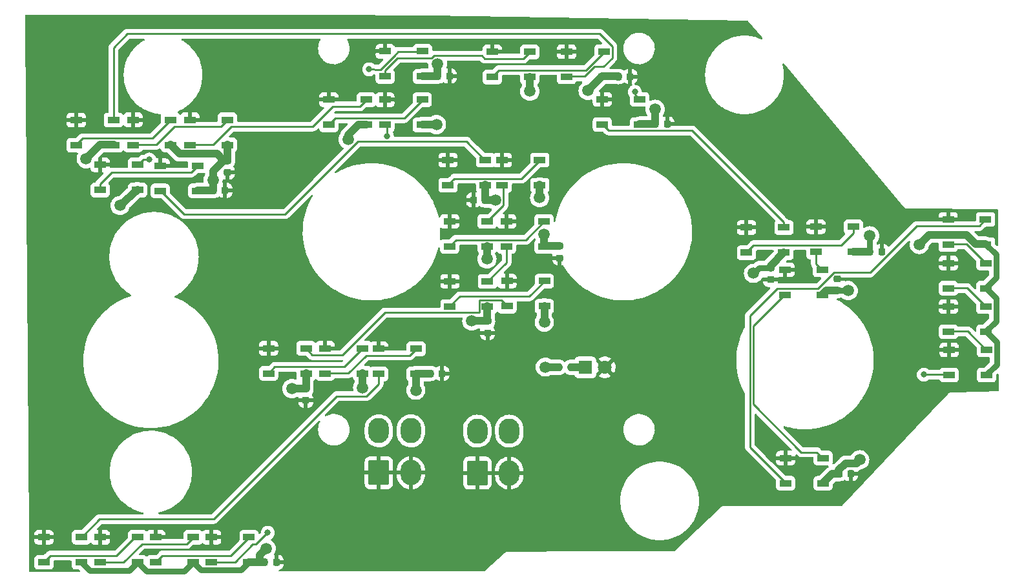
<source format=gbr>
%TF.GenerationSoftware,KiCad,Pcbnew,(6.0.9)*%
%TF.CreationDate,2023-04-01T12:58:04-08:00*%
%TF.ProjectId,FUEL PANEL,4655454c-2050-4414-9e45-4c2e6b696361,3*%
%TF.SameCoordinates,Original*%
%TF.FileFunction,Copper,L1,Top*%
%TF.FilePolarity,Positive*%
%FSLAX46Y46*%
G04 Gerber Fmt 4.6, Leading zero omitted, Abs format (unit mm)*
G04 Created by KiCad (PCBNEW (6.0.9)) date 2023-04-01 12:58:04*
%MOMM*%
%LPD*%
G01*
G04 APERTURE LIST*
G04 Aperture macros list*
%AMRoundRect*
0 Rectangle with rounded corners*
0 $1 Rounding radius*
0 $2 $3 $4 $5 $6 $7 $8 $9 X,Y pos of 4 corners*
0 Add a 4 corners polygon primitive as box body*
4,1,4,$2,$3,$4,$5,$6,$7,$8,$9,$2,$3,0*
0 Add four circle primitives for the rounded corners*
1,1,$1+$1,$2,$3*
1,1,$1+$1,$4,$5*
1,1,$1+$1,$6,$7*
1,1,$1+$1,$8,$9*
0 Add four rect primitives between the rounded corners*
20,1,$1+$1,$2,$3,$4,$5,0*
20,1,$1+$1,$4,$5,$6,$7,0*
20,1,$1+$1,$6,$7,$8,$9,0*
20,1,$1+$1,$8,$9,$2,$3,0*%
G04 Aperture macros list end*
%TA.AperFunction,SMDPad,CuDef*%
%ADD10R,1.500000X0.900000*%
%TD*%
%TA.AperFunction,SMDPad,CuDef*%
%ADD11RoundRect,0.200000X0.200000X0.275000X-0.200000X0.275000X-0.200000X-0.275000X0.200000X-0.275000X0*%
%TD*%
%TA.AperFunction,SMDPad,CuDef*%
%ADD12RoundRect,0.225000X0.250000X-0.225000X0.250000X0.225000X-0.250000X0.225000X-0.250000X-0.225000X0*%
%TD*%
%TA.AperFunction,SMDPad,CuDef*%
%ADD13RoundRect,0.225000X0.225000X0.250000X-0.225000X0.250000X-0.225000X-0.250000X0.225000X-0.250000X0*%
%TD*%
%TA.AperFunction,SMDPad,CuDef*%
%ADD14RoundRect,0.225000X-0.225000X-0.250000X0.225000X-0.250000X0.225000X0.250000X-0.225000X0.250000X0*%
%TD*%
%TA.AperFunction,SMDPad,CuDef*%
%ADD15RoundRect,0.225000X-0.250000X0.225000X-0.250000X-0.225000X0.250000X-0.225000X0.250000X0.225000X0*%
%TD*%
%TA.AperFunction,ComponentPad*%
%ADD16RoundRect,0.250001X-1.099999X-1.399999X1.099999X-1.399999X1.099999X1.399999X-1.099999X1.399999X0*%
%TD*%
%TA.AperFunction,ComponentPad*%
%ADD17O,2.700000X3.300000*%
%TD*%
%TA.AperFunction,ComponentPad*%
%ADD18R,1.800000X1.800000*%
%TD*%
%TA.AperFunction,ComponentPad*%
%ADD19C,1.800000*%
%TD*%
%TA.AperFunction,ViaPad*%
%ADD20C,0.800000*%
%TD*%
%TA.AperFunction,ViaPad*%
%ADD21C,1.500000*%
%TD*%
%TA.AperFunction,Conductor*%
%ADD22C,0.250000*%
%TD*%
%TA.AperFunction,Conductor*%
%ADD23C,1.000000*%
%TD*%
%TA.AperFunction,Conductor*%
%ADD24C,0.750000*%
%TD*%
G04 APERTURE END LIST*
D10*
%TO.P,D1,1,VDD*%
%TO.N,/LED+5V*%
X106223000Y-89383600D03*
%TO.P,D1,2,DOUT*%
%TO.N,Net-(D1-Pad2)*%
X106223000Y-92683600D03*
%TO.P,D1,3,VSS*%
%TO.N,/LEDGND*%
X111123000Y-92683600D03*
%TO.P,D1,4,DIN*%
%TO.N,Net-(D1-Pad4)*%
X111123000Y-89383600D03*
%TD*%
%TO.P,D2,1,VDD*%
%TO.N,/LED+5V*%
X113690000Y-89358000D03*
%TO.P,D2,2,DOUT*%
%TO.N,Net-(D2-Pad2)*%
X113690000Y-92658000D03*
%TO.P,D2,3,VSS*%
%TO.N,/LEDGND*%
X118590000Y-92658000D03*
%TO.P,D2,4,DIN*%
%TO.N,Net-(D1-Pad2)*%
X118590000Y-89358000D03*
%TD*%
%TO.P,D3,1,VDD*%
%TO.N,/LED+5V*%
X121158000Y-89358400D03*
%TO.P,D3,2,DOUT*%
%TO.N,Net-(D3-Pad2)*%
X121158000Y-92658400D03*
%TO.P,D3,3,VSS*%
%TO.N,/LEDGND*%
X126058000Y-92658400D03*
%TO.P,D3,4,DIN*%
%TO.N,Net-(D2-Pad2)*%
X126058000Y-89358400D03*
%TD*%
%TO.P,D4,1,VDD*%
%TO.N,/LED+5V*%
X109372000Y-95250800D03*
%TO.P,D4,2,DOUT*%
%TO.N,Net-(D4-Pad2)*%
X109372000Y-98550800D03*
%TO.P,D4,3,VSS*%
%TO.N,/LEDGND*%
X114272000Y-98550800D03*
%TO.P,D4,4,DIN*%
%TO.N,Net-(D4-Pad4)*%
X114272000Y-95250800D03*
%TD*%
%TO.P,D5,1,VDD*%
%TO.N,/LED+5V*%
X117235000Y-95378000D03*
%TO.P,D5,2,DOUT*%
%TO.N,Net-(D12-Pad4)*%
X117235000Y-98678000D03*
%TO.P,D5,3,VSS*%
%TO.N,/LEDGND*%
X122135000Y-98678000D03*
%TO.P,D5,4,DIN*%
%TO.N,Net-(D4-Pad2)*%
X122135000Y-95378000D03*
%TD*%
%TO.P,D6,1,VDD*%
%TO.N,/LED+5V*%
X139344000Y-86716800D03*
%TO.P,D6,2,DOUT*%
%TO.N,Net-(D6-Pad2)*%
X139344000Y-90016800D03*
%TO.P,D6,3,VSS*%
%TO.N,/LEDGND*%
X144244000Y-90016800D03*
%TO.P,D6,4,DIN*%
%TO.N,Net-(D3-Pad2)*%
X144244000Y-86716800D03*
%TD*%
%TO.P,D7,1,VDD*%
%TO.N,/LED+5V*%
X146687000Y-86716800D03*
%TO.P,D7,2,DOUT*%
%TO.N,Net-(D4-Pad4)*%
X146687000Y-90016800D03*
%TO.P,D7,3,VSS*%
%TO.N,/LEDGND*%
X151587000Y-90016800D03*
%TO.P,D7,4,DIN*%
%TO.N,Net-(D6-Pad2)*%
X151587000Y-86716800D03*
%TD*%
%TO.P,D8,1,VDD*%
%TO.N,/LED+5V*%
X146738000Y-80366400D03*
%TO.P,D8,2,DOUT*%
%TO.N,Net-(D8-Pad2)*%
X146738000Y-83666400D03*
%TO.P,D8,3,VSS*%
%TO.N,/LEDGND*%
X151638000Y-83666400D03*
%TO.P,D8,4,DIN*%
%TO.N,/DATAIN*%
X151638000Y-80366400D03*
%TD*%
%TO.P,D9,1,VDD*%
%TO.N,/LED+5V*%
X160770000Y-80442800D03*
%TO.P,D9,2,DOUT*%
%TO.N,Net-(D10-Pad4)*%
X160770000Y-83742800D03*
%TO.P,D9,3,VSS*%
%TO.N,/LEDGND*%
X165670000Y-83742800D03*
%TO.P,D9,4,DIN*%
%TO.N,Net-(D8-Pad2)*%
X165670000Y-80442800D03*
%TD*%
%TO.P,D10,1,VDD*%
%TO.N,/LED+5V*%
X170512000Y-80417200D03*
%TO.P,D10,2,DOUT*%
%TO.N,Net-(D1-Pad4)*%
X170512000Y-83717200D03*
%TO.P,D10,3,VSS*%
%TO.N,/LEDGND*%
X175412000Y-83717200D03*
%TO.P,D10,4,DIN*%
%TO.N,Net-(D10-Pad4)*%
X175412000Y-80417200D03*
%TD*%
%TO.P,D11,1,VDD*%
%TO.N,/LED+5V*%
X175186000Y-86665600D03*
%TO.P,D11,2,DOUT*%
%TO.N,Net-(D11-Pad2)*%
X175186000Y-89965600D03*
%TO.P,D11,3,VSS*%
%TO.N,/LEDGND*%
X180086000Y-89965600D03*
%TO.P,D11,4,DIN*%
%TO.N,Net-(D11-Pad4)*%
X180086000Y-86665600D03*
%TD*%
%TO.P,D12,1,VDD*%
%TO.N,/LED+5V*%
X154968000Y-94641200D03*
%TO.P,D12,2,DOUT*%
%TO.N,Net-(D12-Pad2)*%
X154968000Y-97941200D03*
%TO.P,D12,3,VSS*%
%TO.N,/LEDGND*%
X159868000Y-97941200D03*
%TO.P,D12,4,DIN*%
%TO.N,Net-(D12-Pad4)*%
X159868000Y-94641200D03*
%TD*%
%TO.P,D13,1,VDD*%
%TO.N,/LED+5V*%
X162080000Y-94641200D03*
%TO.P,D13,2,DOUT*%
%TO.N,Net-(D13-Pad2)*%
X162080000Y-97941200D03*
%TO.P,D13,3,VSS*%
%TO.N,/LEDGND*%
X166980000Y-97941200D03*
%TO.P,D13,4,DIN*%
%TO.N,Net-(D12-Pad2)*%
X166980000Y-94641200D03*
%TD*%
%TO.P,D14,1,VDD*%
%TO.N,/LED+5V*%
X155171000Y-102668000D03*
%TO.P,D14,2,DOUT*%
%TO.N,Net-(D14-Pad2)*%
X155171000Y-105968000D03*
%TO.P,D14,3,VSS*%
%TO.N,/LEDGND*%
X160071000Y-105968000D03*
%TO.P,D14,4,DIN*%
%TO.N,Net-(D13-Pad2)*%
X160071000Y-102668000D03*
%TD*%
%TO.P,D15,1,VDD*%
%TO.N,/LED+5V*%
X162638000Y-102668000D03*
%TO.P,D15,2,DOUT*%
%TO.N,Net-(D15-Pad2)*%
X162638000Y-105968000D03*
%TO.P,D15,3,VSS*%
%TO.N,/LEDGND*%
X167538000Y-105968000D03*
%TO.P,D15,4,DIN*%
%TO.N,Net-(D14-Pad2)*%
X167538000Y-102668000D03*
%TD*%
%TO.P,D16,1,VDD*%
%TO.N,/LED+5V*%
X155222000Y-110542000D03*
%TO.P,D16,2,DOUT*%
%TO.N,Net-(D16-Pad2)*%
X155222000Y-113842000D03*
%TO.P,D16,3,VSS*%
%TO.N,/LEDGND*%
X160122000Y-113842000D03*
%TO.P,D16,4,DIN*%
%TO.N,Net-(D15-Pad2)*%
X160122000Y-110542000D03*
%TD*%
%TO.P,D17,1,VDD*%
%TO.N,/LED+5V*%
X162689000Y-110491000D03*
%TO.P,D17,2,DOUT*%
%TO.N,Net-(D17-Pad2)*%
X162689000Y-113791000D03*
%TO.P,D17,3,VSS*%
%TO.N,/LEDGND*%
X167589000Y-113791000D03*
%TO.P,D17,4,DIN*%
%TO.N,Net-(D16-Pad2)*%
X167589000Y-110491000D03*
%TD*%
%TO.P,D18,1,VDD*%
%TO.N,/LED+5V*%
X131447000Y-119330000D03*
%TO.P,D18,2,DOUT*%
%TO.N,Net-(D18-Pad2)*%
X131447000Y-122630000D03*
%TO.P,D18,3,VSS*%
%TO.N,/LEDGND*%
X136347000Y-122630000D03*
%TO.P,D18,4,DIN*%
%TO.N,Net-(D17-Pad2)*%
X136347000Y-119330000D03*
%TD*%
%TO.P,D19,1,VDD*%
%TO.N,/LED+5V*%
X138864000Y-119330000D03*
%TO.P,D19,2,DOUT*%
%TO.N,Net-(D19-Pad2)*%
X138864000Y-122630000D03*
%TO.P,D19,3,VSS*%
%TO.N,/LEDGND*%
X143764000Y-122630000D03*
%TO.P,D19,4,DIN*%
%TO.N,Net-(D18-Pad2)*%
X143764000Y-119330000D03*
%TD*%
%TO.P,D20,1,VDD*%
%TO.N,/LED+5V*%
X145874000Y-119381000D03*
%TO.P,D20,2,DOUT*%
%TO.N,Net-(D20-Pad2)*%
X145874000Y-122681000D03*
%TO.P,D20,3,VSS*%
%TO.N,/LEDGND*%
X150774000Y-122681000D03*
%TO.P,D20,4,DIN*%
%TO.N,Net-(D19-Pad2)*%
X150774000Y-119381000D03*
%TD*%
%TO.P,D21,1,VDD*%
%TO.N,/LED+5V*%
X101995000Y-144095000D03*
%TO.P,D21,2,DOUT*%
%TO.N,Net-(D21-Pad2)*%
X101995000Y-147395000D03*
%TO.P,D21,3,VSS*%
%TO.N,/LEDGND*%
X106895000Y-147395000D03*
%TO.P,D21,4,DIN*%
%TO.N,Net-(D20-Pad2)*%
X106895000Y-144095000D03*
%TD*%
%TO.P,D22,1,VDD*%
%TO.N,/LED+5V*%
X109400000Y-144121000D03*
%TO.P,D22,2,DOUT*%
%TO.N,Net-(D22-Pad2)*%
X109400000Y-147421000D03*
%TO.P,D22,3,VSS*%
%TO.N,/LEDGND*%
X114300000Y-147421000D03*
%TO.P,D22,4,DIN*%
%TO.N,Net-(D21-Pad2)*%
X114300000Y-144121000D03*
%TD*%
%TO.P,D23,1,VDD*%
%TO.N,/LED+5V*%
X116664000Y-144120000D03*
%TO.P,D23,2,DOUT*%
%TO.N,Net-(D23-Pad2)*%
X116664000Y-147420000D03*
%TO.P,D23,3,VSS*%
%TO.N,/LEDGND*%
X121564000Y-147420000D03*
%TO.P,D23,4,DIN*%
%TO.N,Net-(D22-Pad2)*%
X121564000Y-144120000D03*
%TD*%
%TO.P,D24,1,VDD*%
%TO.N,/LED+5V*%
X123980000Y-144095000D03*
%TO.P,D24,2,DOUT*%
%TO.N,Net-(D11-Pad4)*%
X123980000Y-147395000D03*
%TO.P,D24,3,VSS*%
%TO.N,/LEDGND*%
X128880000Y-147395000D03*
%TO.P,D24,4,DIN*%
%TO.N,Net-(D23-Pad2)*%
X128880000Y-144095000D03*
%TD*%
%TO.P,D25,1,VDD*%
%TO.N,/LED+5V*%
X194084000Y-103481000D03*
%TO.P,D25,2,DOUT*%
%TO.N,Net-(D25-Pad2)*%
X194084000Y-106781000D03*
%TO.P,D25,3,VSS*%
%TO.N,/LEDGND*%
X198984000Y-106781000D03*
%TO.P,D25,4,DIN*%
%TO.N,Net-(D11-Pad2)*%
X198984000Y-103481000D03*
%TD*%
%TO.P,D26,1,VDD*%
%TO.N,/LED+5V*%
X203177000Y-103379000D03*
%TO.P,D26,2,DOUT*%
%TO.N,Net-(D26-Pad2)*%
X203177000Y-106679000D03*
%TO.P,D26,3,VSS*%
%TO.N,/LEDGND*%
X208077000Y-106679000D03*
%TO.P,D26,4,DIN*%
%TO.N,Net-(D25-Pad2)*%
X208077000Y-103379000D03*
%TD*%
%TO.P,D27,1,VDD*%
%TO.N,/LED+5V*%
X199113000Y-109018000D03*
%TO.P,D27,2,DOUT*%
%TO.N,Net-(D27-Pad2)*%
X199113000Y-112318000D03*
%TO.P,D27,3,VSS*%
%TO.N,/LEDGND*%
X204013000Y-112318000D03*
%TO.P,D27,4,DIN*%
%TO.N,Net-(D26-Pad2)*%
X204013000Y-109018000D03*
%TD*%
%TO.P,D28,1,VDD*%
%TO.N,/LED+5V*%
X199226000Y-133732000D03*
%TO.P,D28,2,DOUT*%
%TO.N,Net-(D28-Pad2)*%
X199226000Y-137032000D03*
%TO.P,D28,3,VSS*%
%TO.N,/LEDGND*%
X204126000Y-137032000D03*
%TO.P,D28,4,DIN*%
%TO.N,Net-(D27-Pad2)*%
X204126000Y-133732000D03*
%TD*%
%TO.P,D29,1,VDD*%
%TO.N,/LED+5V*%
X220511000Y-102414000D03*
%TO.P,D29,2,DOUT*%
%TO.N,Net-(D29-Pad2)*%
X220511000Y-105714000D03*
%TO.P,D29,3,VSS*%
%TO.N,/LEDGND*%
X225411000Y-105714000D03*
%TO.P,D29,4,DIN*%
%TO.N,Net-(D28-Pad2)*%
X225411000Y-102414000D03*
%TD*%
%TO.P,D30,1,VDD*%
%TO.N,/LED+5V*%
X220550000Y-108154000D03*
%TO.P,D30,2,DOUT*%
%TO.N,Net-(D30-Pad2)*%
X220550000Y-111454000D03*
%TO.P,D30,3,VSS*%
%TO.N,/LEDGND*%
X225450000Y-111454000D03*
%TO.P,D30,4,DIN*%
%TO.N,Net-(D29-Pad2)*%
X225450000Y-108154000D03*
%TD*%
%TO.P,D31,1,VDD*%
%TO.N,/LED+5V*%
X220550000Y-113844000D03*
%TO.P,D31,2,DOUT*%
%TO.N,Net-(D31-Pad2)*%
X220550000Y-117144000D03*
%TO.P,D31,3,VSS*%
%TO.N,/LEDGND*%
X225450000Y-117144000D03*
%TO.P,D31,4,DIN*%
%TO.N,Net-(D30-Pad2)*%
X225450000Y-113844000D03*
%TD*%
%TO.P,D32,1,VDD*%
%TO.N,/LED+5V*%
X220652000Y-119533000D03*
%TO.P,D32,2,DOUT*%
%TO.N,/DATAOUT*%
X220652000Y-122833000D03*
%TO.P,D32,3,VSS*%
%TO.N,/LEDGND*%
X225552000Y-122833000D03*
%TO.P,D32,4,DIN*%
%TO.N,Net-(D31-Pad2)*%
X225552000Y-119533000D03*
%TD*%
D11*
%TO.P,R1,1*%
%TO.N,Net-(D33-Pad1)*%
X171107000Y-121818000D03*
%TO.P,R1,2*%
%TO.N,/LEDGND*%
X169457000Y-121818000D03*
%TD*%
D12*
%TO.P,C2,1*%
%TO.N,/LED+5V*%
X126055120Y-96238260D03*
%TO.P,C2,2*%
%TO.N,/LEDGND*%
X126055120Y-94688260D03*
%TD*%
D13*
%TO.P,C3,1*%
%TO.N,/LED+5V*%
X125743100Y-98605340D03*
%TO.P,C3,2*%
%TO.N,/LEDGND*%
X124193100Y-98605340D03*
%TD*%
D12*
%TO.P,C4,1*%
%TO.N,/LED+5V*%
X136330007Y-126171673D03*
%TO.P,C4,2*%
%TO.N,/LEDGND*%
X136330007Y-124621673D03*
%TD*%
D13*
%TO.P,C5,1*%
%TO.N,/LED+5V*%
X154186020Y-122623580D03*
%TO.P,C5,2*%
%TO.N,/LEDGND*%
X152636020Y-122623580D03*
%TD*%
D12*
%TO.P,C6,1*%
%TO.N,/LED+5V*%
X160136840Y-117307560D03*
%TO.P,C6,2*%
%TO.N,/LEDGND*%
X160136840Y-115757560D03*
%TD*%
D14*
%TO.P,C7,1*%
%TO.N,/LED+5V*%
X158310180Y-99865180D03*
%TO.P,C7,2*%
%TO.N,/LEDGND*%
X159860180Y-99865180D03*
%TD*%
D13*
%TO.P,C8,1*%
%TO.N,/LED+5V*%
X155156200Y-83616800D03*
%TO.P,C8,2*%
%TO.N,/LEDGND*%
X153606200Y-83616800D03*
%TD*%
%TO.P,C9,1*%
%TO.N,/LED+5V*%
X178826360Y-83675220D03*
%TO.P,C9,2*%
%TO.N,/LEDGND*%
X177276360Y-83675220D03*
%TD*%
%TO.P,C10,1*%
%TO.N,/LED+5V*%
X183672880Y-89916000D03*
%TO.P,C10,2*%
%TO.N,/LEDGND*%
X182122880Y-89916000D03*
%TD*%
D12*
%TO.P,C11,1*%
%TO.N,/LED+5V*%
X197223380Y-110320020D03*
%TO.P,C11,2*%
%TO.N,/LEDGND*%
X197223380Y-108770020D03*
%TD*%
%TO.P,C12,1*%
%TO.N,/LED+5V*%
X169611040Y-107472880D03*
%TO.P,C12,2*%
%TO.N,/LEDGND*%
X169611040Y-105922880D03*
%TD*%
D13*
%TO.P,C13,1*%
%TO.N,/LED+5V*%
X211800840Y-106613960D03*
%TO.P,C13,2*%
%TO.N,/LEDGND*%
X210250840Y-106613960D03*
%TD*%
D15*
%TO.P,C14,1*%
%TO.N,/LED+5V*%
X206019400Y-110174640D03*
%TO.P,C14,2*%
%TO.N,/LEDGND*%
X206019400Y-111724640D03*
%TD*%
D13*
%TO.P,C15,1*%
%TO.N,/LED+5V*%
X207749540Y-135770620D03*
%TO.P,C15,2*%
%TO.N,/LEDGND*%
X206199540Y-135770620D03*
%TD*%
%TO.P,C16,1*%
%TO.N,/LED+5V*%
X132458860Y-147393660D03*
%TO.P,C16,2*%
%TO.N,/LEDGND*%
X130908860Y-147393660D03*
%TD*%
D16*
%TO.P,J1,1,Pin_1*%
%TO.N,/LED+5V*%
X145898000Y-135636000D03*
D17*
%TO.P,J1,2,Pin_2*%
X150098000Y-135636000D03*
%TO.P,J1,3,Pin_3*%
%TO.N,/LEDGND*%
X145898000Y-130136000D03*
%TO.P,J1,4,Pin_4*%
%TO.N,/DATAIN*%
X150098000Y-130136000D03*
%TD*%
D16*
%TO.P,J2,1,Pin_1*%
%TO.N,/LED+5V*%
X158801000Y-135687000D03*
D17*
%TO.P,J2,2,Pin_2*%
X163001000Y-135687000D03*
%TO.P,J2,3,Pin_3*%
%TO.N,/LEDGND*%
X158801000Y-130187000D03*
%TO.P,J2,4,Pin_4*%
%TO.N,/DATAOUT*%
X163001000Y-130187000D03*
%TD*%
D18*
%TO.P,D33,1,K*%
%TO.N,Net-(D33-Pad1)*%
X172974000Y-121818000D03*
D19*
%TO.P,D33,2,A*%
%TO.N,/LED+5V*%
X175514000Y-121818000D03*
%TD*%
D20*
%TO.N,Net-(D4-Pad4)*%
X146951700Y-91465400D03*
X115818920Y-94554040D03*
%TO.N,Net-(D11-Pad4)*%
X131335780Y-143524222D03*
X179440840Y-85681820D03*
D21*
%TO.N,/LEDGND*%
X111993680Y-100584000D03*
X167584120Y-115884960D03*
X153609040Y-82034380D03*
X160071000Y-107604760D03*
X124170440Y-97223580D03*
X167538000Y-104408840D03*
X107553760Y-94452840D03*
X208920080Y-133946900D03*
X143774160Y-124510800D03*
X158079440Y-115740180D03*
X141848840Y-91912440D03*
X131124960Y-145564860D03*
X207403700Y-111749840D03*
X150738840Y-124818140D03*
X167723820Y-121772680D03*
X173319440Y-85511640D03*
X182120540Y-87972900D03*
X195003420Y-109491780D03*
X153449020Y-89966800D03*
X134502473Y-124609173D03*
X216735660Y-105699560D03*
X166980000Y-99583640D03*
X210233260Y-104559100D03*
X161160460Y-99860100D03*
X165691820Y-85608160D03*
D20*
%TO.N,/DATAIN*%
X144627600Y-82725260D03*
%TO.N,/DATAOUT*%
X217324340Y-122783000D03*
%TD*%
D22*
%TO.N,Net-(D1-Pad2)*%
X106223000Y-92633600D02*
X107073601Y-91782999D01*
X116215001Y-91782999D02*
X118590000Y-89408000D01*
X107073601Y-91782999D02*
X116215001Y-91782999D01*
%TO.N,Net-(D1-Pad4)*%
X176487001Y-81227201D02*
X175331842Y-82382360D01*
X112936020Y-78066900D02*
X174846702Y-78066900D01*
X176487001Y-79707199D02*
X176487001Y-81227201D01*
X111123000Y-89433600D02*
X111123000Y-79879920D01*
X174133250Y-82382360D02*
X172848410Y-83667200D01*
X175331842Y-82382360D02*
X174133250Y-82382360D01*
X111123000Y-79879920D02*
X112936020Y-78066900D01*
X174846702Y-78066900D02*
X176487001Y-79707199D01*
X172848410Y-83667200D02*
X170512000Y-83667200D01*
%TO.N,Net-(D2-Pad2)*%
X116754998Y-92608000D02*
X119129597Y-90233401D01*
X125232999Y-90233401D02*
X126058000Y-89408400D01*
X119129597Y-90233401D02*
X125232999Y-90233401D01*
X113690000Y-92608000D02*
X116754998Y-92608000D01*
%TO.N,Net-(D3-Pad2)*%
X137242397Y-90233401D02*
X139883997Y-87591801D01*
X143418999Y-87591801D02*
X144244000Y-86766800D01*
X121158000Y-92608400D02*
X124222998Y-92608400D01*
X139883997Y-87591801D02*
X143418999Y-87591801D01*
X124222998Y-92608400D02*
X126597997Y-90233401D01*
X126597997Y-90233401D02*
X137242397Y-90233401D01*
%TO.N,Net-(D4-Pad2)*%
X110869799Y-96253001D02*
X121309999Y-96253001D01*
X109372000Y-98500800D02*
X109372000Y-97750800D01*
X121309999Y-96253001D02*
X122135000Y-95428000D01*
X109372000Y-97750800D02*
X110869799Y-96253001D01*
%TO.N,Net-(D4-Pad4)*%
X115818920Y-94554040D02*
X115818920Y-94554040D01*
X115018760Y-94554040D02*
X115818920Y-94554040D01*
X114272000Y-95300800D02*
X115018760Y-94554040D01*
X146951700Y-90231500D02*
X146687000Y-89966800D01*
X146951700Y-91465400D02*
X146951700Y-90231500D01*
%TO.N,Net-(D12-Pad4)*%
X133627822Y-101724460D02*
X120375680Y-101724460D01*
X157367201Y-92190401D02*
X143161881Y-92190401D01*
X143161881Y-92190401D02*
X133627822Y-101724460D01*
X159868000Y-94691200D02*
X157367201Y-92190401D01*
X120375680Y-101724460D02*
X117279220Y-98628000D01*
X117279220Y-98628000D02*
X117235000Y-98628000D01*
%TO.N,Net-(D6-Pad2)*%
X139344000Y-89966800D02*
X140169001Y-89141799D01*
X149212001Y-89141799D02*
X151587000Y-86766800D01*
X140169001Y-89141799D02*
X149212001Y-89141799D01*
%TO.N,Net-(D8-Pad2)*%
X159759999Y-81317801D02*
X164844999Y-81317801D01*
X164844999Y-81317801D02*
X165670000Y-80492800D01*
X153122938Y-80929480D02*
X159371678Y-80929480D01*
X148362999Y-81241401D02*
X152811017Y-81241401D01*
X146738000Y-82866400D02*
X148362999Y-81241401D01*
X152811017Y-81241401D02*
X153122938Y-80929480D01*
X146738000Y-83616400D02*
X146738000Y-82866400D01*
X159371678Y-80929480D02*
X159759999Y-81317801D01*
%TO.N,Net-(D10-Pad4)*%
X160770000Y-83692800D02*
X161620601Y-82842199D01*
X173037001Y-82842199D02*
X175412000Y-80467200D01*
X161620601Y-82842199D02*
X173037001Y-82842199D01*
%TO.N,Net-(D11-Pad2)*%
X186944009Y-90741009D02*
X176011409Y-90741009D01*
X176011409Y-90741009D02*
X175186000Y-89915600D01*
X198984000Y-102781000D02*
X186944009Y-90741009D01*
X198984000Y-103531000D02*
X198984000Y-102781000D01*
%TO.N,Net-(D11-Pad4)*%
X131335780Y-143524222D02*
X131335780Y-143524222D01*
X129811143Y-145048859D02*
X131335780Y-143524222D01*
X123980000Y-147345000D02*
X127044998Y-147345000D01*
X129341139Y-145048859D02*
X129811143Y-145048859D01*
X179440840Y-86070440D02*
X180086000Y-86715600D01*
X127044998Y-147345000D02*
X129341139Y-145048859D01*
X179440840Y-85681820D02*
X179440840Y-86070440D01*
%TO.N,Net-(D12-Pad2)*%
X154968000Y-97891200D02*
X155793001Y-97066199D01*
X164605001Y-97066199D02*
X166980000Y-94691200D01*
X155793001Y-97066199D02*
X164605001Y-97066199D01*
%TO.N,Net-(D13-Pad2)*%
X162235461Y-100553539D02*
X160071000Y-102718000D01*
X162080000Y-97891200D02*
X162235461Y-98046661D01*
X162235461Y-98046661D02*
X162235461Y-100553539D01*
%TO.N,Net-(D14-Pad2)*%
X165163001Y-105092999D02*
X167538000Y-102718000D01*
X155996001Y-105092999D02*
X165163001Y-105092999D01*
X155171000Y-105918000D02*
X155996001Y-105092999D01*
%TO.N,Net-(D15-Pad2)*%
X162638000Y-108076000D02*
X160122000Y-110592000D01*
X162638000Y-105918000D02*
X162638000Y-108076000D01*
%TO.N,Net-(D16-Pad2)*%
X156497011Y-112516989D02*
X165613011Y-112516989D01*
X165613011Y-112516989D02*
X167589000Y-110541000D01*
X155222000Y-113792000D02*
X156497011Y-112516989D01*
%TO.N,Net-(D17-Pad2)*%
X159046999Y-114552001D02*
X159046999Y-113031999D01*
X137172001Y-120205001D02*
X141103997Y-120205001D01*
X146691997Y-114617001D02*
X159111999Y-114617001D01*
X136347000Y-119380000D02*
X137172001Y-120205001D01*
X159111999Y-112966999D02*
X161914999Y-112966999D01*
X161914999Y-112966999D02*
X162689000Y-113741000D01*
X159111999Y-114617001D02*
X159046999Y-114552001D01*
X141103997Y-120205001D02*
X146691997Y-114617001D01*
X159046999Y-113031999D02*
X159111999Y-112966999D01*
%TO.N,Net-(D18-Pad2)*%
X141389001Y-121754999D02*
X143764000Y-119380000D01*
X132272001Y-121754999D02*
X141389001Y-121754999D01*
X131447000Y-122580000D02*
X132272001Y-121754999D01*
%TO.N,Net-(D19-Pad2)*%
X149948999Y-120256001D02*
X150774000Y-119431000D01*
X141928998Y-122580000D02*
X144252997Y-120256001D01*
X144252997Y-120256001D02*
X149948999Y-120256001D01*
X138864000Y-122580000D02*
X141928998Y-122580000D01*
%TO.N,Net-(D20-Pad2)*%
X140369979Y-125585801D02*
X144290161Y-125585801D01*
X145874000Y-124001962D02*
X145874000Y-122631000D01*
X109328320Y-141711680D02*
X124244100Y-141711680D01*
X106895000Y-144145000D02*
X109328320Y-141711680D01*
X124244100Y-141711680D02*
X140369979Y-125585801D01*
X144290161Y-125585801D02*
X145874000Y-124001962D01*
%TO.N,Net-(D21-Pad2)*%
X102820001Y-146519999D02*
X111526221Y-146519999D01*
X111526221Y-146519999D02*
X113875220Y-144171000D01*
X113875220Y-144171000D02*
X114300000Y-144171000D01*
X101995000Y-147345000D02*
X102820001Y-146519999D01*
%TO.N,Net-(D22-Pad2)*%
X114839997Y-144996001D02*
X120737999Y-144996001D01*
X120737999Y-144996001D02*
X121564000Y-144170000D01*
X109400000Y-147371000D02*
X112464998Y-147371000D01*
X112464998Y-147371000D02*
X114839997Y-144996001D01*
%TO.N,Net-(D23-Pad2)*%
X126505001Y-146519999D02*
X128880000Y-144145000D01*
X117514001Y-146519999D02*
X126505001Y-146519999D01*
X116664000Y-147370000D02*
X117514001Y-146519999D01*
%TO.N,Net-(D25-Pad2)*%
X208077000Y-104179000D02*
X206452001Y-105803999D01*
X208077000Y-103429000D02*
X208077000Y-104179000D01*
X206452001Y-105803999D02*
X195011001Y-105803999D01*
X195011001Y-105803999D02*
X194084000Y-106731000D01*
%TO.N,Net-(D26-Pad2)*%
X203177000Y-106629000D02*
X203177000Y-108232000D01*
X203177000Y-108232000D02*
X204013000Y-109068000D01*
%TO.N,Net-(D27-Pad2)*%
X201274158Y-132956999D02*
X194975014Y-126657855D01*
X204126000Y-133782000D02*
X203300999Y-132956999D01*
X194975014Y-126657855D02*
X194975014Y-116405986D01*
X203300999Y-132956999D02*
X201274158Y-132956999D01*
X194975014Y-116405986D02*
X199113000Y-112268000D01*
%TO.N,Net-(D28-Pad2)*%
X198102999Y-111442999D02*
X194525004Y-115020994D01*
X203473003Y-111442999D02*
X198102999Y-111442999D01*
X194525004Y-115020994D02*
X194525004Y-132281004D01*
X210271664Y-109399630D02*
X205516372Y-109399630D01*
X205516372Y-109399630D02*
X203473003Y-111442999D01*
X224585999Y-103289001D02*
X216382293Y-103289001D01*
X216382293Y-103289001D02*
X210271664Y-109399630D01*
X194525004Y-132281004D02*
X199226000Y-136982000D01*
X225411000Y-102464000D02*
X224585999Y-103289001D01*
%TO.N,Net-(D29-Pad2)*%
X220511000Y-105664000D02*
X222910000Y-105664000D01*
X222910000Y-105664000D02*
X225450000Y-108204000D01*
%TO.N,Net-(D30-Pad2)*%
X220550000Y-111404000D02*
X222960000Y-111404000D01*
X222960000Y-111404000D02*
X225450000Y-113894000D01*
%TO.N,Net-(D31-Pad2)*%
X223063000Y-117094000D02*
X225552000Y-119583000D01*
X220550000Y-117094000D02*
X223063000Y-117094000D01*
D23*
%TO.N,/LEDGND*%
X158079440Y-115740180D02*
X158084320Y-115745060D01*
X167584120Y-115884960D02*
X167589000Y-115880080D01*
X160071000Y-107604760D02*
X160071000Y-107604760D01*
X161160460Y-99860100D02*
X161155380Y-99865180D01*
X166980000Y-99583640D02*
X166980000Y-99583640D01*
X153449020Y-89966800D02*
X153449020Y-89966800D01*
X141848840Y-91912440D02*
X141848840Y-91912440D01*
X153609040Y-82034380D02*
X153593700Y-82049720D01*
X165691820Y-85608160D02*
X165670000Y-85586340D01*
X173319440Y-85511640D02*
X173319440Y-85511640D01*
X182120540Y-87972900D02*
X182110380Y-87983060D01*
X111993680Y-100584000D02*
X112188800Y-100584000D01*
X124170440Y-97223580D02*
X124180600Y-97233740D01*
X107553760Y-94452840D02*
X107553760Y-94452840D01*
X134502473Y-124609173D02*
X134502473Y-124609173D01*
X143774160Y-124510800D02*
X143764000Y-124500640D01*
X150738840Y-124818140D02*
X150774000Y-124782980D01*
X131124960Y-145564860D02*
X131124960Y-145564860D01*
D24*
X195003420Y-109491780D02*
X195011040Y-109491780D01*
X207403700Y-111749840D02*
X207391000Y-111737140D01*
X210233260Y-104559100D02*
X210238340Y-104564180D01*
D23*
X167723820Y-121772680D02*
X167769140Y-121818000D01*
X216735660Y-105699560D02*
X216735660Y-105699560D01*
X208920080Y-133946900D02*
X208920080Y-133946900D01*
X167538000Y-104408840D02*
X167538000Y-104408840D01*
X130847700Y-147345000D02*
X130896360Y-147393660D01*
X126055120Y-94675760D02*
X125580120Y-94675760D01*
X136347000Y-124592180D02*
X136330007Y-124609173D01*
D24*
X115482908Y-148553908D02*
X117687721Y-148553908D01*
D23*
X126058000Y-94672880D02*
X126055120Y-94675760D01*
X206187040Y-135770620D02*
X205337380Y-135770620D01*
X180086000Y-89915600D02*
X182109980Y-89915600D01*
D24*
X106895000Y-147345000D02*
X107996001Y-148446001D01*
D23*
X222876739Y-104463999D02*
X217971221Y-104463999D01*
D24*
X107996001Y-148446001D02*
X113224999Y-148446001D01*
D23*
X118590000Y-92608000D02*
X119790401Y-93808401D01*
X169494500Y-121818000D02*
X167723820Y-121772680D01*
X159868000Y-99860500D02*
X159872680Y-99865180D01*
D24*
X210238340Y-106613960D02*
X210233260Y-104559100D01*
D23*
X165670000Y-83692800D02*
X165691820Y-85608160D01*
D24*
X225450000Y-117094000D02*
X226775001Y-115768999D01*
X117687721Y-148553908D02*
X120386896Y-148547104D01*
D23*
X122135000Y-98628000D02*
X124157940Y-98628000D01*
X198984000Y-106731000D02*
X197223380Y-108491620D01*
X153593700Y-83616800D02*
X153609040Y-82034380D01*
X169611040Y-105910380D02*
X169603420Y-105918000D01*
D24*
X120386896Y-148547104D02*
X121564000Y-147370000D01*
D23*
X151587000Y-89966800D02*
X153449020Y-89966800D01*
X124157940Y-98628000D02*
X124180600Y-98605340D01*
X204543860Y-111737140D02*
X204013000Y-112268000D01*
X150774000Y-122631000D02*
X150738840Y-124818140D01*
D24*
X226775001Y-115768999D02*
X226775001Y-112729001D01*
D23*
X124180600Y-98605340D02*
X124170440Y-97223580D01*
X130255880Y-146433940D02*
X131124960Y-145564860D01*
X124170440Y-96085440D02*
X124170440Y-97223580D01*
D24*
X122614001Y-148420001D02*
X127804999Y-148420001D01*
D23*
X167538000Y-105918000D02*
X169603420Y-105918000D01*
D24*
X206019400Y-111737140D02*
X207403700Y-111749840D01*
D23*
X208221580Y-134386320D02*
X208480660Y-134386320D01*
D24*
X226877001Y-121457999D02*
X225552000Y-122783000D01*
D23*
X160122000Y-113792000D02*
X160122000Y-115730220D01*
D24*
X226775001Y-110078999D02*
X225450000Y-111404000D01*
D23*
X136347000Y-122580000D02*
X136347000Y-124592180D01*
X144244000Y-89966800D02*
X143243300Y-89966800D01*
D24*
X225411000Y-105664000D02*
X226775001Y-107028001D01*
D23*
X150774000Y-122631000D02*
X152616100Y-122631000D01*
X130255880Y-147345000D02*
X130255880Y-146433940D01*
D24*
X114300000Y-147371000D02*
X115482908Y-148553908D01*
X197223380Y-108757520D02*
X195745300Y-108757520D01*
D23*
X208480660Y-134386320D02*
X208920080Y-133946900D01*
X130255880Y-147345000D02*
X130847700Y-147345000D01*
D24*
X195745300Y-108757520D02*
X195003420Y-109491780D01*
D23*
X225411000Y-105664000D02*
X224076740Y-105664000D01*
X224076740Y-105664000D02*
X222876739Y-104463999D01*
X166980000Y-97891200D02*
X166980000Y-99583640D01*
X206187040Y-135295620D02*
X207096340Y-134386320D01*
D24*
X226775001Y-112729001D02*
X225450000Y-111404000D01*
D23*
X141848840Y-91361260D02*
X141848840Y-91912440D01*
X136330007Y-124609173D02*
X134502473Y-124609173D01*
X210223300Y-106629000D02*
X210238340Y-106613960D01*
X143764000Y-122580000D02*
X143774160Y-124510800D01*
X159872680Y-99865180D02*
X161160460Y-99860100D01*
X206019400Y-111737140D02*
X204543860Y-111737140D01*
X143243300Y-89966800D02*
X141848840Y-91361260D01*
D24*
X127804999Y-148420001D02*
X128880000Y-147345000D01*
D23*
X119790401Y-93808401D02*
X124712761Y-93808401D01*
X167589000Y-113741000D02*
X167584120Y-115884960D01*
X206187040Y-135770620D02*
X206187040Y-135295620D01*
X128880000Y-147345000D02*
X130255880Y-147345000D01*
D24*
X225450000Y-117094000D02*
X226877001Y-118521001D01*
D23*
X175163880Y-83667200D02*
X173319440Y-85511640D01*
X126058000Y-92608400D02*
X126058000Y-94672880D01*
X124712761Y-93808401D02*
X125580120Y-94675760D01*
X205337380Y-135770620D02*
X204126000Y-136982000D01*
X160071000Y-105918000D02*
X160071000Y-107604760D01*
D24*
X113224999Y-148446001D02*
X114300000Y-147371000D01*
D23*
X207096340Y-134386320D02*
X208221580Y-134386320D01*
X182109980Y-89915600D02*
X182110380Y-89916000D01*
X167538000Y-105918000D02*
X167538000Y-104408840D01*
X175412000Y-83667200D02*
X177255840Y-83667200D01*
D24*
X226775001Y-107028001D02*
X226775001Y-110078999D01*
D23*
X153593300Y-83616400D02*
X153593700Y-83616800D01*
X111123000Y-92633600D02*
X109373000Y-92633600D01*
X151638000Y-83616400D02*
X153593300Y-83616400D01*
X182110380Y-89916000D02*
X182120540Y-87972900D01*
X217971221Y-104463999D02*
X216735660Y-105699560D01*
X114272000Y-98500800D02*
X111993680Y-100584000D01*
X160136840Y-115745060D02*
X158079440Y-115740180D01*
X109373000Y-92633600D02*
X107553760Y-94452840D01*
X177255840Y-83667200D02*
X177263860Y-83675220D01*
X175412000Y-83667200D02*
X175163880Y-83667200D01*
X159868000Y-97891200D02*
X159868000Y-99860500D01*
D24*
X121564000Y-147370000D02*
X122614001Y-148420001D01*
D23*
X160122000Y-115730220D02*
X160136840Y-115745060D01*
X208077000Y-106629000D02*
X210223300Y-106629000D01*
X197223380Y-108491620D02*
X197223380Y-108757520D01*
X125580120Y-94675760D02*
X124170440Y-96085440D01*
X152616100Y-122631000D02*
X152623520Y-122623580D01*
D24*
X226877001Y-118521001D02*
X226877001Y-121457999D01*
D23*
%TO.N,Net-(D33-Pad1)*%
X172974000Y-121818000D02*
X171069500Y-121818000D01*
D22*
%TO.N,/DATAIN*%
X144627600Y-82725260D02*
X144693739Y-82791399D01*
X147944840Y-80911700D02*
X147944840Y-80954880D01*
X148440140Y-80416400D02*
X147944840Y-80911700D01*
X147944840Y-80954880D02*
X146108321Y-82791399D01*
X151638000Y-80416400D02*
X148440140Y-80416400D01*
X146108321Y-82791399D02*
X144627600Y-82725260D01*
%TO.N,/DATAOUT*%
X217324340Y-122783000D02*
X217324340Y-122783000D01*
X220652000Y-122783000D02*
X217324340Y-122783000D01*
%TD*%
%TA.AperFunction,Conductor*%
%TO.N,/LED+5V*%
G36*
X138223934Y-75614205D02*
G01*
X152749822Y-75641690D01*
X152751681Y-75641708D01*
X194214815Y-76347892D01*
X194282585Y-76369051D01*
X194309285Y-76392995D01*
X196072297Y-78499055D01*
X196162227Y-78606484D01*
X196190616Y-78671558D01*
X196179316Y-78741650D01*
X196131916Y-78794506D01*
X196063465Y-78813345D01*
X196007435Y-78799129D01*
X195993528Y-78791889D01*
X195578001Y-78619771D01*
X195195137Y-78499055D01*
X195151677Y-78485352D01*
X195151670Y-78485350D01*
X195149053Y-78484525D01*
X195065075Y-78465907D01*
X194712649Y-78387776D01*
X194712646Y-78387775D01*
X194709951Y-78387178D01*
X194707221Y-78386819D01*
X194707212Y-78386817D01*
X194486993Y-78357825D01*
X194264035Y-78328472D01*
X193995244Y-78316737D01*
X193931652Y-78313960D01*
X193931647Y-78313960D01*
X193930275Y-78313900D01*
X193699125Y-78313900D01*
X193697753Y-78313960D01*
X193697748Y-78313960D01*
X193634156Y-78316737D01*
X193365365Y-78328472D01*
X193142407Y-78357825D01*
X192922188Y-78386817D01*
X192922179Y-78386819D01*
X192919449Y-78387178D01*
X192916754Y-78387775D01*
X192916751Y-78387776D01*
X192564325Y-78465907D01*
X192480347Y-78484525D01*
X192477730Y-78485350D01*
X192477723Y-78485352D01*
X192434263Y-78499055D01*
X192051399Y-78619771D01*
X191635872Y-78791889D01*
X191236927Y-78999566D01*
X190857600Y-79241224D01*
X190855432Y-79242888D01*
X190855420Y-79242896D01*
X190540818Y-79484300D01*
X190500779Y-79515023D01*
X190498751Y-79516881D01*
X190498743Y-79516888D01*
X190225477Y-79767290D01*
X190169178Y-79818878D01*
X190167327Y-79820898D01*
X189867188Y-80148443D01*
X189867181Y-80148451D01*
X189865323Y-80150479D01*
X189863641Y-80152671D01*
X189593196Y-80505120D01*
X189593188Y-80505132D01*
X189591524Y-80507300D01*
X189590051Y-80509612D01*
X189590049Y-80509615D01*
X189559033Y-80558301D01*
X189349866Y-80886627D01*
X189142189Y-81285572D01*
X188970071Y-81701099D01*
X188891578Y-81950050D01*
X188836489Y-82124771D01*
X188834825Y-82130047D01*
X188834230Y-82132731D01*
X188760245Y-82466456D01*
X188737478Y-82569149D01*
X188737119Y-82571879D01*
X188737117Y-82571888D01*
X188712250Y-82760775D01*
X188678772Y-83015065D01*
X188659154Y-83464400D01*
X188678772Y-83913735D01*
X188683196Y-83947335D01*
X188736826Y-84354697D01*
X188737478Y-84359651D01*
X188738075Y-84362346D01*
X188738076Y-84362349D01*
X188797296Y-84629471D01*
X188834825Y-84798753D01*
X188835650Y-84801370D01*
X188835652Y-84801377D01*
X188859016Y-84875478D01*
X188970071Y-85227701D01*
X189142189Y-85643228D01*
X189349866Y-86042173D01*
X189472600Y-86234826D01*
X189581481Y-86405735D01*
X189591524Y-86421500D01*
X189593188Y-86423668D01*
X189593196Y-86423680D01*
X189848007Y-86755755D01*
X189865323Y-86778321D01*
X189867181Y-86780349D01*
X189867188Y-86780357D01*
X190076744Y-87009048D01*
X190169178Y-87109922D01*
X190171198Y-87111773D01*
X190498743Y-87411912D01*
X190498751Y-87411919D01*
X190500779Y-87413777D01*
X190502971Y-87415459D01*
X190855420Y-87685904D01*
X190855432Y-87685912D01*
X190857600Y-87687576D01*
X190859912Y-87689049D01*
X190859915Y-87689051D01*
X190896260Y-87712205D01*
X191236927Y-87929234D01*
X191635872Y-88136911D01*
X192051399Y-88309029D01*
X192324762Y-88395220D01*
X192477723Y-88443448D01*
X192477730Y-88443450D01*
X192480347Y-88444275D01*
X192483032Y-88444870D01*
X192483031Y-88444870D01*
X192916751Y-88541024D01*
X192916754Y-88541025D01*
X192919449Y-88541622D01*
X192922179Y-88541981D01*
X192922188Y-88541983D01*
X193137576Y-88570339D01*
X193365365Y-88600328D01*
X193626542Y-88611731D01*
X193697748Y-88614840D01*
X193697753Y-88614840D01*
X193699125Y-88614900D01*
X193930275Y-88614900D01*
X193931647Y-88614840D01*
X193931652Y-88614840D01*
X194002858Y-88611731D01*
X194264035Y-88600328D01*
X194491824Y-88570339D01*
X194707212Y-88541983D01*
X194707221Y-88541981D01*
X194709951Y-88541622D01*
X194712646Y-88541025D01*
X194712649Y-88541024D01*
X195146369Y-88444870D01*
X195146368Y-88444870D01*
X195149053Y-88444275D01*
X195151670Y-88443450D01*
X195151677Y-88443448D01*
X195304638Y-88395220D01*
X195578001Y-88309029D01*
X195993528Y-88136911D01*
X196392473Y-87929234D01*
X196733140Y-87712205D01*
X196769485Y-87689051D01*
X196769488Y-87689049D01*
X196771800Y-87687576D01*
X196773968Y-87685912D01*
X196773980Y-87685904D01*
X197126429Y-87415459D01*
X197128621Y-87413777D01*
X197130649Y-87411919D01*
X197130657Y-87411912D01*
X197458202Y-87111773D01*
X197460222Y-87109922D01*
X197552656Y-87009048D01*
X197762212Y-86780357D01*
X197762219Y-86780349D01*
X197764077Y-86778321D01*
X197781393Y-86755755D01*
X198036204Y-86423680D01*
X198036212Y-86423668D01*
X198037876Y-86421500D01*
X198047920Y-86405735D01*
X198156800Y-86234826D01*
X198279534Y-86042173D01*
X198487211Y-85643228D01*
X198659329Y-85227701D01*
X198770384Y-84875478D01*
X198793748Y-84801377D01*
X198793750Y-84801370D01*
X198794575Y-84798753D01*
X198832104Y-84629471D01*
X198891324Y-84362349D01*
X198891325Y-84362346D01*
X198891922Y-84359651D01*
X198892575Y-84354697D01*
X198946204Y-83947335D01*
X198950628Y-83913735D01*
X198970246Y-83464400D01*
X198950628Y-83015065D01*
X198917150Y-82760775D01*
X198892283Y-82571888D01*
X198892281Y-82571879D01*
X198891922Y-82569149D01*
X198869156Y-82466456D01*
X198795170Y-82132731D01*
X198794575Y-82130047D01*
X198793748Y-82127423D01*
X198793037Y-82124771D01*
X198793864Y-82124549D01*
X198792519Y-82057031D01*
X198829704Y-81996552D01*
X198893685Y-81965778D01*
X198964146Y-81974479D01*
X199010714Y-82009234D01*
X214718884Y-100773920D01*
X214729374Y-100788434D01*
X214735236Y-100797894D01*
X214744071Y-100812153D01*
X214750747Y-100818147D01*
X214750748Y-100818148D01*
X214771512Y-100836790D01*
X214771520Y-100836797D01*
X214771523Y-100836801D01*
X214852462Y-100909467D01*
X214860554Y-100913347D01*
X214939259Y-100951084D01*
X214939261Y-100951085D01*
X214960127Y-100961090D01*
X214983795Y-100972439D01*
X214983799Y-100972440D01*
X214983802Y-100972441D01*
X214988748Y-100973252D01*
X214988750Y-100973253D01*
X215045130Y-100982503D01*
X215094236Y-100990560D01*
X215094237Y-100990560D01*
X215094245Y-100990561D01*
X215118680Y-100994570D01*
X215118682Y-100994570D01*
X215127538Y-100996023D01*
X215151842Y-100993046D01*
X215159125Y-100992154D01*
X215175473Y-100991223D01*
X226951812Y-101087356D01*
X227019767Y-101107914D01*
X227065820Y-101161947D01*
X227076783Y-101213093D01*
X227081193Y-103374305D01*
X227086113Y-105785208D01*
X227066250Y-105853369D01*
X227012689Y-105899972D01*
X226942436Y-105910219D01*
X226877795Y-105880858D01*
X226871024Y-105874567D01*
X226706404Y-105709946D01*
X226672379Y-105647634D01*
X226669500Y-105620851D01*
X226669500Y-105215866D01*
X226662745Y-105153684D01*
X226611615Y-105017295D01*
X226524261Y-104900739D01*
X226407705Y-104813385D01*
X226271316Y-104762255D01*
X226209134Y-104755500D01*
X225884280Y-104755500D01*
X225823579Y-104739915D01*
X225815608Y-104735533D01*
X225815609Y-104735533D01*
X225810213Y-104732567D01*
X225804346Y-104730706D01*
X225804344Y-104730705D01*
X225627564Y-104674627D01*
X225627563Y-104674627D01*
X225621694Y-104672765D01*
X225467773Y-104655500D01*
X224546664Y-104655500D01*
X224478543Y-104635498D01*
X224457569Y-104618595D01*
X223976570Y-104137596D01*
X223942544Y-104075284D01*
X223947609Y-104004469D01*
X223990156Y-103947633D01*
X224056676Y-103922822D01*
X224065665Y-103922501D01*
X224507232Y-103922501D01*
X224518415Y-103923028D01*
X224525908Y-103924703D01*
X224533834Y-103924454D01*
X224533835Y-103924454D01*
X224593985Y-103922563D01*
X224597944Y-103922501D01*
X224625855Y-103922501D01*
X224629790Y-103922004D01*
X224629855Y-103921996D01*
X224641692Y-103921063D01*
X224673950Y-103920049D01*
X224677969Y-103919923D01*
X224685888Y-103919674D01*
X224705342Y-103914022D01*
X224724699Y-103910014D01*
X224736929Y-103908469D01*
X224736930Y-103908469D01*
X224744796Y-103907475D01*
X224752167Y-103904556D01*
X224752169Y-103904556D01*
X224785911Y-103891197D01*
X224797141Y-103887352D01*
X224831982Y-103877230D01*
X224831983Y-103877230D01*
X224839592Y-103875019D01*
X224846411Y-103870986D01*
X224846416Y-103870984D01*
X224857027Y-103864708D01*
X224874775Y-103856013D01*
X224893616Y-103848553D01*
X224929386Y-103822565D01*
X224939306Y-103816049D01*
X224970534Y-103797581D01*
X224970537Y-103797579D01*
X224977361Y-103793543D01*
X224991682Y-103779222D01*
X225006716Y-103766381D01*
X225016693Y-103759132D01*
X225023106Y-103754473D01*
X225051297Y-103720396D01*
X225059287Y-103711617D01*
X225361499Y-103409405D01*
X225423811Y-103375379D01*
X225450594Y-103372500D01*
X226209134Y-103372500D01*
X226271316Y-103365745D01*
X226407705Y-103314615D01*
X226524261Y-103227261D01*
X226611615Y-103110705D01*
X226662745Y-102974316D01*
X226669500Y-102912134D01*
X226669500Y-101915866D01*
X226662745Y-101853684D01*
X226611615Y-101717295D01*
X226524261Y-101600739D01*
X226407705Y-101513385D01*
X226271316Y-101462255D01*
X226209134Y-101455500D01*
X224612866Y-101455500D01*
X224550684Y-101462255D01*
X224414295Y-101513385D01*
X224297739Y-101600739D01*
X224210385Y-101717295D01*
X224159255Y-101853684D01*
X224152500Y-101915866D01*
X224152500Y-102529501D01*
X224132498Y-102597622D01*
X224078842Y-102644115D01*
X224026500Y-102655501D01*
X216461056Y-102655501D01*
X216449872Y-102654974D01*
X216442384Y-102653300D01*
X216434461Y-102653549D01*
X216374326Y-102655439D01*
X216370368Y-102655501D01*
X216342437Y-102655501D01*
X216338522Y-102655996D01*
X216338518Y-102655996D01*
X216338460Y-102656004D01*
X216338431Y-102656007D01*
X216326589Y-102656940D01*
X216282403Y-102658328D01*
X216268531Y-102662358D01*
X216262951Y-102663979D01*
X216243599Y-102667987D01*
X216231361Y-102669533D01*
X216231359Y-102669534D01*
X216223496Y-102670527D01*
X216182379Y-102686807D01*
X216171178Y-102690642D01*
X216128699Y-102702983D01*
X216121880Y-102707016D01*
X216121875Y-102707018D01*
X216111264Y-102713294D01*
X216093514Y-102721991D01*
X216074676Y-102729449D01*
X216068260Y-102734110D01*
X216068259Y-102734111D01*
X216038918Y-102755429D01*
X216028994Y-102761948D01*
X215997753Y-102780423D01*
X215997748Y-102780427D01*
X215990930Y-102784459D01*
X215976606Y-102798783D01*
X215961574Y-102811622D01*
X215945186Y-102823529D01*
X215917005Y-102857594D01*
X215909015Y-102866374D01*
X212818251Y-105957138D01*
X212755939Y-105991164D01*
X212685124Y-105986099D01*
X212628288Y-105943552D01*
X212622012Y-105934346D01*
X212608052Y-105911787D01*
X212599016Y-105900386D01*
X212488411Y-105789974D01*
X212477000Y-105780962D01*
X212343960Y-105698956D01*
X212330779Y-105692809D01*
X212182026Y-105643469D01*
X212168650Y-105640602D01*
X212077743Y-105631288D01*
X212072714Y-105631031D01*
X212057716Y-105635435D01*
X212056511Y-105636825D01*
X212054840Y-105644508D01*
X212054840Y-106668359D01*
X212034838Y-106736480D01*
X212017935Y-106757454D01*
X211944334Y-106831055D01*
X211882022Y-106865081D01*
X211855239Y-106867960D01*
X211672840Y-106867960D01*
X211604719Y-106847958D01*
X211558226Y-106794302D01*
X211546840Y-106741960D01*
X211546840Y-105649075D01*
X211542365Y-105633836D01*
X211540975Y-105632631D01*
X211533292Y-105630960D01*
X211530402Y-105630960D01*
X211523887Y-105631297D01*
X211431783Y-105640854D01*
X211418381Y-105643748D01*
X211285135Y-105688202D01*
X211214186Y-105690786D01*
X211153102Y-105654602D01*
X211121278Y-105591138D01*
X211119260Y-105568990D01*
X211119103Y-105505546D01*
X211138937Y-105437376D01*
X211156008Y-105416139D01*
X211201009Y-105371138D01*
X211223844Y-105338527D01*
X211324159Y-105195262D01*
X211324160Y-105195260D01*
X211327316Y-105190753D01*
X211329639Y-105185771D01*
X211329642Y-105185766D01*
X211397383Y-105040493D01*
X211420380Y-104991176D01*
X211477375Y-104778471D01*
X211496567Y-104559100D01*
X211477375Y-104339729D01*
X211420380Y-104127024D01*
X211355973Y-103988902D01*
X211329642Y-103932434D01*
X211329639Y-103932429D01*
X211327316Y-103927447D01*
X211322048Y-103919923D01*
X211204168Y-103751573D01*
X211204166Y-103751570D01*
X211201009Y-103747062D01*
X211045298Y-103591351D01*
X211017330Y-103571767D01*
X210946009Y-103521828D01*
X210864914Y-103465044D01*
X210665336Y-103371980D01*
X210452631Y-103314985D01*
X210233260Y-103295793D01*
X210013889Y-103314985D01*
X209801184Y-103371980D01*
X209720926Y-103409405D01*
X209606594Y-103462718D01*
X209606589Y-103462721D01*
X209601607Y-103465044D01*
X209597099Y-103468201D01*
X209597093Y-103468204D01*
X209533770Y-103512543D01*
X209466496Y-103535231D01*
X209397636Y-103517946D01*
X209349052Y-103466176D01*
X209335500Y-103409330D01*
X209335500Y-102880866D01*
X209328745Y-102818684D01*
X209277615Y-102682295D01*
X209190261Y-102565739D01*
X209073705Y-102478385D01*
X208937316Y-102427255D01*
X208875134Y-102420500D01*
X207278866Y-102420500D01*
X207216684Y-102427255D01*
X207080295Y-102478385D01*
X206963739Y-102565739D01*
X206876385Y-102682295D01*
X206825255Y-102818684D01*
X206818500Y-102880866D01*
X206818500Y-103877134D01*
X206825255Y-103939316D01*
X206876385Y-104075705D01*
X206963739Y-104192261D01*
X206970919Y-104197642D01*
X206977269Y-104203992D01*
X206974643Y-104206618D01*
X207006637Y-104249437D01*
X207011638Y-104320257D01*
X206977637Y-104382459D01*
X206598693Y-104761402D01*
X206226500Y-105133595D01*
X206164188Y-105167620D01*
X206137405Y-105170499D01*
X195089764Y-105170499D01*
X195078580Y-105169972D01*
X195071092Y-105168298D01*
X195063169Y-105168547D01*
X195003034Y-105170437D01*
X194999076Y-105170499D01*
X194971145Y-105170499D01*
X194967230Y-105170994D01*
X194967226Y-105170994D01*
X194967168Y-105171002D01*
X194967139Y-105171005D01*
X194955297Y-105171938D01*
X194911111Y-105173326D01*
X194893745Y-105178371D01*
X194891659Y-105178977D01*
X194872307Y-105182985D01*
X194860069Y-105184531D01*
X194860067Y-105184532D01*
X194852204Y-105185525D01*
X194811087Y-105201805D01*
X194799886Y-105205640D01*
X194757407Y-105217981D01*
X194750588Y-105222014D01*
X194750583Y-105222016D01*
X194739972Y-105228292D01*
X194722222Y-105236989D01*
X194703384Y-105244447D01*
X194670441Y-105268382D01*
X194667626Y-105270427D01*
X194657702Y-105276946D01*
X194626461Y-105295421D01*
X194626456Y-105295425D01*
X194619638Y-105299457D01*
X194605314Y-105313781D01*
X194590282Y-105326620D01*
X194573894Y-105338527D01*
X194550648Y-105366627D01*
X194545713Y-105372592D01*
X194537723Y-105381372D01*
X194133500Y-105785595D01*
X194071188Y-105819621D01*
X194044405Y-105822500D01*
X193285866Y-105822500D01*
X193223684Y-105829255D01*
X193087295Y-105880385D01*
X192970739Y-105967739D01*
X192883385Y-106084295D01*
X192832255Y-106220684D01*
X192825500Y-106282866D01*
X192825500Y-107279134D01*
X192832255Y-107341316D01*
X192883385Y-107477705D01*
X192970739Y-107594261D01*
X193087295Y-107681615D01*
X193223684Y-107732745D01*
X193285866Y-107739500D01*
X194882134Y-107739500D01*
X194944316Y-107732745D01*
X195080705Y-107681615D01*
X195197261Y-107594261D01*
X195284615Y-107477705D01*
X195335745Y-107341316D01*
X195342500Y-107279134D01*
X195342500Y-106563499D01*
X195362502Y-106495378D01*
X195416158Y-106448885D01*
X195468500Y-106437499D01*
X197547077Y-106437499D01*
X197615198Y-106457501D01*
X197661691Y-106511157D01*
X197671795Y-106581431D01*
X197642301Y-106646011D01*
X197636172Y-106652594D01*
X196554001Y-107734765D01*
X196543858Y-107743867D01*
X196514355Y-107767588D01*
X196510388Y-107772316D01*
X196482089Y-107806041D01*
X196478908Y-107809689D01*
X196477262Y-107811504D01*
X196475071Y-107813695D01*
X196463321Y-107827999D01*
X196404629Y-107867940D01*
X196365960Y-107874020D01*
X195827374Y-107874020D01*
X195807021Y-107872365D01*
X195802886Y-107871688D01*
X195802884Y-107871688D01*
X195796372Y-107870622D01*
X195789784Y-107870933D01*
X195789781Y-107870933D01*
X195727391Y-107873880D01*
X195721447Y-107874020D01*
X195698994Y-107874020D01*
X195687606Y-107875217D01*
X195681839Y-107875823D01*
X195674612Y-107876373D01*
X195617455Y-107879072D01*
X195617450Y-107879073D01*
X195610860Y-107879384D01*
X195595347Y-107883455D01*
X195576542Y-107886890D01*
X195567161Y-107887876D01*
X195567160Y-107887876D01*
X195560598Y-107888566D01*
X195499911Y-107908285D01*
X195492964Y-107910323D01*
X195437612Y-107924848D01*
X195437608Y-107924849D01*
X195431223Y-107926525D01*
X195425324Y-107929492D01*
X195425320Y-107929494D01*
X195416904Y-107933728D01*
X195399212Y-107941003D01*
X195390253Y-107943914D01*
X195390251Y-107943915D01*
X195383969Y-107945956D01*
X195378248Y-107949259D01*
X195328698Y-107977867D01*
X195322321Y-107981308D01*
X195271211Y-108007018D01*
X195271207Y-108007020D01*
X195265314Y-108009985D01*
X195260167Y-108014109D01*
X195260161Y-108014113D01*
X195252799Y-108020012D01*
X195237014Y-108030800D01*
X195228853Y-108035512D01*
X195228850Y-108035514D01*
X195223131Y-108038816D01*
X195189029Y-108069522D01*
X195175708Y-108081516D01*
X195170189Y-108086205D01*
X195156717Y-108097000D01*
X195149760Y-108103886D01*
X195140745Y-108112808D01*
X195136420Y-108116890D01*
X195090020Y-108158668D01*
X195090013Y-108158676D01*
X195085115Y-108163086D01*
X195081239Y-108168421D01*
X195081237Y-108168423D01*
X195078772Y-108171816D01*
X195065470Y-108187309D01*
X195058196Y-108194509D01*
X194995709Y-108228211D01*
X194980546Y-108230474D01*
X194868713Y-108240258D01*
X194784049Y-108247665D01*
X194571344Y-108304660D01*
X194517639Y-108329703D01*
X194376754Y-108395398D01*
X194376749Y-108395401D01*
X194371767Y-108397724D01*
X194367260Y-108400880D01*
X194367258Y-108400881D01*
X194195893Y-108520872D01*
X194195890Y-108520874D01*
X194191382Y-108524031D01*
X194035671Y-108679742D01*
X194032514Y-108684250D01*
X194032512Y-108684253D01*
X193916907Y-108849354D01*
X193909364Y-108860127D01*
X193907041Y-108865109D01*
X193907038Y-108865114D01*
X193895434Y-108890000D01*
X193816300Y-109059704D01*
X193759305Y-109272409D01*
X193740113Y-109491780D01*
X193759305Y-109711151D01*
X193816300Y-109923856D01*
X193843266Y-109981684D01*
X193907038Y-110118446D01*
X193907041Y-110118451D01*
X193909364Y-110123433D01*
X193912518Y-110127937D01*
X193912521Y-110127942D01*
X194021462Y-110283525D01*
X194035671Y-110303818D01*
X194191382Y-110459529D01*
X194195891Y-110462686D01*
X194195893Y-110462688D01*
X194259390Y-110507149D01*
X194371766Y-110585836D01*
X194571344Y-110678900D01*
X194784049Y-110735895D01*
X195003420Y-110755087D01*
X195222791Y-110735895D01*
X195435496Y-110678900D01*
X195635074Y-110585836D01*
X195747450Y-110507149D01*
X195810947Y-110462688D01*
X195810949Y-110462686D01*
X195815458Y-110459529D01*
X195971169Y-110303818D01*
X195984259Y-110285124D01*
X196094323Y-110127937D01*
X196094326Y-110127931D01*
X196097476Y-110123433D01*
X196098549Y-110121132D01*
X196149266Y-110072769D01*
X196218980Y-110059330D01*
X196233791Y-110061640D01*
X196253925Y-110066020D01*
X198188265Y-110066020D01*
X198203504Y-110061545D01*
X198218088Y-110044714D01*
X198235456Y-110012906D01*
X198297767Y-109978880D01*
X198324553Y-109976000D01*
X198840885Y-109976000D01*
X198856124Y-109971525D01*
X198857329Y-109970135D01*
X198859000Y-109962452D01*
X198859000Y-109957884D01*
X199367000Y-109957884D01*
X199371475Y-109973123D01*
X199372865Y-109974328D01*
X199380548Y-109975999D01*
X199907669Y-109975999D01*
X199914490Y-109975629D01*
X199965352Y-109970105D01*
X199980604Y-109966479D01*
X200101054Y-109921324D01*
X200116649Y-109912786D01*
X200218724Y-109836285D01*
X200231285Y-109823724D01*
X200307786Y-109721649D01*
X200316324Y-109706054D01*
X200361478Y-109585606D01*
X200365105Y-109570351D01*
X200370631Y-109519486D01*
X200371000Y-109512672D01*
X200371000Y-109290115D01*
X200366525Y-109274876D01*
X200365135Y-109273671D01*
X200357452Y-109272000D01*
X199385115Y-109272000D01*
X199369876Y-109276475D01*
X199368671Y-109277865D01*
X199367000Y-109285548D01*
X199367000Y-109957884D01*
X198859000Y-109957884D01*
X198859000Y-108890000D01*
X198879002Y-108821879D01*
X198932658Y-108775386D01*
X198985000Y-108764000D01*
X200352884Y-108764000D01*
X200368123Y-108759525D01*
X200369328Y-108758135D01*
X200370999Y-108750452D01*
X200370999Y-108523331D01*
X200370629Y-108516510D01*
X200365105Y-108465648D01*
X200361479Y-108450396D01*
X200316324Y-108329946D01*
X200307786Y-108314351D01*
X200231285Y-108212276D01*
X200218724Y-108199715D01*
X200116649Y-108123214D01*
X200101054Y-108114676D01*
X199980606Y-108069522D01*
X199965351Y-108065895D01*
X199914486Y-108060369D01*
X199907673Y-108060000D01*
X199385425Y-108060001D01*
X199317304Y-108039999D01*
X199270811Y-107986344D01*
X199260707Y-107916070D01*
X199290200Y-107851489D01*
X199296329Y-107844906D01*
X199364829Y-107776405D01*
X199427141Y-107742380D01*
X199453925Y-107739500D01*
X199782134Y-107739500D01*
X199844316Y-107732745D01*
X199980705Y-107681615D01*
X200097261Y-107594261D01*
X200184615Y-107477705D01*
X200235745Y-107341316D01*
X200242500Y-107279134D01*
X200242500Y-106563499D01*
X200262502Y-106495378D01*
X200316158Y-106448885D01*
X200368500Y-106437499D01*
X201792500Y-106437499D01*
X201860621Y-106457501D01*
X201907114Y-106511157D01*
X201918500Y-106563499D01*
X201918500Y-107177134D01*
X201925255Y-107239316D01*
X201976385Y-107375705D01*
X202063739Y-107492261D01*
X202180295Y-107579615D01*
X202316684Y-107630745D01*
X202372560Y-107636815D01*
X202374632Y-107637040D01*
X202378866Y-107637500D01*
X202417500Y-107637500D01*
X202485621Y-107657502D01*
X202532114Y-107711158D01*
X202543500Y-107763500D01*
X202543500Y-108153233D01*
X202542973Y-108164416D01*
X202541298Y-108171909D01*
X202541547Y-108179835D01*
X202541547Y-108179836D01*
X202543438Y-108239986D01*
X202543500Y-108243945D01*
X202543500Y-108271856D01*
X202543997Y-108275790D01*
X202543997Y-108275791D01*
X202544005Y-108275856D01*
X202544938Y-108287693D01*
X202546327Y-108331889D01*
X202551978Y-108351339D01*
X202555987Y-108370700D01*
X202558526Y-108390797D01*
X202561445Y-108398168D01*
X202561445Y-108398170D01*
X202574804Y-108431912D01*
X202578649Y-108443142D01*
X202588771Y-108477983D01*
X202590982Y-108485593D01*
X202595015Y-108492412D01*
X202595017Y-108492417D01*
X202601293Y-108503028D01*
X202609988Y-108520776D01*
X202617448Y-108539617D01*
X202622110Y-108546033D01*
X202622110Y-108546034D01*
X202643436Y-108575387D01*
X202649952Y-108585307D01*
X202672458Y-108623362D01*
X202686779Y-108637683D01*
X202699619Y-108652716D01*
X202711528Y-108669107D01*
X202717634Y-108674158D01*
X202720352Y-108677053D01*
X202752402Y-108740404D01*
X202754500Y-108763304D01*
X202754500Y-109516134D01*
X202761255Y-109578316D01*
X202812385Y-109714705D01*
X202899739Y-109831261D01*
X203016295Y-109918615D01*
X203152684Y-109969745D01*
X203214866Y-109976500D01*
X203739407Y-109976500D01*
X203807528Y-109996502D01*
X203854021Y-110050158D01*
X203864125Y-110120432D01*
X203834631Y-110185012D01*
X203828502Y-110191595D01*
X203247503Y-110772594D01*
X203185191Y-110806620D01*
X203158408Y-110809499D01*
X198323842Y-110809499D01*
X198255721Y-110789497D01*
X198209228Y-110735841D01*
X198198498Y-110670657D01*
X198206052Y-110596923D01*
X198206309Y-110591894D01*
X198201905Y-110576896D01*
X198200515Y-110575691D01*
X198192832Y-110574020D01*
X196258495Y-110574020D01*
X196243256Y-110578495D01*
X196242051Y-110579885D01*
X196240380Y-110587568D01*
X196240380Y-110590458D01*
X196240717Y-110596973D01*
X196250274Y-110689077D01*
X196253168Y-110702476D01*
X196302761Y-110851127D01*
X196308935Y-110864306D01*
X196391168Y-110997193D01*
X196400204Y-111008594D01*
X196510809Y-111119006D01*
X196522220Y-111128018D01*
X196655260Y-111210024D01*
X196668441Y-111216171D01*
X196817194Y-111265511D01*
X196830570Y-111268378D01*
X196921477Y-111277692D01*
X196927893Y-111278020D01*
X197067884Y-111278020D01*
X197136005Y-111298022D01*
X197182498Y-111351678D01*
X197192602Y-111421952D01*
X197163108Y-111486532D01*
X197156981Y-111493113D01*
X195643486Y-113006607D01*
X194132751Y-114517342D01*
X194124465Y-114524882D01*
X194117986Y-114528994D01*
X194112561Y-114534771D01*
X194071361Y-114578645D01*
X194068606Y-114581487D01*
X194048869Y-114601224D01*
X194046389Y-114604421D01*
X194038686Y-114613441D01*
X194008418Y-114645673D01*
X194004599Y-114652619D01*
X194004597Y-114652622D01*
X193998656Y-114663428D01*
X193987805Y-114679947D01*
X193975390Y-114695953D01*
X193972245Y-114703222D01*
X193972242Y-114703226D01*
X193957830Y-114736531D01*
X193952613Y-114747181D01*
X193931309Y-114785934D01*
X193929338Y-114793609D01*
X193929338Y-114793610D01*
X193926271Y-114805556D01*
X193919867Y-114824260D01*
X193911823Y-114842849D01*
X193910584Y-114850672D01*
X193910581Y-114850682D01*
X193904905Y-114886518D01*
X193902499Y-114898138D01*
X193891504Y-114940964D01*
X193891504Y-114961218D01*
X193889953Y-114980928D01*
X193886784Y-115000937D01*
X193887530Y-115008829D01*
X193890945Y-115044955D01*
X193891504Y-115056813D01*
X193891504Y-116504535D01*
X193877470Y-116562325D01*
X193741937Y-116824916D01*
X193617188Y-117066612D01*
X193379071Y-117614244D01*
X193378366Y-117616213D01*
X193378364Y-117616218D01*
X193206668Y-118095745D01*
X193177771Y-118176452D01*
X193014174Y-118750765D01*
X192888998Y-119334658D01*
X192888697Y-119336722D01*
X192888696Y-119336727D01*
X192806857Y-119897715D01*
X192802794Y-119925563D01*
X192784371Y-120159656D01*
X192756487Y-120513961D01*
X192755942Y-120520882D01*
X192752309Y-120818182D01*
X192748710Y-121112791D01*
X192748646Y-121117998D01*
X192780940Y-121714284D01*
X192852681Y-122307118D01*
X192873581Y-122417729D01*
X192961014Y-122880456D01*
X192963553Y-122893895D01*
X193113070Y-123472034D01*
X193151457Y-123588106D01*
X193299917Y-124037008D01*
X193299922Y-124037022D01*
X193300574Y-124038993D01*
X193301361Y-124040931D01*
X193524450Y-124590335D01*
X193524457Y-124590351D01*
X193525240Y-124592279D01*
X193526158Y-124594170D01*
X193526160Y-124594174D01*
X193784612Y-125126435D01*
X193786080Y-125129458D01*
X193862807Y-125263974D01*
X193874952Y-125285267D01*
X193891504Y-125347695D01*
X193891504Y-132202237D01*
X193890977Y-132213420D01*
X193889302Y-132220913D01*
X193889551Y-132228839D01*
X193889551Y-132228840D01*
X193891442Y-132288990D01*
X193891504Y-132292949D01*
X193891504Y-132320860D01*
X193892001Y-132324794D01*
X193892001Y-132324795D01*
X193892009Y-132324860D01*
X193892942Y-132336697D01*
X193894331Y-132380893D01*
X193899982Y-132400343D01*
X193903991Y-132419704D01*
X193906530Y-132439801D01*
X193909449Y-132447172D01*
X193909449Y-132447174D01*
X193922808Y-132480916D01*
X193926653Y-132492146D01*
X193938986Y-132534597D01*
X193943019Y-132541416D01*
X193943021Y-132541421D01*
X193949297Y-132552032D01*
X193957992Y-132569780D01*
X193965452Y-132588621D01*
X193970114Y-132595037D01*
X193970114Y-132595038D01*
X193991440Y-132624391D01*
X193997956Y-132634311D01*
X194020462Y-132672366D01*
X194034783Y-132686687D01*
X194047623Y-132701720D01*
X194059532Y-132718111D01*
X194065638Y-132723162D01*
X194093609Y-132746302D01*
X194102388Y-132754292D01*
X197930595Y-136582499D01*
X197964621Y-136644811D01*
X197967500Y-136671594D01*
X197967500Y-137530134D01*
X197974255Y-137592316D01*
X198025385Y-137728705D01*
X198112739Y-137845261D01*
X198229295Y-137932615D01*
X198365684Y-137983745D01*
X198427866Y-137990500D01*
X200024134Y-137990500D01*
X200086316Y-137983745D01*
X200222705Y-137932615D01*
X200339261Y-137845261D01*
X200426615Y-137728705D01*
X200477745Y-137592316D01*
X200484500Y-137530134D01*
X200484500Y-136533866D01*
X200477745Y-136471684D01*
X200426615Y-136335295D01*
X200339261Y-136218739D01*
X200222705Y-136131385D01*
X200086316Y-136080255D01*
X200024134Y-136073500D01*
X199265595Y-136073500D01*
X199197474Y-136053498D01*
X199176500Y-136036595D01*
X197366574Y-134226669D01*
X197968001Y-134226669D01*
X197968371Y-134233490D01*
X197973895Y-134284352D01*
X197977521Y-134299604D01*
X198022676Y-134420054D01*
X198031214Y-134435649D01*
X198107715Y-134537724D01*
X198120276Y-134550285D01*
X198222351Y-134626786D01*
X198237946Y-134635324D01*
X198358394Y-134680478D01*
X198373649Y-134684105D01*
X198424514Y-134689631D01*
X198431328Y-134690000D01*
X198953885Y-134690000D01*
X198969124Y-134685525D01*
X198970329Y-134684135D01*
X198972000Y-134676452D01*
X198972000Y-134671884D01*
X199480000Y-134671884D01*
X199484475Y-134687123D01*
X199485865Y-134688328D01*
X199493548Y-134689999D01*
X200020669Y-134689999D01*
X200027490Y-134689629D01*
X200078352Y-134684105D01*
X200093604Y-134680479D01*
X200214054Y-134635324D01*
X200229649Y-134626786D01*
X200331724Y-134550285D01*
X200344285Y-134537724D01*
X200420786Y-134435649D01*
X200429324Y-134420054D01*
X200474478Y-134299606D01*
X200478105Y-134284351D01*
X200483631Y-134233486D01*
X200484000Y-134226672D01*
X200484000Y-134004115D01*
X200479525Y-133988876D01*
X200478135Y-133987671D01*
X200470452Y-133986000D01*
X199498115Y-133986000D01*
X199482876Y-133990475D01*
X199481671Y-133991865D01*
X199480000Y-133999548D01*
X199480000Y-134671884D01*
X198972000Y-134671884D01*
X198972000Y-134004115D01*
X198967525Y-133988876D01*
X198966135Y-133987671D01*
X198958452Y-133986000D01*
X197986116Y-133986000D01*
X197970877Y-133990475D01*
X197969672Y-133991865D01*
X197968001Y-133999548D01*
X197968001Y-134226669D01*
X197366574Y-134226669D01*
X196599790Y-133459885D01*
X197968000Y-133459885D01*
X197972475Y-133475124D01*
X197973865Y-133476329D01*
X197981548Y-133478000D01*
X198953885Y-133478000D01*
X198969124Y-133473525D01*
X198970329Y-133472135D01*
X198972000Y-133464452D01*
X198972000Y-132792116D01*
X198967525Y-132776877D01*
X198966135Y-132775672D01*
X198958452Y-132774001D01*
X198431331Y-132774001D01*
X198424510Y-132774371D01*
X198373648Y-132779895D01*
X198358396Y-132783521D01*
X198237946Y-132828676D01*
X198222351Y-132837214D01*
X198120276Y-132913715D01*
X198107715Y-132926276D01*
X198031214Y-133028351D01*
X198022676Y-133043946D01*
X197977522Y-133164394D01*
X197973895Y-133179649D01*
X197968369Y-133230514D01*
X197968000Y-133237328D01*
X197968000Y-133459885D01*
X196599790Y-133459885D01*
X195195409Y-132055504D01*
X195161383Y-131993192D01*
X195158504Y-131966409D01*
X195158504Y-128041439D01*
X195178506Y-127973318D01*
X195232162Y-127926825D01*
X195302436Y-127916721D01*
X195367016Y-127946215D01*
X195373599Y-127952344D01*
X199980159Y-132558905D01*
X200014185Y-132621217D01*
X200009120Y-132692032D01*
X199966573Y-132748868D01*
X199900053Y-132773679D01*
X199891064Y-132774000D01*
X199498115Y-132774000D01*
X199482876Y-132778475D01*
X199481671Y-132779865D01*
X199480000Y-132787548D01*
X199480000Y-133459885D01*
X199484475Y-133475124D01*
X199485865Y-133476329D01*
X199493548Y-133478000D01*
X200465884Y-133478000D01*
X200481123Y-133473525D01*
X200482328Y-133472135D01*
X200483999Y-133464452D01*
X200483999Y-133366935D01*
X200504001Y-133298814D01*
X200557657Y-133252321D01*
X200627931Y-133242217D01*
X200692511Y-133271711D01*
X200699094Y-133277840D01*
X200770506Y-133349252D01*
X200778046Y-133357538D01*
X200782158Y-133364017D01*
X200787935Y-133369442D01*
X200831809Y-133410642D01*
X200834651Y-133413397D01*
X200854388Y-133433134D01*
X200857585Y-133435614D01*
X200866605Y-133443317D01*
X200898837Y-133473585D01*
X200905783Y-133477404D01*
X200905786Y-133477406D01*
X200916592Y-133483347D01*
X200933111Y-133494198D01*
X200949117Y-133506613D01*
X200956386Y-133509758D01*
X200956390Y-133509761D01*
X200989695Y-133524173D01*
X201000345Y-133529390D01*
X201039098Y-133550694D01*
X201046773Y-133552665D01*
X201046774Y-133552665D01*
X201058720Y-133555732D01*
X201077424Y-133562136D01*
X201079456Y-133563015D01*
X201096013Y-133570180D01*
X201103836Y-133571419D01*
X201103846Y-133571422D01*
X201139682Y-133577098D01*
X201151302Y-133579504D01*
X201186447Y-133588527D01*
X201194128Y-133590499D01*
X201214382Y-133590499D01*
X201234092Y-133592050D01*
X201254101Y-133595219D01*
X201261993Y-133594473D01*
X201287625Y-133592050D01*
X201298120Y-133591058D01*
X201309977Y-133590499D01*
X202741500Y-133590499D01*
X202809621Y-133610501D01*
X202856114Y-133664157D01*
X202867500Y-133716499D01*
X202867500Y-134230134D01*
X202874255Y-134292316D01*
X202925385Y-134428705D01*
X203012739Y-134545261D01*
X203129295Y-134632615D01*
X203265684Y-134683745D01*
X203327866Y-134690500D01*
X204715627Y-134690500D01*
X204783748Y-134710502D01*
X204830241Y-134764158D01*
X204840345Y-134834432D01*
X204810851Y-134899012D01*
X204787211Y-134919817D01*
X204785454Y-134920728D01*
X204781291Y-134924051D01*
X204776584Y-134926554D01*
X204704462Y-134985375D01*
X204703606Y-134986066D01*
X204664407Y-135017358D01*
X204661903Y-135019862D01*
X204661185Y-135020504D01*
X204656852Y-135024205D01*
X204623318Y-135051555D01*
X204619391Y-135056302D01*
X204619389Y-135056304D01*
X204594093Y-135086882D01*
X204586114Y-135095651D01*
X203645170Y-136036596D01*
X203582859Y-136070620D01*
X203556076Y-136073500D01*
X203327866Y-136073500D01*
X203265684Y-136080255D01*
X203129295Y-136131385D01*
X203012739Y-136218739D01*
X202925385Y-136335295D01*
X202874255Y-136471684D01*
X202867500Y-136533866D01*
X202867500Y-137530134D01*
X202874255Y-137592316D01*
X202925385Y-137728705D01*
X203012739Y-137845261D01*
X203129295Y-137932615D01*
X203265684Y-137983745D01*
X203327866Y-137990500D01*
X204064157Y-137990500D01*
X204077764Y-137991237D01*
X204109262Y-137994659D01*
X204109267Y-137994659D01*
X204115388Y-137995324D01*
X204165053Y-137990979D01*
X204176034Y-137990500D01*
X204924134Y-137990500D01*
X204986316Y-137983745D01*
X205122705Y-137932615D01*
X205239261Y-137845261D01*
X205326615Y-137728705D01*
X205377745Y-137592316D01*
X205384500Y-137530134D01*
X205384500Y-137201926D01*
X205404502Y-137133805D01*
X205421404Y-137112831D01*
X205718209Y-136816025D01*
X205780522Y-136782000D01*
X205807305Y-136779120D01*
X206127167Y-136779120D01*
X206140337Y-136779810D01*
X206173836Y-136783331D01*
X206173838Y-136783331D01*
X206179965Y-136783975D01*
X206230213Y-136779402D01*
X206234247Y-136779120D01*
X206236809Y-136779120D01*
X206239867Y-136778820D01*
X206239871Y-136778820D01*
X206281636Y-136774725D01*
X206282511Y-136774643D01*
X206304210Y-136772668D01*
X206376928Y-136766050D01*
X206380337Y-136765047D01*
X206383873Y-136764700D01*
X206401103Y-136759498D01*
X206437521Y-136754120D01*
X206473272Y-136754120D01*
X206476518Y-136753783D01*
X206476522Y-136753783D01*
X206510623Y-136750245D01*
X206575559Y-136743507D01*
X206657686Y-136716107D01*
X206730864Y-136691693D01*
X206730866Y-136691692D01*
X206737808Y-136689376D01*
X206766544Y-136671594D01*
X206877025Y-136603226D01*
X206883253Y-136599372D01*
X206888426Y-136594190D01*
X206894163Y-136589643D01*
X206895595Y-136591450D01*
X206948115Y-136562718D01*
X207018935Y-136567728D01*
X207055393Y-136591119D01*
X207056223Y-136590068D01*
X207073380Y-136603618D01*
X207206420Y-136685624D01*
X207219601Y-136691771D01*
X207368354Y-136741111D01*
X207381730Y-136743978D01*
X207472637Y-136753292D01*
X207477666Y-136753549D01*
X207492664Y-136749145D01*
X207493869Y-136747755D01*
X207495540Y-136740072D01*
X207495540Y-136735505D01*
X208003540Y-136735505D01*
X208008015Y-136750744D01*
X208009405Y-136751949D01*
X208017088Y-136753620D01*
X208019978Y-136753620D01*
X208026493Y-136753283D01*
X208118597Y-136743726D01*
X208131996Y-136740832D01*
X208280647Y-136691239D01*
X208293826Y-136685065D01*
X208426713Y-136602832D01*
X208438114Y-136593796D01*
X208548526Y-136483191D01*
X208557538Y-136471780D01*
X208639544Y-136338740D01*
X208645691Y-136325559D01*
X208695031Y-136176806D01*
X208697898Y-136163430D01*
X208707212Y-136072523D01*
X208707540Y-136066107D01*
X208707540Y-136042735D01*
X208703065Y-136027496D01*
X208701675Y-136026291D01*
X208693992Y-136024620D01*
X208021655Y-136024620D01*
X208006416Y-136029095D01*
X208005211Y-136030485D01*
X208003540Y-136038168D01*
X208003540Y-136735505D01*
X207495540Y-136735505D01*
X207495540Y-135642620D01*
X207515542Y-135574499D01*
X207569198Y-135528006D01*
X207621540Y-135516620D01*
X208689425Y-135516620D01*
X208704664Y-135512145D01*
X208705869Y-135510755D01*
X208707540Y-135503072D01*
X208707540Y-135475173D01*
X208707369Y-135471872D01*
X208723820Y-135402807D01*
X208774998Y-135353601D01*
X208798046Y-135344356D01*
X208798740Y-135344154D01*
X208856996Y-135327229D01*
X208861728Y-135324776D01*
X208866829Y-135323236D01*
X208895240Y-135308130D01*
X208948920Y-135279589D01*
X208950086Y-135278977D01*
X209027113Y-135239049D01*
X209032586Y-135236212D01*
X209036749Y-135232889D01*
X209041456Y-135230386D01*
X209053717Y-135220386D01*
X209122369Y-135192510D01*
X209139451Y-135191015D01*
X209352156Y-135134020D01*
X209551734Y-135040956D01*
X209694772Y-134940799D01*
X209727607Y-134917808D01*
X209727609Y-134917806D01*
X209732118Y-134914649D01*
X209887829Y-134758938D01*
X209909658Y-134727764D01*
X210010979Y-134583062D01*
X210010980Y-134583060D01*
X210014136Y-134578553D01*
X210016459Y-134573571D01*
X210016462Y-134573566D01*
X210063665Y-134472338D01*
X210107200Y-134378976D01*
X210164195Y-134166271D01*
X210183387Y-133946900D01*
X210164195Y-133727529D01*
X210107200Y-133514824D01*
X210049282Y-133390617D01*
X210016462Y-133320234D01*
X210016459Y-133320229D01*
X210014136Y-133315247D01*
X210010980Y-133310740D01*
X210010979Y-133310738D01*
X209890988Y-133139373D01*
X209890986Y-133139370D01*
X209887829Y-133134862D01*
X209732118Y-132979151D01*
X209551734Y-132852844D01*
X209352156Y-132759780D01*
X209139451Y-132702785D01*
X208920080Y-132683593D01*
X208700709Y-132702785D01*
X208488004Y-132759780D01*
X208418659Y-132792116D01*
X208293414Y-132850518D01*
X208293409Y-132850521D01*
X208288427Y-132852844D01*
X208283920Y-132856000D01*
X208283918Y-132856001D01*
X208112553Y-132975992D01*
X208112550Y-132975994D01*
X208108042Y-132979151D01*
X207952331Y-133134862D01*
X207826024Y-133315247D01*
X207825742Y-133315852D01*
X207775442Y-133363813D01*
X207717705Y-133377820D01*
X207158180Y-133377820D01*
X207144572Y-133377083D01*
X207113076Y-133373661D01*
X207113072Y-133373661D01*
X207106951Y-133372996D01*
X207088951Y-133374571D01*
X207056949Y-133377370D01*
X207052124Y-133377699D01*
X207049653Y-133377820D01*
X207046571Y-133377820D01*
X207024103Y-133380023D01*
X207003829Y-133382011D01*
X207002514Y-133382133D01*
X206970253Y-133384956D01*
X206909927Y-133390233D01*
X206904808Y-133391720D01*
X206899507Y-133392240D01*
X206810534Y-133419102D01*
X206809394Y-133419440D01*
X206720003Y-133445411D01*
X206715269Y-133447865D01*
X206710171Y-133449404D01*
X206704727Y-133452298D01*
X206704726Y-133452299D01*
X206628171Y-133493004D01*
X206627003Y-133493618D01*
X206553196Y-133531876D01*
X206544414Y-133536428D01*
X206540251Y-133539751D01*
X206535544Y-133542254D01*
X206530770Y-133546148D01*
X206530768Y-133546149D01*
X206463445Y-133601057D01*
X206462500Y-133601820D01*
X206423367Y-133633059D01*
X206420876Y-133635550D01*
X206420149Y-133636200D01*
X206415803Y-133639912D01*
X206411896Y-133643099D01*
X206382278Y-133667255D01*
X206378355Y-133671997D01*
X206378353Y-133671999D01*
X206353043Y-133702593D01*
X206345053Y-133711373D01*
X205557258Y-134499168D01*
X205494946Y-134533194D01*
X205424131Y-134528129D01*
X205367295Y-134485582D01*
X205342484Y-134419062D01*
X205350181Y-134365844D01*
X205374971Y-134299718D01*
X205374973Y-134299712D01*
X205377745Y-134292316D01*
X205384500Y-134230134D01*
X205384500Y-133233866D01*
X205377745Y-133171684D01*
X205326615Y-133035295D01*
X205239261Y-132918739D01*
X205122705Y-132831385D01*
X204986316Y-132780255D01*
X204924134Y-132773500D01*
X204065595Y-132773500D01*
X203997474Y-132753498D01*
X203976500Y-132736595D01*
X203804651Y-132564746D01*
X203797111Y-132556460D01*
X203792999Y-132549981D01*
X203783884Y-132541421D01*
X203743348Y-132503356D01*
X203740506Y-132500601D01*
X203720769Y-132480864D01*
X203717572Y-132478384D01*
X203708550Y-132470679D01*
X203682099Y-132445840D01*
X203676320Y-132440413D01*
X203669374Y-132436594D01*
X203669371Y-132436592D01*
X203658565Y-132430651D01*
X203642046Y-132419800D01*
X203641582Y-132419440D01*
X203626040Y-132407385D01*
X203618771Y-132404240D01*
X203618767Y-132404237D01*
X203585462Y-132389825D01*
X203574812Y-132384608D01*
X203536059Y-132363304D01*
X203516436Y-132358266D01*
X203497733Y-132351862D01*
X203486419Y-132346966D01*
X203486418Y-132346966D01*
X203479144Y-132343818D01*
X203471321Y-132342579D01*
X203471311Y-132342576D01*
X203435475Y-132336900D01*
X203423855Y-132334494D01*
X203388710Y-132325471D01*
X203388709Y-132325471D01*
X203381029Y-132323499D01*
X203360775Y-132323499D01*
X203341064Y-132321948D01*
X203328885Y-132320019D01*
X203321056Y-132318779D01*
X203299042Y-132320860D01*
X203277038Y-132322940D01*
X203265180Y-132323499D01*
X201588752Y-132323499D01*
X201520631Y-132303497D01*
X201499657Y-132286594D01*
X198946502Y-129733439D01*
X198912476Y-129671127D01*
X198917541Y-129600312D01*
X198960088Y-129543476D01*
X199026608Y-129518665D01*
X199075578Y-129524855D01*
X199179425Y-129559602D01*
X199181443Y-129560131D01*
X199181455Y-129560135D01*
X199559750Y-129659378D01*
X199757039Y-129711136D01*
X200343425Y-129824056D01*
X200345489Y-129824313D01*
X200345501Y-129824315D01*
X200595687Y-129855477D01*
X200936006Y-129897866D01*
X200938090Y-129897986D01*
X200938099Y-129897987D01*
X201489752Y-129929795D01*
X201489756Y-129929795D01*
X201491575Y-129929900D01*
X201903797Y-129929900D01*
X202349032Y-129915130D01*
X202351110Y-129914923D01*
X202351119Y-129914922D01*
X202941169Y-129856027D01*
X202941180Y-129856025D01*
X202943239Y-129855820D01*
X202945283Y-129855478D01*
X202945290Y-129855477D01*
X203530162Y-129757603D01*
X203530175Y-129757600D01*
X203532209Y-129757260D01*
X203534215Y-129756786D01*
X203534224Y-129756784D01*
X204111326Y-129620363D01*
X204111328Y-129620362D01*
X204113352Y-129619884D01*
X204442370Y-129518665D01*
X204682125Y-129444907D01*
X204682136Y-129444903D01*
X204684113Y-129444295D01*
X204686049Y-129443556D01*
X204686054Y-129443554D01*
X204932872Y-129349303D01*
X205241983Y-129231265D01*
X205784507Y-128981732D01*
X205856760Y-128942502D01*
X206307468Y-128697788D01*
X206307473Y-128697785D01*
X206309302Y-128696792D01*
X206384851Y-128649032D01*
X206812296Y-128378812D01*
X206812298Y-128378810D01*
X206814058Y-128377698D01*
X206815724Y-128376483D01*
X206815736Y-128376475D01*
X207294890Y-128027070D01*
X207294898Y-128027064D01*
X207296557Y-128025854D01*
X207754677Y-127642806D01*
X207871675Y-127531001D01*
X208184893Y-127231683D01*
X208184894Y-127231682D01*
X208186404Y-127230239D01*
X208589840Y-126789966D01*
X208868525Y-126442111D01*
X208961901Y-126325558D01*
X208961902Y-126325556D01*
X208963210Y-126323924D01*
X209304872Y-125834163D01*
X209305938Y-125832396D01*
X209305947Y-125832382D01*
X209612247Y-125324622D01*
X209612254Y-125324609D01*
X209613325Y-125322834D01*
X209626069Y-125298144D01*
X209886253Y-124794046D01*
X209887212Y-124792188D01*
X209966789Y-124609173D01*
X210124496Y-124246472D01*
X210124497Y-124246469D01*
X210125329Y-124244556D01*
X210168202Y-124124818D01*
X210325917Y-123684337D01*
X210325918Y-123684333D01*
X210326629Y-123682348D01*
X210490226Y-123108035D01*
X210559908Y-122783000D01*
X216410836Y-122783000D01*
X216411526Y-122789565D01*
X216422681Y-122895695D01*
X216430798Y-122972928D01*
X216489813Y-123154556D01*
X216493116Y-123160278D01*
X216493117Y-123160279D01*
X216505964Y-123182531D01*
X216585300Y-123319944D01*
X216589718Y-123324851D01*
X216589719Y-123324852D01*
X216704690Y-123452540D01*
X216713087Y-123461866D01*
X216867588Y-123574118D01*
X216873616Y-123576802D01*
X216873618Y-123576803D01*
X217036021Y-123649109D01*
X217042052Y-123651794D01*
X217135452Y-123671647D01*
X217222396Y-123690128D01*
X217222401Y-123690128D01*
X217228853Y-123691500D01*
X217419827Y-123691500D01*
X217426279Y-123690128D01*
X217426284Y-123690128D01*
X217513228Y-123671647D01*
X217606628Y-123651794D01*
X217612659Y-123649109D01*
X217775062Y-123576803D01*
X217775064Y-123576802D01*
X217781092Y-123574118D01*
X217832331Y-123536891D01*
X217924355Y-123470031D01*
X217935593Y-123461866D01*
X217940008Y-123456963D01*
X217944920Y-123452540D01*
X217946045Y-123453789D01*
X217999354Y-123420949D01*
X218032540Y-123416500D01*
X219321618Y-123416500D01*
X219389739Y-123436502D01*
X219436232Y-123490158D01*
X219439599Y-123498269D01*
X219448231Y-123521293D01*
X219451385Y-123529705D01*
X219538739Y-123646261D01*
X219655295Y-123733615D01*
X219791684Y-123784745D01*
X219853866Y-123791500D01*
X221450134Y-123791500D01*
X221512316Y-123784745D01*
X221648705Y-123733615D01*
X221765261Y-123646261D01*
X221852615Y-123529705D01*
X221903745Y-123393316D01*
X221910500Y-123331134D01*
X221910500Y-122334866D01*
X221903745Y-122272684D01*
X221852615Y-122136295D01*
X221765261Y-122019739D01*
X221648705Y-121932385D01*
X221512316Y-121881255D01*
X221450134Y-121874500D01*
X219853866Y-121874500D01*
X219791684Y-121881255D01*
X219655295Y-121932385D01*
X219538739Y-122019739D01*
X219533358Y-122026919D01*
X219533357Y-122026920D01*
X219479287Y-122099065D01*
X219422427Y-122141580D01*
X219378461Y-122149500D01*
X218032540Y-122149500D01*
X217964419Y-122129498D01*
X217945193Y-122113157D01*
X217944920Y-122113460D01*
X217940008Y-122109037D01*
X217935593Y-122104134D01*
X217877993Y-122062285D01*
X217786434Y-121995763D01*
X217786433Y-121995762D01*
X217781092Y-121991882D01*
X217775064Y-121989198D01*
X217775062Y-121989197D01*
X217612659Y-121916891D01*
X217612658Y-121916891D01*
X217606628Y-121914206D01*
X217494339Y-121890338D01*
X217426284Y-121875872D01*
X217426279Y-121875872D01*
X217419827Y-121874500D01*
X217228853Y-121874500D01*
X217222401Y-121875872D01*
X217222396Y-121875872D01*
X217154341Y-121890338D01*
X217042052Y-121914206D01*
X217036022Y-121916891D01*
X217036021Y-121916891D01*
X216873618Y-121989197D01*
X216873616Y-121989198D01*
X216867588Y-121991882D01*
X216862247Y-121995762D01*
X216862246Y-121995763D01*
X216812183Y-122032136D01*
X216713087Y-122104134D01*
X216708666Y-122109044D01*
X216708665Y-122109045D01*
X216622487Y-122204756D01*
X216585300Y-122246056D01*
X216541669Y-122321627D01*
X216493919Y-122404333D01*
X216489813Y-122411444D01*
X216430798Y-122593072D01*
X216430108Y-122599633D01*
X216430108Y-122599635D01*
X216414978Y-122743588D01*
X216410836Y-122783000D01*
X210559908Y-122783000D01*
X210615402Y-122524142D01*
X210616809Y-122514499D01*
X210701303Y-121935317D01*
X210701304Y-121935304D01*
X210701606Y-121933237D01*
X210726745Y-121613806D01*
X210748296Y-121339979D01*
X210748296Y-121339973D01*
X210748458Y-121337918D01*
X210753068Y-120960642D01*
X210755729Y-120742868D01*
X210755729Y-120742861D01*
X210755754Y-120740802D01*
X210723460Y-120144516D01*
X210718160Y-120100715D01*
X210709320Y-120027669D01*
X219394001Y-120027669D01*
X219394371Y-120034490D01*
X219399895Y-120085352D01*
X219403521Y-120100604D01*
X219448676Y-120221054D01*
X219457214Y-120236649D01*
X219533715Y-120338724D01*
X219546276Y-120351285D01*
X219648351Y-120427786D01*
X219663946Y-120436324D01*
X219784394Y-120481478D01*
X219799649Y-120485105D01*
X219850514Y-120490631D01*
X219857328Y-120491000D01*
X220379885Y-120491000D01*
X220395124Y-120486525D01*
X220396329Y-120485135D01*
X220398000Y-120477452D01*
X220398000Y-120472884D01*
X220906000Y-120472884D01*
X220910475Y-120488123D01*
X220911865Y-120489328D01*
X220919548Y-120490999D01*
X221446669Y-120490999D01*
X221453490Y-120490629D01*
X221504352Y-120485105D01*
X221519604Y-120481479D01*
X221640054Y-120436324D01*
X221655649Y-120427786D01*
X221757724Y-120351285D01*
X221770285Y-120338724D01*
X221846786Y-120236649D01*
X221855324Y-120221054D01*
X221900478Y-120100606D01*
X221904105Y-120085351D01*
X221909631Y-120034486D01*
X221910000Y-120027672D01*
X221910000Y-119805115D01*
X221905525Y-119789876D01*
X221904135Y-119788671D01*
X221896452Y-119787000D01*
X220924115Y-119787000D01*
X220908876Y-119791475D01*
X220907671Y-119792865D01*
X220906000Y-119800548D01*
X220906000Y-120472884D01*
X220398000Y-120472884D01*
X220398000Y-119805115D01*
X220393525Y-119789876D01*
X220392135Y-119788671D01*
X220384452Y-119787000D01*
X219412116Y-119787000D01*
X219396877Y-119791475D01*
X219395672Y-119792865D01*
X219394001Y-119800548D01*
X219394001Y-120027669D01*
X210709320Y-120027669D01*
X210693594Y-119897715D01*
X210651719Y-119551682D01*
X210616121Y-119363286D01*
X210596772Y-119260885D01*
X219394000Y-119260885D01*
X219398475Y-119276124D01*
X219399865Y-119277329D01*
X219407548Y-119279000D01*
X220379885Y-119279000D01*
X220395124Y-119274525D01*
X220396329Y-119273135D01*
X220398000Y-119265452D01*
X220398000Y-119260885D01*
X220906000Y-119260885D01*
X220910475Y-119276124D01*
X220911865Y-119277329D01*
X220919548Y-119279000D01*
X221891884Y-119279000D01*
X221907123Y-119274525D01*
X221908328Y-119273135D01*
X221909999Y-119265452D01*
X221909999Y-119038331D01*
X221909629Y-119031510D01*
X221904105Y-118980648D01*
X221900479Y-118965396D01*
X221855324Y-118844946D01*
X221846786Y-118829351D01*
X221770285Y-118727276D01*
X221757724Y-118714715D01*
X221655649Y-118638214D01*
X221640054Y-118629676D01*
X221519606Y-118584522D01*
X221504351Y-118580895D01*
X221453486Y-118575369D01*
X221446672Y-118575000D01*
X220924115Y-118575000D01*
X220908876Y-118579475D01*
X220907671Y-118580865D01*
X220906000Y-118588548D01*
X220906000Y-119260885D01*
X220398000Y-119260885D01*
X220398000Y-118593116D01*
X220393525Y-118577877D01*
X220392135Y-118576672D01*
X220384452Y-118575001D01*
X219857331Y-118575001D01*
X219850510Y-118575371D01*
X219799648Y-118580895D01*
X219784396Y-118584521D01*
X219663946Y-118629676D01*
X219648351Y-118638214D01*
X219546276Y-118714715D01*
X219533715Y-118727276D01*
X219457214Y-118829351D01*
X219448676Y-118844946D01*
X219403522Y-118965394D01*
X219399895Y-118980649D01*
X219394369Y-119031514D01*
X219394000Y-119038328D01*
X219394000Y-119260885D01*
X210596772Y-119260885D01*
X210541238Y-118966973D01*
X210541236Y-118966966D01*
X210540847Y-118964905D01*
X210391330Y-118386766D01*
X210328757Y-118197564D01*
X210204483Y-117821792D01*
X210204478Y-117821778D01*
X210203826Y-117819807D01*
X210104464Y-117575108D01*
X209979950Y-117268465D01*
X209979943Y-117268449D01*
X209979160Y-117266521D01*
X209921507Y-117147788D01*
X209719230Y-116731216D01*
X209719230Y-116731215D01*
X209718320Y-116729342D01*
X209422452Y-116210630D01*
X209409726Y-116191402D01*
X209206895Y-115884960D01*
X209092857Y-115712667D01*
X209049887Y-115656260D01*
X208803196Y-115332432D01*
X208730985Y-115237642D01*
X208338427Y-114787644D01*
X208038626Y-114486795D01*
X207918373Y-114366121D01*
X207918371Y-114366119D01*
X207916909Y-114364652D01*
X207887334Y-114338669D01*
X219292001Y-114338669D01*
X219292371Y-114345490D01*
X219297895Y-114396352D01*
X219301521Y-114411604D01*
X219346676Y-114532054D01*
X219355214Y-114547649D01*
X219431715Y-114649724D01*
X219444276Y-114662285D01*
X219546351Y-114738786D01*
X219561946Y-114747324D01*
X219682394Y-114792478D01*
X219697649Y-114796105D01*
X219748514Y-114801631D01*
X219755328Y-114802000D01*
X220277885Y-114802000D01*
X220293124Y-114797525D01*
X220294329Y-114796135D01*
X220296000Y-114788452D01*
X220296000Y-114783884D01*
X220804000Y-114783884D01*
X220808475Y-114799123D01*
X220809865Y-114800328D01*
X220817548Y-114801999D01*
X221344669Y-114801999D01*
X221351490Y-114801629D01*
X221402352Y-114796105D01*
X221417604Y-114792479D01*
X221538054Y-114747324D01*
X221553649Y-114738786D01*
X221655724Y-114662285D01*
X221668285Y-114649724D01*
X221744786Y-114547649D01*
X221753324Y-114532054D01*
X221798478Y-114411606D01*
X221802105Y-114396351D01*
X221807631Y-114345486D01*
X221808000Y-114338672D01*
X221808000Y-114116115D01*
X221803525Y-114100876D01*
X221802135Y-114099671D01*
X221794452Y-114098000D01*
X220822115Y-114098000D01*
X220806876Y-114102475D01*
X220805671Y-114103865D01*
X220804000Y-114111548D01*
X220804000Y-114783884D01*
X220296000Y-114783884D01*
X220296000Y-114116115D01*
X220291525Y-114100876D01*
X220290135Y-114099671D01*
X220282452Y-114098000D01*
X219310116Y-114098000D01*
X219294877Y-114102475D01*
X219293672Y-114103865D01*
X219292001Y-114111548D01*
X219292001Y-114338669D01*
X207887334Y-114338669D01*
X207876593Y-114329233D01*
X207469856Y-113971906D01*
X207469855Y-113971905D01*
X207468284Y-113970525D01*
X207444734Y-113952454D01*
X207155097Y-113730209D01*
X206994525Y-113606998D01*
X206990077Y-113604031D01*
X206941876Y-113571885D01*
X219292000Y-113571885D01*
X219296475Y-113587124D01*
X219297865Y-113588329D01*
X219305548Y-113590000D01*
X220277885Y-113590000D01*
X220293124Y-113585525D01*
X220294329Y-113584135D01*
X220296000Y-113576452D01*
X220296000Y-113571885D01*
X220804000Y-113571885D01*
X220808475Y-113587124D01*
X220809865Y-113588329D01*
X220817548Y-113590000D01*
X221789884Y-113590000D01*
X221805123Y-113585525D01*
X221806328Y-113584135D01*
X221807999Y-113576452D01*
X221807999Y-113349331D01*
X221807629Y-113342510D01*
X221802105Y-113291648D01*
X221798479Y-113276396D01*
X221753324Y-113155946D01*
X221744786Y-113140351D01*
X221668285Y-113038276D01*
X221655724Y-113025715D01*
X221553649Y-112949214D01*
X221538054Y-112940676D01*
X221417606Y-112895522D01*
X221402351Y-112891895D01*
X221351486Y-112886369D01*
X221344672Y-112886000D01*
X220822115Y-112886000D01*
X220806876Y-112890475D01*
X220805671Y-112891865D01*
X220804000Y-112899548D01*
X220804000Y-113571885D01*
X220296000Y-113571885D01*
X220296000Y-112904116D01*
X220291525Y-112888877D01*
X220290135Y-112887672D01*
X220282452Y-112886001D01*
X219755331Y-112886001D01*
X219748510Y-112886371D01*
X219697648Y-112891895D01*
X219682396Y-112895521D01*
X219561946Y-112940676D01*
X219546351Y-112949214D01*
X219444276Y-113025715D01*
X219431715Y-113038276D01*
X219355214Y-113140351D01*
X219346676Y-113155946D01*
X219301522Y-113276394D01*
X219297895Y-113291649D01*
X219292369Y-113342514D01*
X219292000Y-113349328D01*
X219292000Y-113571885D01*
X206941876Y-113571885D01*
X206499466Y-113276834D01*
X206499464Y-113276833D01*
X206497716Y-113275667D01*
X206197451Y-113103007D01*
X205985047Y-112980869D01*
X205935964Y-112929572D01*
X205922406Y-112859882D01*
X205948678Y-112793925D01*
X206006438Y-112752642D01*
X206047856Y-112745640D01*
X206069169Y-112745640D01*
X206072225Y-112745340D01*
X206072232Y-112745340D01*
X206130740Y-112739603D01*
X206216233Y-112731220D01*
X206222134Y-112729438D01*
X206222136Y-112729438D01*
X206394026Y-112677541D01*
X206406883Y-112674957D01*
X206406826Y-112674693D01*
X206413563Y-112673238D01*
X206420419Y-112672527D01*
X206426952Y-112670347D01*
X206426963Y-112670345D01*
X206441146Y-112665613D01*
X206512095Y-112663029D01*
X206570115Y-112696042D01*
X206591662Y-112717589D01*
X206596171Y-112720746D01*
X206596173Y-112720748D01*
X206659437Y-112765046D01*
X206772046Y-112843896D01*
X206971624Y-112936960D01*
X207184329Y-112993955D01*
X207403700Y-113013147D01*
X207623071Y-112993955D01*
X207835776Y-112936960D01*
X208035354Y-112843896D01*
X208147963Y-112765046D01*
X208211227Y-112720748D01*
X208211229Y-112720746D01*
X208215738Y-112717589D01*
X208371449Y-112561878D01*
X208374829Y-112557052D01*
X208494599Y-112386002D01*
X208494600Y-112386000D01*
X208497756Y-112381493D01*
X208500079Y-112376511D01*
X208500082Y-112376506D01*
X208588495Y-112186901D01*
X208590820Y-112181916D01*
X208647815Y-111969211D01*
X208667007Y-111749840D01*
X208647815Y-111530469D01*
X208590820Y-111317764D01*
X208540580Y-111210024D01*
X208500082Y-111123174D01*
X208500079Y-111123169D01*
X208497756Y-111118187D01*
X208474722Y-111085291D01*
X208374608Y-110942313D01*
X208374606Y-110942310D01*
X208371449Y-110937802D01*
X208215738Y-110782091D01*
X208207741Y-110776491D01*
X208103095Y-110703217D01*
X208035354Y-110655784D01*
X207835776Y-110562720D01*
X207623071Y-110505725D01*
X207403700Y-110486533D01*
X207184329Y-110505725D01*
X207159768Y-110512306D01*
X207150565Y-110514772D01*
X207079589Y-110513082D01*
X207020793Y-110473288D01*
X206999222Y-110432639D01*
X206996535Y-110430311D01*
X206988852Y-110428640D01*
X205891400Y-110428640D01*
X205823279Y-110408638D01*
X205776786Y-110354982D01*
X205765400Y-110302640D01*
X205765400Y-110159130D01*
X205785402Y-110091009D01*
X205839058Y-110044516D01*
X205891400Y-110033130D01*
X210192897Y-110033130D01*
X210204080Y-110033657D01*
X210211573Y-110035332D01*
X210219499Y-110035083D01*
X210219500Y-110035083D01*
X210279650Y-110033192D01*
X210283609Y-110033130D01*
X210311520Y-110033130D01*
X210315455Y-110032633D01*
X210315520Y-110032625D01*
X210327357Y-110031692D01*
X210359615Y-110030678D01*
X210363634Y-110030552D01*
X210371553Y-110030303D01*
X210391007Y-110024651D01*
X210410364Y-110020643D01*
X210422594Y-110019098D01*
X210422595Y-110019098D01*
X210430461Y-110018104D01*
X210437832Y-110015185D01*
X210437834Y-110015185D01*
X210471576Y-110001826D01*
X210482806Y-109997981D01*
X210517647Y-109987859D01*
X210517648Y-109987859D01*
X210525257Y-109985648D01*
X210532076Y-109981615D01*
X210532081Y-109981613D01*
X210542692Y-109975337D01*
X210560440Y-109966642D01*
X210579281Y-109959182D01*
X210615051Y-109933194D01*
X210624971Y-109926678D01*
X210656199Y-109908210D01*
X210656202Y-109908208D01*
X210663026Y-109904172D01*
X210677347Y-109889851D01*
X210692381Y-109877010D01*
X210702358Y-109869761D01*
X210708771Y-109865102D01*
X210736962Y-109831025D01*
X210744952Y-109822246D01*
X211918529Y-108648669D01*
X219292001Y-108648669D01*
X219292371Y-108655490D01*
X219297895Y-108706352D01*
X219301521Y-108721604D01*
X219346676Y-108842054D01*
X219355214Y-108857649D01*
X219431715Y-108959724D01*
X219444276Y-108972285D01*
X219546351Y-109048786D01*
X219561946Y-109057324D01*
X219682394Y-109102478D01*
X219697649Y-109106105D01*
X219748514Y-109111631D01*
X219755328Y-109112000D01*
X220277885Y-109112000D01*
X220293124Y-109107525D01*
X220294329Y-109106135D01*
X220296000Y-109098452D01*
X220296000Y-109093884D01*
X220804000Y-109093884D01*
X220808475Y-109109123D01*
X220809865Y-109110328D01*
X220817548Y-109111999D01*
X221344669Y-109111999D01*
X221351490Y-109111629D01*
X221402352Y-109106105D01*
X221417604Y-109102479D01*
X221538054Y-109057324D01*
X221553649Y-109048786D01*
X221655724Y-108972285D01*
X221668285Y-108959724D01*
X221744786Y-108857649D01*
X221753324Y-108842054D01*
X221798478Y-108721606D01*
X221802105Y-108706351D01*
X221807631Y-108655486D01*
X221808000Y-108648672D01*
X221808000Y-108426115D01*
X221803525Y-108410876D01*
X221802135Y-108409671D01*
X221794452Y-108408000D01*
X220822115Y-108408000D01*
X220806876Y-108412475D01*
X220805671Y-108413865D01*
X220804000Y-108421548D01*
X220804000Y-109093884D01*
X220296000Y-109093884D01*
X220296000Y-108426115D01*
X220291525Y-108410876D01*
X220290135Y-108409671D01*
X220282452Y-108408000D01*
X219310116Y-108408000D01*
X219294877Y-108412475D01*
X219293672Y-108413865D01*
X219292001Y-108421548D01*
X219292001Y-108648669D01*
X211918529Y-108648669D01*
X212685313Y-107881885D01*
X219292000Y-107881885D01*
X219296475Y-107897124D01*
X219297865Y-107898329D01*
X219305548Y-107900000D01*
X220277885Y-107900000D01*
X220293124Y-107895525D01*
X220294329Y-107894135D01*
X220296000Y-107886452D01*
X220296000Y-107881885D01*
X220804000Y-107881885D01*
X220808475Y-107897124D01*
X220809865Y-107898329D01*
X220817548Y-107900000D01*
X221789884Y-107900000D01*
X221805123Y-107895525D01*
X221806328Y-107894135D01*
X221807999Y-107886452D01*
X221807999Y-107659331D01*
X221807629Y-107652510D01*
X221802105Y-107601648D01*
X221798479Y-107586396D01*
X221753324Y-107465946D01*
X221744786Y-107450351D01*
X221668285Y-107348276D01*
X221655724Y-107335715D01*
X221553649Y-107259214D01*
X221538054Y-107250676D01*
X221417606Y-107205522D01*
X221402351Y-107201895D01*
X221351486Y-107196369D01*
X221344672Y-107196000D01*
X220822115Y-107196000D01*
X220806876Y-107200475D01*
X220805671Y-107201865D01*
X220804000Y-107209548D01*
X220804000Y-107881885D01*
X220296000Y-107881885D01*
X220296000Y-107214116D01*
X220291525Y-107198877D01*
X220290135Y-107197672D01*
X220282452Y-107196001D01*
X219755331Y-107196001D01*
X219748510Y-107196371D01*
X219697648Y-107201895D01*
X219682396Y-107205521D01*
X219561946Y-107250676D01*
X219546351Y-107259214D01*
X219444276Y-107335715D01*
X219431715Y-107348276D01*
X219355214Y-107450351D01*
X219346676Y-107465946D01*
X219301522Y-107586394D01*
X219297895Y-107601649D01*
X219292369Y-107652514D01*
X219292000Y-107659328D01*
X219292000Y-107881885D01*
X212685313Y-107881885D01*
X215307107Y-105260091D01*
X215369419Y-105226065D01*
X215440234Y-105231130D01*
X215497070Y-105273677D01*
X215521881Y-105340197D01*
X215517909Y-105381797D01*
X215492968Y-105474876D01*
X215492967Y-105474883D01*
X215491545Y-105480189D01*
X215472353Y-105699560D01*
X215491545Y-105918931D01*
X215548540Y-106131636D01*
X215576240Y-106191039D01*
X215639278Y-106326226D01*
X215639281Y-106326231D01*
X215641604Y-106331213D01*
X215644760Y-106335720D01*
X215644761Y-106335722D01*
X215756554Y-106495378D01*
X215767911Y-106511598D01*
X215923622Y-106667309D01*
X215928131Y-106670466D01*
X215928133Y-106670468D01*
X215954091Y-106688644D01*
X216104006Y-106793616D01*
X216303584Y-106886680D01*
X216516289Y-106943675D01*
X216735660Y-106962867D01*
X216955031Y-106943675D01*
X217167736Y-106886680D01*
X217367314Y-106793616D01*
X217517229Y-106688644D01*
X217543187Y-106670468D01*
X217543189Y-106670466D01*
X217547698Y-106667309D01*
X217703409Y-106511598D01*
X217714767Y-106495378D01*
X217826559Y-106335722D01*
X217826560Y-106335720D01*
X217829716Y-106331213D01*
X217832039Y-106326231D01*
X217832042Y-106326226D01*
X217895080Y-106191039D01*
X217922780Y-106131636D01*
X217979775Y-105918931D01*
X217980254Y-105913454D01*
X217980260Y-105913422D01*
X218015251Y-105846203D01*
X218352050Y-105509404D01*
X218414362Y-105475378D01*
X218441145Y-105472499D01*
X219126500Y-105472499D01*
X219194621Y-105492501D01*
X219241114Y-105546157D01*
X219252500Y-105598499D01*
X219252500Y-106212134D01*
X219259255Y-106274316D01*
X219310385Y-106410705D01*
X219397739Y-106527261D01*
X219514295Y-106614615D01*
X219650684Y-106665745D01*
X219712866Y-106672500D01*
X221309134Y-106672500D01*
X221371316Y-106665745D01*
X221507705Y-106614615D01*
X221624261Y-106527261D01*
X221711615Y-106410705D01*
X221719371Y-106390017D01*
X221723401Y-106379269D01*
X221766043Y-106322505D01*
X221832605Y-106297806D01*
X221841382Y-106297500D01*
X222595406Y-106297500D01*
X222663527Y-106317502D01*
X222684501Y-106334405D01*
X224154595Y-107804499D01*
X224188621Y-107866811D01*
X224191500Y-107893594D01*
X224191500Y-108652134D01*
X224198255Y-108714316D01*
X224249385Y-108850705D01*
X224336739Y-108967261D01*
X224453295Y-109054615D01*
X224589684Y-109105745D01*
X224651866Y-109112500D01*
X225765501Y-109112500D01*
X225833622Y-109132502D01*
X225880115Y-109186158D01*
X225891501Y-109238500D01*
X225891501Y-109660851D01*
X225871499Y-109728972D01*
X225854596Y-109749946D01*
X225145947Y-110458595D01*
X225083635Y-110492621D01*
X225056852Y-110495500D01*
X224651866Y-110495500D01*
X224589684Y-110502255D01*
X224453295Y-110553385D01*
X224336739Y-110640739D01*
X224249385Y-110757295D01*
X224198255Y-110893684D01*
X224191500Y-110955866D01*
X224191500Y-111435405D01*
X224171498Y-111503526D01*
X224117842Y-111550019D01*
X224047568Y-111560123D01*
X223982988Y-111530629D01*
X223976405Y-111524500D01*
X223463652Y-111011747D01*
X223456112Y-111003461D01*
X223452000Y-110996982D01*
X223402348Y-110950356D01*
X223399507Y-110947602D01*
X223379770Y-110927865D01*
X223376573Y-110925385D01*
X223367551Y-110917680D01*
X223335321Y-110887414D01*
X223328375Y-110883595D01*
X223328372Y-110883593D01*
X223317566Y-110877652D01*
X223301047Y-110866801D01*
X223297830Y-110864306D01*
X223285041Y-110854386D01*
X223277772Y-110851241D01*
X223277768Y-110851238D01*
X223244463Y-110836826D01*
X223233813Y-110831609D01*
X223195060Y-110810305D01*
X223175437Y-110805267D01*
X223156734Y-110798863D01*
X223145420Y-110793967D01*
X223145419Y-110793967D01*
X223138145Y-110790819D01*
X223130322Y-110789580D01*
X223130312Y-110789577D01*
X223094476Y-110783901D01*
X223082856Y-110781495D01*
X223047711Y-110772472D01*
X223047710Y-110772472D01*
X223040030Y-110770500D01*
X223019776Y-110770500D01*
X223000065Y-110768949D01*
X222987886Y-110767020D01*
X222980057Y-110765780D01*
X222972165Y-110766526D01*
X222936039Y-110769941D01*
X222924181Y-110770500D01*
X221823539Y-110770500D01*
X221755418Y-110750498D01*
X221722713Y-110720065D01*
X221668643Y-110647920D01*
X221668642Y-110647919D01*
X221663261Y-110640739D01*
X221546705Y-110553385D01*
X221410316Y-110502255D01*
X221348134Y-110495500D01*
X219751866Y-110495500D01*
X219689684Y-110502255D01*
X219553295Y-110553385D01*
X219436739Y-110640739D01*
X219349385Y-110757295D01*
X219298255Y-110893684D01*
X219291500Y-110955866D01*
X219291500Y-111952134D01*
X219298255Y-112014316D01*
X219349385Y-112150705D01*
X219436739Y-112267261D01*
X219553295Y-112354615D01*
X219689684Y-112405745D01*
X219751866Y-112412500D01*
X221348134Y-112412500D01*
X221410316Y-112405745D01*
X221546705Y-112354615D01*
X221663261Y-112267261D01*
X221750615Y-112150705D01*
X221753769Y-112142293D01*
X221762401Y-112119269D01*
X221805043Y-112062505D01*
X221871605Y-112037806D01*
X221880382Y-112037500D01*
X222645406Y-112037500D01*
X222713527Y-112057502D01*
X222734501Y-112074405D01*
X224154595Y-113494500D01*
X224188621Y-113556812D01*
X224191500Y-113583595D01*
X224191500Y-114342134D01*
X224198255Y-114404316D01*
X224249385Y-114540705D01*
X224336739Y-114657261D01*
X224453295Y-114744615D01*
X224589684Y-114795745D01*
X224651866Y-114802500D01*
X225765501Y-114802500D01*
X225833622Y-114822502D01*
X225880115Y-114876158D01*
X225891501Y-114928500D01*
X225891501Y-115350851D01*
X225871499Y-115418972D01*
X225854596Y-115439946D01*
X225145947Y-116148595D01*
X225083635Y-116182621D01*
X225056852Y-116185500D01*
X224651866Y-116185500D01*
X224589684Y-116192255D01*
X224453295Y-116243385D01*
X224336739Y-116330739D01*
X224249385Y-116447295D01*
X224198255Y-116583684D01*
X224191500Y-116645866D01*
X224191500Y-117022405D01*
X224171498Y-117090526D01*
X224117842Y-117137019D01*
X224047568Y-117147123D01*
X223982988Y-117117629D01*
X223976405Y-117111500D01*
X223566652Y-116701747D01*
X223559112Y-116693461D01*
X223555000Y-116686982D01*
X223505348Y-116640356D01*
X223502507Y-116637602D01*
X223482770Y-116617865D01*
X223479573Y-116615385D01*
X223470551Y-116607680D01*
X223444100Y-116582841D01*
X223438321Y-116577414D01*
X223431375Y-116573595D01*
X223431372Y-116573593D01*
X223420566Y-116567652D01*
X223404047Y-116556801D01*
X223398138Y-116552218D01*
X223388041Y-116544386D01*
X223380772Y-116541241D01*
X223380768Y-116541238D01*
X223347463Y-116526826D01*
X223336813Y-116521609D01*
X223298060Y-116500305D01*
X223278437Y-116495267D01*
X223259734Y-116488863D01*
X223248420Y-116483967D01*
X223248419Y-116483967D01*
X223241145Y-116480819D01*
X223233322Y-116479580D01*
X223233312Y-116479577D01*
X223197476Y-116473901D01*
X223185856Y-116471495D01*
X223150711Y-116462472D01*
X223150710Y-116462472D01*
X223143030Y-116460500D01*
X223122776Y-116460500D01*
X223103065Y-116458949D01*
X223090886Y-116457020D01*
X223083057Y-116455780D01*
X223075165Y-116456526D01*
X223039039Y-116459941D01*
X223027181Y-116460500D01*
X221823539Y-116460500D01*
X221755418Y-116440498D01*
X221722713Y-116410065D01*
X221668643Y-116337920D01*
X221668642Y-116337919D01*
X221663261Y-116330739D01*
X221546705Y-116243385D01*
X221410316Y-116192255D01*
X221348134Y-116185500D01*
X219751866Y-116185500D01*
X219689684Y-116192255D01*
X219553295Y-116243385D01*
X219436739Y-116330739D01*
X219349385Y-116447295D01*
X219298255Y-116583684D01*
X219291500Y-116645866D01*
X219291500Y-117642134D01*
X219298255Y-117704316D01*
X219349385Y-117840705D01*
X219436739Y-117957261D01*
X219553295Y-118044615D01*
X219689684Y-118095745D01*
X219751866Y-118102500D01*
X221348134Y-118102500D01*
X221410316Y-118095745D01*
X221546705Y-118044615D01*
X221663261Y-117957261D01*
X221750615Y-117840705D01*
X221753769Y-117832293D01*
X221762401Y-117809269D01*
X221805043Y-117752505D01*
X221871605Y-117727806D01*
X221880382Y-117727500D01*
X222748406Y-117727500D01*
X222816527Y-117747502D01*
X222837501Y-117764405D01*
X224256595Y-119183499D01*
X224290621Y-119245811D01*
X224293500Y-119272594D01*
X224293500Y-120031134D01*
X224300255Y-120093316D01*
X224351385Y-120229705D01*
X224438739Y-120346261D01*
X224555295Y-120433615D01*
X224691684Y-120484745D01*
X224753866Y-120491500D01*
X225867501Y-120491500D01*
X225935622Y-120511502D01*
X225982115Y-120565158D01*
X225993501Y-120617500D01*
X225993501Y-121039851D01*
X225973499Y-121107972D01*
X225956596Y-121128946D01*
X225247947Y-121837595D01*
X225185635Y-121871621D01*
X225158852Y-121874500D01*
X224753866Y-121874500D01*
X224691684Y-121881255D01*
X224555295Y-121932385D01*
X224438739Y-122019739D01*
X224351385Y-122136295D01*
X224300255Y-122272684D01*
X224293500Y-122334866D01*
X224293500Y-123331134D01*
X224300255Y-123393316D01*
X224351385Y-123529705D01*
X224438739Y-123646261D01*
X224555295Y-123733615D01*
X224691684Y-123784745D01*
X224753866Y-123791500D01*
X226350134Y-123791500D01*
X226412316Y-123784745D01*
X226548705Y-123733615D01*
X226665261Y-123646261D01*
X226752615Y-123529705D01*
X226803745Y-123393316D01*
X226810500Y-123331134D01*
X226810500Y-122826148D01*
X226830502Y-122758027D01*
X226847405Y-122737053D01*
X226905677Y-122678781D01*
X226967989Y-122644755D01*
X227038804Y-122649820D01*
X227095640Y-122692367D01*
X227120451Y-122758887D01*
X227120772Y-122767619D01*
X227125033Y-124855423D01*
X227105170Y-124923584D01*
X227051609Y-124970187D01*
X227001875Y-124981648D01*
X224768076Y-125032034D01*
X220936226Y-125118466D01*
X220923000Y-125117327D01*
X220922987Y-125117574D01*
X220914022Y-125117105D01*
X220905216Y-125115371D01*
X220854288Y-125119968D01*
X220853401Y-125120048D01*
X220844918Y-125120526D01*
X220830429Y-125120853D01*
X220818368Y-125122859D01*
X220809067Y-125124050D01*
X220760149Y-125128466D01*
X220751789Y-125131752D01*
X220743787Y-125133645D01*
X220739788Y-125134750D01*
X220731984Y-125137225D01*
X220723130Y-125138697D01*
X220690552Y-125154406D01*
X220678907Y-125160021D01*
X220670273Y-125163793D01*
X220632941Y-125178466D01*
X220632938Y-125178467D01*
X220624587Y-125181750D01*
X220617492Y-125187245D01*
X220610365Y-125191295D01*
X220606838Y-125193478D01*
X220600016Y-125198061D01*
X220591929Y-125201960D01*
X220585264Y-125207970D01*
X220585261Y-125207972D01*
X220555471Y-125234834D01*
X220548247Y-125240874D01*
X220539953Y-125247298D01*
X220536103Y-125250280D01*
X220532764Y-125253812D01*
X220532757Y-125253818D01*
X220526603Y-125260327D01*
X220519430Y-125267332D01*
X220490426Y-125293487D01*
X220490422Y-125293492D01*
X220483756Y-125299503D01*
X220479045Y-125307142D01*
X220477148Y-125309419D01*
X220463961Y-125326589D01*
X216322601Y-129707161D01*
X206625050Y-139964860D01*
X206563717Y-140000621D01*
X206533490Y-140004300D01*
X191180584Y-140004300D01*
X191173578Y-140003903D01*
X191167697Y-140002366D01*
X191104226Y-140004202D01*
X191102661Y-140004247D01*
X191099018Y-140004300D01*
X191073087Y-140004300D01*
X191068648Y-140004935D01*
X191064301Y-140005245D01*
X191059010Y-140005509D01*
X191046524Y-140005870D01*
X191031072Y-140006317D01*
X191031069Y-140006318D01*
X191022101Y-140006577D01*
X191013563Y-140009344D01*
X191004602Y-140012248D01*
X190983626Y-140017112D01*
X190965413Y-140019720D01*
X190931875Y-140034969D01*
X190918582Y-140040125D01*
X190892082Y-140048713D01*
X190892076Y-140048716D01*
X190883538Y-140051483D01*
X190868331Y-140061839D01*
X190849570Y-140072391D01*
X190832818Y-140080008D01*
X190804908Y-140104056D01*
X190798804Y-140108741D01*
X190795050Y-140111747D01*
X190791034Y-140114482D01*
X190787489Y-140117800D01*
X190787488Y-140117801D01*
X190772356Y-140131965D01*
X190768499Y-140135429D01*
X190722473Y-140175087D01*
X190717877Y-140182177D01*
X190710061Y-140190273D01*
X184605179Y-145904443D01*
X184594466Y-145914470D01*
X184531064Y-145946417D01*
X184508659Y-145948479D01*
X172995328Y-145975068D01*
X162833235Y-145998537D01*
X162828426Y-145998257D01*
X162824051Y-145997088D01*
X162815081Y-145997299D01*
X162756087Y-145998687D01*
X162753412Y-145998722D01*
X162751966Y-145998725D01*
X162725513Y-145998786D01*
X162721481Y-145999373D01*
X162716356Y-145999621D01*
X162678434Y-146000513D01*
X162658561Y-146006835D01*
X162638515Y-146011450D01*
X162617875Y-146014454D01*
X162609713Y-146018188D01*
X162609709Y-146018189D01*
X162586602Y-146028760D01*
X162572397Y-146034246D01*
X162539631Y-146044670D01*
X162532187Y-146049681D01*
X162532185Y-146049682D01*
X162522332Y-146056315D01*
X162504384Y-146066372D01*
X162485419Y-146075048D01*
X162478634Y-146080922D01*
X162478632Y-146080923D01*
X162459430Y-146097546D01*
X162454539Y-146101290D01*
X162454646Y-146101425D01*
X162450826Y-146104449D01*
X162446788Y-146107168D01*
X162443215Y-146110477D01*
X162443213Y-146110478D01*
X162426386Y-146126059D01*
X162423249Y-146128868D01*
X162375294Y-146170382D01*
X162371519Y-146176235D01*
X162365641Y-146182304D01*
X159856288Y-148505780D01*
X159792715Y-148537385D01*
X159771001Y-148539326D01*
X132888401Y-148607097D01*
X132820230Y-148587266D01*
X132773602Y-148533728D01*
X132763321Y-148463480D01*
X132792651Y-148398825D01*
X132848207Y-148361573D01*
X132989967Y-148314279D01*
X133003146Y-148308105D01*
X133136033Y-148225872D01*
X133147434Y-148216836D01*
X133257846Y-148106231D01*
X133266858Y-148094820D01*
X133348864Y-147961780D01*
X133355011Y-147948599D01*
X133404351Y-147799846D01*
X133407218Y-147786470D01*
X133416532Y-147695563D01*
X133416860Y-147689147D01*
X133416860Y-147665775D01*
X133412385Y-147650536D01*
X133410995Y-147649331D01*
X133403312Y-147647660D01*
X132330860Y-147647660D01*
X132262739Y-147627658D01*
X132216246Y-147574002D01*
X132204860Y-147521660D01*
X132204860Y-147121545D01*
X132712860Y-147121545D01*
X132717335Y-147136784D01*
X132718725Y-147137989D01*
X132726408Y-147139660D01*
X133398745Y-147139660D01*
X133413984Y-147135185D01*
X133415189Y-147133795D01*
X133416860Y-147126112D01*
X133416860Y-147098222D01*
X133416523Y-147091707D01*
X133406966Y-146999603D01*
X133404072Y-146986204D01*
X133354479Y-146837553D01*
X133348305Y-146824374D01*
X133266072Y-146691487D01*
X133257036Y-146680086D01*
X133146431Y-146569674D01*
X133135020Y-146560662D01*
X133001980Y-146478656D01*
X132988799Y-146472509D01*
X132840046Y-146423169D01*
X132826670Y-146420302D01*
X132735763Y-146410988D01*
X132730734Y-146410731D01*
X132715736Y-146415135D01*
X132714531Y-146416525D01*
X132712860Y-146424208D01*
X132712860Y-147121545D01*
X132204860Y-147121545D01*
X132204860Y-146428775D01*
X132199306Y-146409860D01*
X132164897Y-146356318D01*
X132164897Y-146285322D01*
X132182580Y-146248549D01*
X132215859Y-146201022D01*
X132215860Y-146201020D01*
X132219016Y-146196513D01*
X132221339Y-146191531D01*
X132221342Y-146191526D01*
X132275656Y-146075048D01*
X132312080Y-145996936D01*
X132369075Y-145784231D01*
X132388267Y-145564860D01*
X132369075Y-145345489D01*
X132312080Y-145132784D01*
X132266429Y-145034884D01*
X132221342Y-144938194D01*
X132221339Y-144938189D01*
X132219016Y-144933207D01*
X132209580Y-144919731D01*
X132095868Y-144757333D01*
X132095866Y-144757330D01*
X132092709Y-144752822D01*
X131936998Y-144597111D01*
X131932487Y-144593952D01*
X131810640Y-144508633D01*
X131766312Y-144453175D01*
X131759003Y-144382556D01*
X131791034Y-144319196D01*
X131808850Y-144303484D01*
X131941689Y-144206971D01*
X131941691Y-144206969D01*
X131947033Y-144203088D01*
X131998687Y-144145720D01*
X132070401Y-144066074D01*
X132070402Y-144066073D01*
X132074820Y-144061166D01*
X132170307Y-143895778D01*
X132229322Y-143714150D01*
X132246335Y-143552285D01*
X132248594Y-143530787D01*
X132249284Y-143524222D01*
X132238026Y-143417109D01*
X132230012Y-143340857D01*
X132230012Y-143340855D01*
X132229322Y-143334294D01*
X132170307Y-143152666D01*
X132164649Y-143142865D01*
X132133094Y-143088212D01*
X132074820Y-142987278D01*
X131947033Y-142845356D01*
X131792532Y-142733104D01*
X131786504Y-142730420D01*
X131786502Y-142730419D01*
X131624099Y-142658113D01*
X131624098Y-142658113D01*
X131618068Y-142655428D01*
X131524668Y-142635575D01*
X131437724Y-142617094D01*
X131437719Y-142617094D01*
X131431267Y-142615722D01*
X131240293Y-142615722D01*
X131233841Y-142617094D01*
X131233836Y-142617094D01*
X131146892Y-142635575D01*
X131053492Y-142655428D01*
X131047462Y-142658113D01*
X131047461Y-142658113D01*
X130885058Y-142730419D01*
X130885056Y-142730420D01*
X130879028Y-142733104D01*
X130724527Y-142845356D01*
X130596740Y-142987278D01*
X130538466Y-143088212D01*
X130506912Y-143142865D01*
X130501253Y-143152666D01*
X130442238Y-143334294D01*
X130441548Y-143340855D01*
X130441548Y-143340857D01*
X130424873Y-143499514D01*
X130397860Y-143565171D01*
X130388658Y-143575439D01*
X130346870Y-143617227D01*
X130284558Y-143651253D01*
X130213743Y-143646188D01*
X130156907Y-143603641D01*
X130135731Y-143549912D01*
X130134425Y-143550222D01*
X130132598Y-143542540D01*
X130131745Y-143534684D01*
X130080615Y-143398295D01*
X129993261Y-143281739D01*
X129876705Y-143194385D01*
X129740316Y-143143255D01*
X129678134Y-143136500D01*
X128081866Y-143136500D01*
X128019684Y-143143255D01*
X127883295Y-143194385D01*
X127766739Y-143281739D01*
X127679385Y-143398295D01*
X127628255Y-143534684D01*
X127621500Y-143596866D01*
X127621500Y-144455406D01*
X127601498Y-144523527D01*
X127584595Y-144544501D01*
X126279501Y-145849594D01*
X126217189Y-145883620D01*
X126190406Y-145886499D01*
X117592768Y-145886499D01*
X117581585Y-145885972D01*
X117574092Y-145884297D01*
X117566166Y-145884546D01*
X117566165Y-145884546D01*
X117506002Y-145886437D01*
X117502044Y-145886499D01*
X117474145Y-145886499D01*
X117470155Y-145887003D01*
X117458321Y-145887935D01*
X117414112Y-145889325D01*
X117406498Y-145891537D01*
X117406493Y-145891538D01*
X117394660Y-145894976D01*
X117375297Y-145898987D01*
X117355204Y-145901525D01*
X117347837Y-145904442D01*
X117347832Y-145904443D01*
X117314093Y-145917801D01*
X117302866Y-145921645D01*
X117260408Y-145933981D01*
X117253582Y-145938018D01*
X117242973Y-145944292D01*
X117225225Y-145952987D01*
X117206384Y-145960447D01*
X117199969Y-145965108D01*
X117199967Y-145965109D01*
X117170614Y-145986435D01*
X117160694Y-145992951D01*
X117129466Y-146011419D01*
X117129463Y-146011421D01*
X117122639Y-146015457D01*
X117108318Y-146029778D01*
X117093285Y-146042618D01*
X117076894Y-146054527D01*
X117071843Y-146060632D01*
X117071838Y-146060637D01*
X117048707Y-146088597D01*
X117040720Y-146097375D01*
X116713501Y-146424595D01*
X116651188Y-146458620D01*
X116624405Y-146461500D01*
X115865866Y-146461500D01*
X115803684Y-146468255D01*
X115667295Y-146519385D01*
X115600195Y-146569674D01*
X115556898Y-146602123D01*
X115490392Y-146626971D01*
X115421009Y-146611918D01*
X115405768Y-146602123D01*
X115303892Y-146525771D01*
X115303890Y-146525770D01*
X115296705Y-146520385D01*
X115160316Y-146469255D01*
X115098134Y-146462500D01*
X114573593Y-146462500D01*
X114505472Y-146442498D01*
X114458979Y-146388842D01*
X114448875Y-146318568D01*
X114478369Y-146253988D01*
X114484498Y-146247405D01*
X115065497Y-145666406D01*
X115127809Y-145632380D01*
X115154592Y-145629501D01*
X120659232Y-145629501D01*
X120670415Y-145630028D01*
X120677908Y-145631703D01*
X120685834Y-145631454D01*
X120685835Y-145631454D01*
X120745985Y-145629563D01*
X120749944Y-145629501D01*
X120777855Y-145629501D01*
X120781790Y-145629004D01*
X120781855Y-145628996D01*
X120793692Y-145628063D01*
X120825950Y-145627049D01*
X120829969Y-145626923D01*
X120837888Y-145626674D01*
X120857342Y-145621022D01*
X120876699Y-145617014D01*
X120888929Y-145615469D01*
X120888930Y-145615469D01*
X120896796Y-145614475D01*
X120904167Y-145611556D01*
X120904169Y-145611556D01*
X120937911Y-145598197D01*
X120949141Y-145594352D01*
X120983982Y-145584230D01*
X120983983Y-145584230D01*
X120991592Y-145582019D01*
X120998411Y-145577986D01*
X120998416Y-145577984D01*
X121009027Y-145571708D01*
X121026775Y-145563013D01*
X121045616Y-145555553D01*
X121081386Y-145529565D01*
X121091306Y-145523049D01*
X121122534Y-145504581D01*
X121122537Y-145504579D01*
X121129361Y-145500543D01*
X121143682Y-145486222D01*
X121158716Y-145473381D01*
X121168693Y-145466132D01*
X121175106Y-145461473D01*
X121180157Y-145455368D01*
X121180162Y-145455363D01*
X121203293Y-145427403D01*
X121211280Y-145418625D01*
X121514499Y-145115405D01*
X121576812Y-145081380D01*
X121603595Y-145078500D01*
X122362134Y-145078500D01*
X122424316Y-145071745D01*
X122560705Y-145020615D01*
X122677261Y-144933261D01*
X122683057Y-144925527D01*
X122683607Y-144925116D01*
X122688992Y-144919731D01*
X122689769Y-144920508D01*
X122739912Y-144883009D01*
X122810730Y-144877979D01*
X122866633Y-144908522D01*
X122867096Y-144907904D01*
X122871385Y-144911119D01*
X122872982Y-144911991D01*
X122874276Y-144913285D01*
X122976351Y-144989786D01*
X122991946Y-144998324D01*
X123112394Y-145043478D01*
X123127649Y-145047105D01*
X123178514Y-145052631D01*
X123185328Y-145053000D01*
X123707885Y-145053000D01*
X123723124Y-145048525D01*
X123724329Y-145047135D01*
X123726000Y-145039452D01*
X123726000Y-145034884D01*
X124234000Y-145034884D01*
X124238475Y-145050123D01*
X124239865Y-145051328D01*
X124247548Y-145052999D01*
X124774669Y-145052999D01*
X124781490Y-145052629D01*
X124832352Y-145047105D01*
X124847604Y-145043479D01*
X124968054Y-144998324D01*
X124983649Y-144989786D01*
X125085724Y-144913285D01*
X125098285Y-144900724D01*
X125174786Y-144798649D01*
X125183324Y-144783054D01*
X125228478Y-144662606D01*
X125232105Y-144647351D01*
X125237631Y-144596486D01*
X125238000Y-144589672D01*
X125238000Y-144367115D01*
X125233525Y-144351876D01*
X125232135Y-144350671D01*
X125224452Y-144349000D01*
X124252115Y-144349000D01*
X124236876Y-144353475D01*
X124235671Y-144354865D01*
X124234000Y-144362548D01*
X124234000Y-145034884D01*
X123726000Y-145034884D01*
X123726000Y-143822885D01*
X124234000Y-143822885D01*
X124238475Y-143838124D01*
X124239865Y-143839329D01*
X124247548Y-143841000D01*
X125219884Y-143841000D01*
X125235123Y-143836525D01*
X125236328Y-143835135D01*
X125237999Y-143827452D01*
X125237999Y-143600331D01*
X125237629Y-143593510D01*
X125232105Y-143542648D01*
X125228479Y-143527396D01*
X125183324Y-143406946D01*
X125174786Y-143391351D01*
X125098285Y-143289276D01*
X125085724Y-143276715D01*
X124983649Y-143200214D01*
X124968054Y-143191676D01*
X124847606Y-143146522D01*
X124832351Y-143142895D01*
X124781486Y-143137369D01*
X124774672Y-143137000D01*
X124252115Y-143137000D01*
X124236876Y-143141475D01*
X124235671Y-143142865D01*
X124234000Y-143150548D01*
X124234000Y-143822885D01*
X123726000Y-143822885D01*
X123726000Y-143155116D01*
X123721525Y-143139877D01*
X123720135Y-143138672D01*
X123712452Y-143137001D01*
X123185331Y-143137001D01*
X123178510Y-143137371D01*
X123127648Y-143142895D01*
X123112396Y-143146521D01*
X122991946Y-143191676D01*
X122976351Y-143200214D01*
X122874276Y-143276715D01*
X122861710Y-143289281D01*
X122861596Y-143289433D01*
X122861445Y-143289546D01*
X122855365Y-143295626D01*
X122854487Y-143294748D01*
X122804734Y-143331945D01*
X122733916Y-143336966D01*
X122677650Y-143306220D01*
X122677261Y-143306739D01*
X122560705Y-143219385D01*
X122424316Y-143168255D01*
X122362134Y-143161500D01*
X120765866Y-143161500D01*
X120703684Y-143168255D01*
X120567295Y-143219385D01*
X120450739Y-143306739D01*
X120363385Y-143423295D01*
X120312255Y-143559684D01*
X120305500Y-143621866D01*
X120305500Y-144236501D01*
X120285498Y-144304622D01*
X120231842Y-144351115D01*
X120179500Y-144362501D01*
X116536000Y-144362501D01*
X116467879Y-144342499D01*
X116421386Y-144288843D01*
X116410000Y-144236501D01*
X116410000Y-143847885D01*
X116918000Y-143847885D01*
X116922475Y-143863124D01*
X116923865Y-143864329D01*
X116931548Y-143866000D01*
X117903884Y-143866000D01*
X117919123Y-143861525D01*
X117920328Y-143860135D01*
X117921999Y-143852452D01*
X117921999Y-143625331D01*
X117921629Y-143618510D01*
X117916105Y-143567648D01*
X117912479Y-143552396D01*
X117867324Y-143431946D01*
X117858786Y-143416351D01*
X117782285Y-143314276D01*
X117769724Y-143301715D01*
X117667649Y-143225214D01*
X117652054Y-143216676D01*
X117531606Y-143171522D01*
X117516351Y-143167895D01*
X117465486Y-143162369D01*
X117458672Y-143162000D01*
X116936115Y-143162000D01*
X116920876Y-143166475D01*
X116919671Y-143167865D01*
X116918000Y-143175548D01*
X116918000Y-143847885D01*
X116410000Y-143847885D01*
X116410000Y-143180116D01*
X116405525Y-143164877D01*
X116404135Y-143163672D01*
X116396452Y-143162001D01*
X115869331Y-143162001D01*
X115862510Y-143162371D01*
X115811648Y-143167895D01*
X115796396Y-143171521D01*
X115675946Y-143216676D01*
X115660351Y-143225214D01*
X115557315Y-143302435D01*
X115490808Y-143327283D01*
X115421426Y-143312230D01*
X115406185Y-143302436D01*
X115404747Y-143301358D01*
X115296705Y-143220385D01*
X115160316Y-143169255D01*
X115098134Y-143162500D01*
X113501866Y-143162500D01*
X113439684Y-143169255D01*
X113303295Y-143220385D01*
X113186739Y-143307739D01*
X113099385Y-143424295D01*
X113048255Y-143560684D01*
X113041500Y-143622866D01*
X113041500Y-144056625D01*
X113021498Y-144124746D01*
X113004595Y-144145720D01*
X111300721Y-145849594D01*
X111238409Y-145883620D01*
X111211626Y-145886499D01*
X102898769Y-145886499D01*
X102887586Y-145885972D01*
X102880093Y-145884297D01*
X102872167Y-145884546D01*
X102872166Y-145884546D01*
X102812003Y-145886437D01*
X102808045Y-145886499D01*
X102780145Y-145886499D01*
X102776155Y-145887003D01*
X102764321Y-145887935D01*
X102720112Y-145889325D01*
X102712496Y-145891538D01*
X102712494Y-145891538D01*
X102700653Y-145894978D01*
X102681294Y-145898987D01*
X102679984Y-145899153D01*
X102661204Y-145901525D01*
X102653838Y-145904441D01*
X102653832Y-145904443D01*
X102620099Y-145917799D01*
X102608869Y-145921644D01*
X102608866Y-145921645D01*
X102566408Y-145933980D01*
X102559585Y-145938015D01*
X102548967Y-145944294D01*
X102531214Y-145952991D01*
X102523569Y-145956018D01*
X102512384Y-145960447D01*
X102487876Y-145978253D01*
X102476613Y-145986436D01*
X102466696Y-145992950D01*
X102428639Y-146015457D01*
X102414318Y-146029778D01*
X102399285Y-146042618D01*
X102382894Y-146054527D01*
X102377843Y-146060632D01*
X102377838Y-146060637D01*
X102354707Y-146088597D01*
X102346720Y-146097375D01*
X102190108Y-146253988D01*
X102044501Y-146399595D01*
X101982188Y-146433620D01*
X101955405Y-146436500D01*
X101196866Y-146436500D01*
X101134684Y-146443255D01*
X100998295Y-146494385D01*
X100881739Y-146581739D01*
X100794385Y-146698295D01*
X100743255Y-146834684D01*
X100736500Y-146896866D01*
X100736500Y-147893134D01*
X100743255Y-147955316D01*
X100794385Y-148091705D01*
X100881739Y-148208261D01*
X100998295Y-148295615D01*
X101134684Y-148346745D01*
X101196866Y-148353500D01*
X102793134Y-148353500D01*
X102855316Y-148346745D01*
X102991705Y-148295615D01*
X103108261Y-148208261D01*
X103195615Y-148091705D01*
X103246745Y-147955316D01*
X103253500Y-147893134D01*
X103253500Y-147279499D01*
X103273502Y-147211378D01*
X103327158Y-147164885D01*
X103379500Y-147153499D01*
X105510500Y-147153499D01*
X105578621Y-147173501D01*
X105625114Y-147227157D01*
X105636500Y-147279499D01*
X105636500Y-147893134D01*
X105643255Y-147955316D01*
X105694385Y-148091705D01*
X105781739Y-148208261D01*
X105898295Y-148295615D01*
X106034684Y-148346745D01*
X106096866Y-148353500D01*
X106601852Y-148353500D01*
X106669973Y-148373502D01*
X106690947Y-148390405D01*
X106758642Y-148458100D01*
X106792668Y-148520412D01*
X106787603Y-148591227D01*
X106745056Y-148648063D01*
X106678536Y-148672874D01*
X106669865Y-148673195D01*
X104455761Y-148678777D01*
X100198475Y-148689510D01*
X100130305Y-148669679D01*
X100083677Y-148616141D01*
X100072161Y-148564373D01*
X100044937Y-144589669D01*
X100737001Y-144589669D01*
X100737371Y-144596490D01*
X100742895Y-144647352D01*
X100746521Y-144662604D01*
X100791676Y-144783054D01*
X100800214Y-144798649D01*
X100876715Y-144900724D01*
X100889276Y-144913285D01*
X100991351Y-144989786D01*
X101006946Y-144998324D01*
X101127394Y-145043478D01*
X101142649Y-145047105D01*
X101193514Y-145052631D01*
X101200328Y-145053000D01*
X101722885Y-145053000D01*
X101738124Y-145048525D01*
X101739329Y-145047135D01*
X101741000Y-145039452D01*
X101741000Y-145034884D01*
X102249000Y-145034884D01*
X102253475Y-145050123D01*
X102254865Y-145051328D01*
X102262548Y-145052999D01*
X102789669Y-145052999D01*
X102796490Y-145052629D01*
X102847352Y-145047105D01*
X102862604Y-145043479D01*
X102983054Y-144998324D01*
X102998649Y-144989786D01*
X103100724Y-144913285D01*
X103113285Y-144900724D01*
X103189786Y-144798649D01*
X103198324Y-144783054D01*
X103243478Y-144662606D01*
X103247105Y-144647351D01*
X103252631Y-144596486D01*
X103252813Y-144593134D01*
X105636500Y-144593134D01*
X105643255Y-144655316D01*
X105694385Y-144791705D01*
X105781739Y-144908261D01*
X105898295Y-144995615D01*
X106034684Y-145046745D01*
X106096866Y-145053500D01*
X107693134Y-145053500D01*
X107755316Y-145046745D01*
X107891705Y-144995615D01*
X108008261Y-144908261D01*
X108037245Y-144869588D01*
X108094102Y-144827075D01*
X108164920Y-144822049D01*
X108227214Y-144856109D01*
X108238895Y-144869590D01*
X108281714Y-144926723D01*
X108294276Y-144939285D01*
X108396351Y-145015786D01*
X108411946Y-145024324D01*
X108532394Y-145069478D01*
X108547649Y-145073105D01*
X108598514Y-145078631D01*
X108605328Y-145079000D01*
X109127885Y-145079000D01*
X109143124Y-145074525D01*
X109144329Y-145073135D01*
X109146000Y-145065452D01*
X109146000Y-145060884D01*
X109654000Y-145060884D01*
X109658475Y-145076123D01*
X109659865Y-145077328D01*
X109667548Y-145078999D01*
X110194669Y-145078999D01*
X110201490Y-145078629D01*
X110252352Y-145073105D01*
X110267604Y-145069479D01*
X110388054Y-145024324D01*
X110403649Y-145015786D01*
X110505724Y-144939285D01*
X110518285Y-144926724D01*
X110594786Y-144824649D01*
X110603324Y-144809054D01*
X110648478Y-144688606D01*
X110652105Y-144673351D01*
X110657631Y-144622486D01*
X110658000Y-144615672D01*
X110658000Y-144393115D01*
X110653525Y-144377876D01*
X110652135Y-144376671D01*
X110644452Y-144375000D01*
X109672115Y-144375000D01*
X109656876Y-144379475D01*
X109655671Y-144380865D01*
X109654000Y-144388548D01*
X109654000Y-145060884D01*
X109146000Y-145060884D01*
X109146000Y-143848885D01*
X109654000Y-143848885D01*
X109658475Y-143864124D01*
X109659865Y-143865329D01*
X109667548Y-143867000D01*
X110639884Y-143867000D01*
X110655123Y-143862525D01*
X110656328Y-143861135D01*
X110657999Y-143853452D01*
X110657999Y-143626331D01*
X110657629Y-143619510D01*
X110652105Y-143568648D01*
X110648479Y-143553396D01*
X110603324Y-143432946D01*
X110594786Y-143417351D01*
X110518285Y-143315276D01*
X110505724Y-143302715D01*
X110403649Y-143226214D01*
X110388054Y-143217676D01*
X110267606Y-143172522D01*
X110252351Y-143168895D01*
X110201486Y-143163369D01*
X110194672Y-143163000D01*
X109672115Y-143163000D01*
X109656876Y-143167475D01*
X109655671Y-143168865D01*
X109654000Y-143176548D01*
X109654000Y-143848885D01*
X109146000Y-143848885D01*
X109146000Y-143181116D01*
X109141525Y-143165877D01*
X109140135Y-143164672D01*
X109132452Y-143163001D01*
X109077093Y-143163001D01*
X109008972Y-143142999D01*
X108962479Y-143089343D01*
X108952375Y-143019069D01*
X108981869Y-142954489D01*
X108987998Y-142947906D01*
X109553819Y-142382085D01*
X109616131Y-142348059D01*
X109642914Y-142345180D01*
X124165333Y-142345180D01*
X124176516Y-142345707D01*
X124184009Y-142347382D01*
X124191935Y-142347133D01*
X124191936Y-142347133D01*
X124252086Y-142345242D01*
X124256045Y-142345180D01*
X124283956Y-142345180D01*
X124287891Y-142344683D01*
X124287956Y-142344675D01*
X124299793Y-142343742D01*
X124332051Y-142342728D01*
X124336070Y-142342602D01*
X124343989Y-142342353D01*
X124363443Y-142336701D01*
X124382800Y-142332693D01*
X124395030Y-142331148D01*
X124395031Y-142331148D01*
X124402897Y-142330154D01*
X124410268Y-142327235D01*
X124410270Y-142327235D01*
X124444012Y-142313876D01*
X124455242Y-142310031D01*
X124490083Y-142299909D01*
X124490084Y-142299909D01*
X124497693Y-142297698D01*
X124504512Y-142293665D01*
X124504517Y-142293663D01*
X124515128Y-142287387D01*
X124532876Y-142278692D01*
X124551717Y-142271232D01*
X124587487Y-142245244D01*
X124597407Y-142238728D01*
X124628635Y-142220260D01*
X124628638Y-142220258D01*
X124635462Y-142216222D01*
X124649783Y-142201901D01*
X124664817Y-142189060D01*
X124674794Y-142181811D01*
X124681207Y-142177152D01*
X124709398Y-142143075D01*
X124717388Y-142134296D01*
X127507285Y-139344400D01*
X177549194Y-139344400D01*
X177568812Y-139793735D01*
X177582337Y-139896466D01*
X177624284Y-140215084D01*
X177627518Y-140239651D01*
X177724865Y-140678753D01*
X177725690Y-140681370D01*
X177725692Y-140681377D01*
X177761299Y-140794307D01*
X177860111Y-141107701D01*
X178032229Y-141523228D01*
X178239906Y-141922173D01*
X178481564Y-142301500D01*
X178483228Y-142303668D01*
X178483236Y-142303680D01*
X178723728Y-142617094D01*
X178755363Y-142658321D01*
X178757221Y-142660349D01*
X178757228Y-142660357D01*
X178923190Y-142841473D01*
X179059218Y-142989922D01*
X179061238Y-142991773D01*
X179388783Y-143291912D01*
X179388791Y-143291919D01*
X179390819Y-143293777D01*
X179393011Y-143295459D01*
X179745460Y-143565904D01*
X179745472Y-143565912D01*
X179747640Y-143567576D01*
X179749952Y-143569049D01*
X179749955Y-143569051D01*
X179839867Y-143626331D01*
X180126967Y-143809234D01*
X180525912Y-144016911D01*
X180941439Y-144189029D01*
X181214802Y-144275220D01*
X181367763Y-144323448D01*
X181367770Y-144323450D01*
X181370387Y-144324275D01*
X181373072Y-144324870D01*
X181373071Y-144324870D01*
X181806791Y-144421024D01*
X181806794Y-144421025D01*
X181809489Y-144421622D01*
X181812219Y-144421981D01*
X181812228Y-144421983D01*
X182032447Y-144450975D01*
X182255405Y-144480328D01*
X182524196Y-144492063D01*
X182587788Y-144494840D01*
X182587793Y-144494840D01*
X182589165Y-144494900D01*
X182820315Y-144494900D01*
X182821687Y-144494840D01*
X182821692Y-144494840D01*
X182885284Y-144492063D01*
X183154075Y-144480328D01*
X183377033Y-144450975D01*
X183597252Y-144421983D01*
X183597261Y-144421981D01*
X183599991Y-144421622D01*
X183602686Y-144421025D01*
X183602689Y-144421024D01*
X184036409Y-144324870D01*
X184036408Y-144324870D01*
X184039093Y-144324275D01*
X184041710Y-144323450D01*
X184041717Y-144323448D01*
X184194678Y-144275220D01*
X184468041Y-144189029D01*
X184883568Y-144016911D01*
X185282513Y-143809234D01*
X185569613Y-143626331D01*
X185659525Y-143569051D01*
X185659528Y-143569049D01*
X185661840Y-143567576D01*
X185664008Y-143565912D01*
X185664020Y-143565904D01*
X186016469Y-143295459D01*
X186018661Y-143293777D01*
X186020689Y-143291919D01*
X186020697Y-143291912D01*
X186348242Y-142991773D01*
X186350262Y-142989922D01*
X186486290Y-142841473D01*
X186652252Y-142660357D01*
X186652259Y-142660349D01*
X186654117Y-142658321D01*
X186685752Y-142617094D01*
X186926244Y-142303680D01*
X186926252Y-142303668D01*
X186927916Y-142301500D01*
X187169574Y-141922173D01*
X187377251Y-141523228D01*
X187549369Y-141107701D01*
X187648181Y-140794307D01*
X187683788Y-140681377D01*
X187683790Y-140681370D01*
X187684615Y-140678753D01*
X187781962Y-140239651D01*
X187785197Y-140215084D01*
X187827143Y-139896466D01*
X187840668Y-139793735D01*
X187860286Y-139344400D01*
X187840668Y-138895065D01*
X187792174Y-138526717D01*
X187782323Y-138451888D01*
X187782321Y-138451879D01*
X187781962Y-138449149D01*
X187756809Y-138335689D01*
X187685210Y-138012731D01*
X187684615Y-138010047D01*
X187679764Y-137994659D01*
X187628430Y-137831850D01*
X187549369Y-137581099D01*
X187390387Y-137197284D01*
X187378304Y-137168114D01*
X187378303Y-137168113D01*
X187377251Y-137165572D01*
X187169574Y-136766627D01*
X186927916Y-136387300D01*
X186926252Y-136385132D01*
X186926244Y-136385120D01*
X186655799Y-136032671D01*
X186654117Y-136030479D01*
X186652259Y-136028451D01*
X186652252Y-136028443D01*
X186352113Y-135700898D01*
X186350262Y-135698878D01*
X186170765Y-135534400D01*
X186020697Y-135396888D01*
X186020689Y-135396881D01*
X186018661Y-135395023D01*
X185999604Y-135380400D01*
X185664020Y-135122896D01*
X185664008Y-135122888D01*
X185661840Y-135121224D01*
X185282513Y-134879566D01*
X184883568Y-134671889D01*
X184468041Y-134499771D01*
X184125469Y-134391759D01*
X184041717Y-134365352D01*
X184041710Y-134365350D01*
X184039093Y-134364525D01*
X183746769Y-134299718D01*
X183602689Y-134267776D01*
X183602686Y-134267775D01*
X183599991Y-134267178D01*
X183597261Y-134266819D01*
X183597252Y-134266817D01*
X183377033Y-134237825D01*
X183154075Y-134208472D01*
X182885284Y-134196737D01*
X182821692Y-134193960D01*
X182821687Y-134193960D01*
X182820315Y-134193900D01*
X182589165Y-134193900D01*
X182587793Y-134193960D01*
X182587788Y-134193960D01*
X182524196Y-134196737D01*
X182255405Y-134208472D01*
X182032447Y-134237825D01*
X181812228Y-134266817D01*
X181812219Y-134266819D01*
X181809489Y-134267178D01*
X181806794Y-134267775D01*
X181806791Y-134267776D01*
X181662711Y-134299718D01*
X181370387Y-134364525D01*
X181367770Y-134365350D01*
X181367763Y-134365352D01*
X181284011Y-134391759D01*
X180941439Y-134499771D01*
X180525912Y-134671889D01*
X180126967Y-134879566D01*
X179747640Y-135121224D01*
X179745472Y-135122888D01*
X179745460Y-135122896D01*
X179409876Y-135380400D01*
X179390819Y-135395023D01*
X179388791Y-135396881D01*
X179388783Y-135396888D01*
X179238715Y-135534400D01*
X179059218Y-135698878D01*
X179057367Y-135700898D01*
X178757228Y-136028443D01*
X178757221Y-136028451D01*
X178755363Y-136030479D01*
X178753681Y-136032671D01*
X178483236Y-136385120D01*
X178483228Y-136385132D01*
X178481564Y-136387300D01*
X178239906Y-136766627D01*
X178032229Y-137165572D01*
X178031177Y-137168113D01*
X178031176Y-137168114D01*
X178019093Y-137197284D01*
X177860111Y-137581099D01*
X177781050Y-137831850D01*
X177729717Y-137994659D01*
X177724865Y-138010047D01*
X177724270Y-138012731D01*
X177652672Y-138335689D01*
X177627518Y-138449149D01*
X177627159Y-138451879D01*
X177627157Y-138451888D01*
X177617306Y-138526717D01*
X177568812Y-138895065D01*
X177549194Y-139344400D01*
X127507285Y-139344400D01*
X129768589Y-137083096D01*
X144040000Y-137083096D01*
X144040337Y-137089611D01*
X144050256Y-137185203D01*
X144053150Y-137198602D01*
X144104588Y-137352783D01*
X144110762Y-137365962D01*
X144196063Y-137503807D01*
X144205099Y-137515208D01*
X144319830Y-137629739D01*
X144331241Y-137638751D01*
X144469245Y-137723818D01*
X144482423Y-137729962D01*
X144636716Y-137781139D01*
X144650081Y-137784005D01*
X144744439Y-137793672D01*
X144750855Y-137794000D01*
X145625885Y-137794000D01*
X145641124Y-137789525D01*
X145642329Y-137788135D01*
X145644000Y-137780452D01*
X145644000Y-137775885D01*
X146152000Y-137775885D01*
X146156475Y-137791124D01*
X146157865Y-137792329D01*
X146165548Y-137794000D01*
X147045096Y-137794000D01*
X147051611Y-137793663D01*
X147147203Y-137783744D01*
X147160602Y-137780850D01*
X147314783Y-137729412D01*
X147327962Y-137723238D01*
X147465807Y-137637937D01*
X147477208Y-137628901D01*
X147591739Y-137514170D01*
X147600751Y-137502759D01*
X147685818Y-137364755D01*
X147691962Y-137351577D01*
X147743139Y-137197284D01*
X147746005Y-137183919D01*
X147755672Y-137089561D01*
X147756000Y-137083145D01*
X147756000Y-136002206D01*
X148240000Y-136002206D01*
X148240165Y-136006777D01*
X148254213Y-136200380D01*
X148255527Y-136209389D01*
X148311689Y-136463769D01*
X148314292Y-136472499D01*
X148406586Y-136716107D01*
X148410421Y-136724368D01*
X148536915Y-136952101D01*
X148541905Y-136959726D01*
X148699946Y-137166809D01*
X148705986Y-137173636D01*
X148892264Y-137355735D01*
X148899226Y-137361618D01*
X149109843Y-137514922D01*
X149117573Y-137519733D01*
X149348122Y-137641031D01*
X149356472Y-137644678D01*
X149602099Y-137731419D01*
X149610894Y-137733825D01*
X149826225Y-137776267D01*
X149839137Y-137775088D01*
X149843939Y-137760174D01*
X150352000Y-137760174D01*
X150356251Y-137774651D01*
X150368512Y-137776714D01*
X150404133Y-137773315D01*
X150413125Y-137771795D01*
X150666158Y-137709878D01*
X150674827Y-137707078D01*
X150916282Y-137609278D01*
X150924455Y-137605256D01*
X151149253Y-137473632D01*
X151156765Y-137468469D01*
X151360213Y-137305769D01*
X151366896Y-137299580D01*
X151521482Y-137134096D01*
X156943000Y-137134096D01*
X156943337Y-137140611D01*
X156953256Y-137236203D01*
X156956150Y-137249602D01*
X157007588Y-137403783D01*
X157013762Y-137416962D01*
X157099063Y-137554807D01*
X157108099Y-137566208D01*
X157222830Y-137680739D01*
X157234241Y-137689751D01*
X157372245Y-137774818D01*
X157385423Y-137780962D01*
X157539716Y-137832139D01*
X157553081Y-137835005D01*
X157647439Y-137844672D01*
X157653855Y-137845000D01*
X158528885Y-137845000D01*
X158544124Y-137840525D01*
X158545329Y-137839135D01*
X158547000Y-137831452D01*
X158547000Y-137826885D01*
X159055000Y-137826885D01*
X159059475Y-137842124D01*
X159060865Y-137843329D01*
X159068548Y-137845000D01*
X159948096Y-137845000D01*
X159954611Y-137844663D01*
X160050203Y-137834744D01*
X160063602Y-137831850D01*
X160217783Y-137780412D01*
X160230962Y-137774238D01*
X160368807Y-137688937D01*
X160380208Y-137679901D01*
X160494739Y-137565170D01*
X160503751Y-137553759D01*
X160588818Y-137415755D01*
X160594962Y-137402577D01*
X160646139Y-137248284D01*
X160649005Y-137234919D01*
X160658672Y-137140561D01*
X160659000Y-137134145D01*
X160659000Y-136053206D01*
X161143000Y-136053206D01*
X161143165Y-136057777D01*
X161157213Y-136251380D01*
X161158527Y-136260389D01*
X161214689Y-136514769D01*
X161217292Y-136523499D01*
X161309586Y-136767107D01*
X161313421Y-136775368D01*
X161439915Y-137003101D01*
X161444905Y-137010726D01*
X161602946Y-137217809D01*
X161608986Y-137224636D01*
X161795264Y-137406735D01*
X161802226Y-137412618D01*
X162012843Y-137565922D01*
X162020573Y-137570733D01*
X162251122Y-137692031D01*
X162259472Y-137695678D01*
X162505099Y-137782419D01*
X162513894Y-137784825D01*
X162729225Y-137827267D01*
X162742137Y-137826088D01*
X162746939Y-137811174D01*
X163255000Y-137811174D01*
X163259251Y-137825651D01*
X163271512Y-137827714D01*
X163307133Y-137824315D01*
X163316125Y-137822795D01*
X163569158Y-137760878D01*
X163577827Y-137758078D01*
X163819282Y-137660278D01*
X163827455Y-137656256D01*
X164052253Y-137524632D01*
X164059765Y-137519469D01*
X164263213Y-137356769D01*
X164269896Y-137350580D01*
X164447733Y-137160206D01*
X164453443Y-137153129D01*
X164601934Y-136939082D01*
X164606571Y-136931241D01*
X164722604Y-136698003D01*
X164726060Y-136689578D01*
X164807212Y-136442026D01*
X164809412Y-136433201D01*
X164854103Y-136175811D01*
X164854950Y-136168193D01*
X164858922Y-136088408D01*
X164859000Y-136085267D01*
X164859000Y-135959115D01*
X164854525Y-135943876D01*
X164853135Y-135942671D01*
X164845452Y-135941000D01*
X163273115Y-135941000D01*
X163257876Y-135945475D01*
X163256671Y-135946865D01*
X163255000Y-135954548D01*
X163255000Y-137811174D01*
X162746939Y-137811174D01*
X162747000Y-137810985D01*
X162747000Y-135959115D01*
X162742525Y-135943876D01*
X162741135Y-135942671D01*
X162733452Y-135941000D01*
X161161115Y-135941000D01*
X161145876Y-135945475D01*
X161144671Y-135946865D01*
X161143000Y-135954548D01*
X161143000Y-136053206D01*
X160659000Y-136053206D01*
X160659000Y-135959115D01*
X160654525Y-135943876D01*
X160653135Y-135942671D01*
X160645452Y-135941000D01*
X159073115Y-135941000D01*
X159057876Y-135945475D01*
X159056671Y-135946865D01*
X159055000Y-135954548D01*
X159055000Y-137826885D01*
X158547000Y-137826885D01*
X158547000Y-135959115D01*
X158542525Y-135943876D01*
X158541135Y-135942671D01*
X158533452Y-135941000D01*
X156961115Y-135941000D01*
X156945876Y-135945475D01*
X156944671Y-135946865D01*
X156943000Y-135954548D01*
X156943000Y-137134096D01*
X151521482Y-137134096D01*
X151544733Y-137109206D01*
X151550443Y-137102129D01*
X151698934Y-136888082D01*
X151703571Y-136880241D01*
X151819604Y-136647003D01*
X151823060Y-136638578D01*
X151904212Y-136391026D01*
X151906412Y-136382201D01*
X151951103Y-136124811D01*
X151951950Y-136117193D01*
X151955922Y-136037408D01*
X151956000Y-136034267D01*
X151956000Y-135908115D01*
X151951525Y-135892876D01*
X151950135Y-135891671D01*
X151942452Y-135890000D01*
X150370115Y-135890000D01*
X150354876Y-135894475D01*
X150353671Y-135895865D01*
X150352000Y-135903548D01*
X150352000Y-137760174D01*
X149843939Y-137760174D01*
X149844000Y-137759985D01*
X149844000Y-135908115D01*
X149839525Y-135892876D01*
X149838135Y-135891671D01*
X149830452Y-135890000D01*
X148258115Y-135890000D01*
X148242876Y-135894475D01*
X148241671Y-135895865D01*
X148240000Y-135903548D01*
X148240000Y-136002206D01*
X147756000Y-136002206D01*
X147756000Y-135908115D01*
X147751525Y-135892876D01*
X147750135Y-135891671D01*
X147742452Y-135890000D01*
X146170115Y-135890000D01*
X146154876Y-135894475D01*
X146153671Y-135895865D01*
X146152000Y-135903548D01*
X146152000Y-137775885D01*
X145644000Y-137775885D01*
X145644000Y-135908115D01*
X145639525Y-135892876D01*
X145638135Y-135891671D01*
X145630452Y-135890000D01*
X144058115Y-135890000D01*
X144042876Y-135894475D01*
X144041671Y-135895865D01*
X144040000Y-135903548D01*
X144040000Y-137083096D01*
X129768589Y-137083096D01*
X131436800Y-135414885D01*
X156943000Y-135414885D01*
X156947475Y-135430124D01*
X156948865Y-135431329D01*
X156956548Y-135433000D01*
X158528885Y-135433000D01*
X158544124Y-135428525D01*
X158545329Y-135427135D01*
X158547000Y-135419452D01*
X158547000Y-135414885D01*
X159055000Y-135414885D01*
X159059475Y-135430124D01*
X159060865Y-135431329D01*
X159068548Y-135433000D01*
X160640885Y-135433000D01*
X160656124Y-135428525D01*
X160657329Y-135427135D01*
X160659000Y-135419452D01*
X160659000Y-135414885D01*
X161143000Y-135414885D01*
X161147475Y-135430124D01*
X161148865Y-135431329D01*
X161156548Y-135433000D01*
X162728885Y-135433000D01*
X162744124Y-135428525D01*
X162745329Y-135427135D01*
X162747000Y-135419452D01*
X162747000Y-135414885D01*
X163255000Y-135414885D01*
X163259475Y-135430124D01*
X163260865Y-135431329D01*
X163268548Y-135433000D01*
X164840885Y-135433000D01*
X164856124Y-135428525D01*
X164857329Y-135427135D01*
X164859000Y-135419452D01*
X164859000Y-135320794D01*
X164858835Y-135316223D01*
X164844787Y-135122620D01*
X164843473Y-135113611D01*
X164787311Y-134859231D01*
X164784708Y-134850501D01*
X164692414Y-134606893D01*
X164688579Y-134598632D01*
X164562085Y-134370899D01*
X164557095Y-134363274D01*
X164399054Y-134156191D01*
X164393014Y-134149364D01*
X164206736Y-133967265D01*
X164199774Y-133961382D01*
X163989157Y-133808078D01*
X163981427Y-133803267D01*
X163750878Y-133681969D01*
X163742528Y-133678322D01*
X163496901Y-133591581D01*
X163488106Y-133589175D01*
X163272775Y-133546733D01*
X163259863Y-133547912D01*
X163255000Y-133563015D01*
X163255000Y-135414885D01*
X162747000Y-135414885D01*
X162747000Y-133562826D01*
X162742749Y-133548349D01*
X162730488Y-133546286D01*
X162694867Y-133549685D01*
X162685875Y-133551205D01*
X162432842Y-133613122D01*
X162424173Y-133615922D01*
X162182718Y-133713722D01*
X162174545Y-133717744D01*
X161949747Y-133849368D01*
X161942235Y-133854531D01*
X161738787Y-134017231D01*
X161732104Y-134023420D01*
X161554267Y-134213794D01*
X161548557Y-134220871D01*
X161400066Y-134434918D01*
X161395429Y-134442759D01*
X161279396Y-134675997D01*
X161275940Y-134684422D01*
X161194788Y-134931974D01*
X161192588Y-134940799D01*
X161147897Y-135198189D01*
X161147050Y-135205807D01*
X161143078Y-135285592D01*
X161143000Y-135288733D01*
X161143000Y-135414885D01*
X160659000Y-135414885D01*
X160659000Y-134239904D01*
X160658663Y-134233389D01*
X160648744Y-134137797D01*
X160645850Y-134124398D01*
X160594412Y-133970217D01*
X160588238Y-133957038D01*
X160502937Y-133819193D01*
X160493901Y-133807792D01*
X160379170Y-133693261D01*
X160367759Y-133684249D01*
X160229755Y-133599182D01*
X160216577Y-133593038D01*
X160062284Y-133541861D01*
X160048919Y-133538995D01*
X159954561Y-133529328D01*
X159948144Y-133529000D01*
X159073115Y-133529000D01*
X159057876Y-133533475D01*
X159056671Y-133534865D01*
X159055000Y-133542548D01*
X159055000Y-135414885D01*
X158547000Y-135414885D01*
X158547000Y-133547115D01*
X158542525Y-133531876D01*
X158541135Y-133530671D01*
X158533452Y-133529000D01*
X157653904Y-133529000D01*
X157647389Y-133529337D01*
X157551797Y-133539256D01*
X157538398Y-133542150D01*
X157384217Y-133593588D01*
X157371038Y-133599762D01*
X157233193Y-133685063D01*
X157221792Y-133694099D01*
X157107261Y-133808830D01*
X157098249Y-133820241D01*
X157013182Y-133958245D01*
X157007038Y-133971423D01*
X156955861Y-134125716D01*
X156952995Y-134139081D01*
X156943328Y-134233439D01*
X156943000Y-134239856D01*
X156943000Y-135414885D01*
X131436800Y-135414885D01*
X131487800Y-135363885D01*
X144040000Y-135363885D01*
X144044475Y-135379124D01*
X144045865Y-135380329D01*
X144053548Y-135382000D01*
X145625885Y-135382000D01*
X145641124Y-135377525D01*
X145642329Y-135376135D01*
X145644000Y-135368452D01*
X145644000Y-135363885D01*
X146152000Y-135363885D01*
X146156475Y-135379124D01*
X146157865Y-135380329D01*
X146165548Y-135382000D01*
X147737885Y-135382000D01*
X147753124Y-135377525D01*
X147754329Y-135376135D01*
X147756000Y-135368452D01*
X147756000Y-135363885D01*
X148240000Y-135363885D01*
X148244475Y-135379124D01*
X148245865Y-135380329D01*
X148253548Y-135382000D01*
X149825885Y-135382000D01*
X149841124Y-135377525D01*
X149842329Y-135376135D01*
X149844000Y-135368452D01*
X149844000Y-135363885D01*
X150352000Y-135363885D01*
X150356475Y-135379124D01*
X150357865Y-135380329D01*
X150365548Y-135382000D01*
X151937885Y-135382000D01*
X151953124Y-135377525D01*
X151954329Y-135376135D01*
X151956000Y-135368452D01*
X151956000Y-135269794D01*
X151955835Y-135265223D01*
X151941787Y-135071620D01*
X151940473Y-135062611D01*
X151884311Y-134808231D01*
X151881708Y-134799501D01*
X151789414Y-134555893D01*
X151785579Y-134547632D01*
X151659085Y-134319899D01*
X151654095Y-134312274D01*
X151496054Y-134105191D01*
X151490014Y-134098364D01*
X151303736Y-133916265D01*
X151296774Y-133910382D01*
X151086157Y-133757078D01*
X151078427Y-133752267D01*
X150847878Y-133630969D01*
X150839528Y-133627322D01*
X150593901Y-133540581D01*
X150585106Y-133538175D01*
X150369775Y-133495733D01*
X150356863Y-133496912D01*
X150352000Y-133512015D01*
X150352000Y-135363885D01*
X149844000Y-135363885D01*
X149844000Y-133511826D01*
X149839749Y-133497349D01*
X149827488Y-133495286D01*
X149791867Y-133498685D01*
X149782875Y-133500205D01*
X149529842Y-133562122D01*
X149521173Y-133564922D01*
X149279718Y-133662722D01*
X149271545Y-133666744D01*
X149046747Y-133798368D01*
X149039235Y-133803531D01*
X148835787Y-133966231D01*
X148829104Y-133972420D01*
X148651267Y-134162794D01*
X148645557Y-134169871D01*
X148497066Y-134383918D01*
X148492429Y-134391759D01*
X148376396Y-134624997D01*
X148372940Y-134633422D01*
X148291788Y-134880974D01*
X148289588Y-134889799D01*
X148244897Y-135147189D01*
X148244050Y-135154807D01*
X148240078Y-135234592D01*
X148240000Y-135237733D01*
X148240000Y-135363885D01*
X147756000Y-135363885D01*
X147756000Y-134188904D01*
X147755663Y-134182389D01*
X147745744Y-134086797D01*
X147742850Y-134073398D01*
X147691412Y-133919217D01*
X147685238Y-133906038D01*
X147599937Y-133768193D01*
X147590901Y-133756792D01*
X147476170Y-133642261D01*
X147464759Y-133633249D01*
X147326755Y-133548182D01*
X147313577Y-133542038D01*
X147159284Y-133490861D01*
X147145919Y-133487995D01*
X147051561Y-133478328D01*
X147045144Y-133478000D01*
X146170115Y-133478000D01*
X146154876Y-133482475D01*
X146153671Y-133483865D01*
X146152000Y-133491548D01*
X146152000Y-135363885D01*
X145644000Y-135363885D01*
X145644000Y-133496115D01*
X145639525Y-133480876D01*
X145638135Y-133479671D01*
X145630452Y-133478000D01*
X144750904Y-133478000D01*
X144744389Y-133478337D01*
X144648797Y-133488256D01*
X144635398Y-133491150D01*
X144481217Y-133542588D01*
X144468038Y-133548762D01*
X144330193Y-133634063D01*
X144318792Y-133643099D01*
X144204261Y-133757830D01*
X144195249Y-133769241D01*
X144110182Y-133907245D01*
X144104038Y-133920423D01*
X144052861Y-134074716D01*
X144049995Y-134088081D01*
X144040328Y-134182439D01*
X144040000Y-134188856D01*
X144040000Y-135363885D01*
X131487800Y-135363885D01*
X137999761Y-128851924D01*
X138062073Y-128817898D01*
X138132888Y-128822963D01*
X138189724Y-128865510D01*
X138214535Y-128932030D01*
X138200211Y-128999978D01*
X138115073Y-129160776D01*
X138113601Y-129164799D01*
X138113599Y-129164803D01*
X138106354Y-129184602D01*
X138018616Y-129424355D01*
X138017703Y-129428541D01*
X138017703Y-129428542D01*
X137963766Y-129675925D01*
X137958825Y-129698585D01*
X137936803Y-129978393D01*
X137937210Y-129985458D01*
X137952960Y-130258601D01*
X137953785Y-130262806D01*
X137953786Y-130262814D01*
X137979815Y-130395480D01*
X138006996Y-130534024D01*
X138008383Y-130538074D01*
X138008384Y-130538079D01*
X138084523Y-130760462D01*
X138097911Y-130799565D01*
X138143972Y-130891147D01*
X138180569Y-130963912D01*
X138224022Y-131050310D01*
X138226448Y-131053839D01*
X138226451Y-131053845D01*
X138322850Y-131194106D01*
X138382997Y-131281620D01*
X138571894Y-131489215D01*
X138575183Y-131491965D01*
X138783925Y-131666501D01*
X138783930Y-131666505D01*
X138787217Y-131669253D01*
X138906099Y-131743828D01*
X139021341Y-131816119D01*
X139021345Y-131816121D01*
X139024981Y-131818402D01*
X139280788Y-131933903D01*
X139284907Y-131935123D01*
X139545790Y-132012401D01*
X139545795Y-132012402D01*
X139549903Y-132013619D01*
X139554137Y-132014267D01*
X139554142Y-132014268D01*
X139798514Y-132051662D01*
X139827347Y-132056074D01*
X139970292Y-132058319D01*
X140103694Y-132060415D01*
X140103700Y-132060415D01*
X140107985Y-132060482D01*
X140386626Y-132026763D01*
X140658112Y-131955540D01*
X140662072Y-131953900D01*
X140662077Y-131953898D01*
X140883942Y-131861998D01*
X140917420Y-131848131D01*
X140942120Y-131833698D01*
X141156054Y-131708685D01*
X141156055Y-131708685D01*
X141159752Y-131706524D01*
X141203692Y-131672071D01*
X141377252Y-131535982D01*
X141380624Y-131533338D01*
X141392830Y-131520743D01*
X141537917Y-131371024D01*
X141575948Y-131331779D01*
X141578481Y-131328331D01*
X141578485Y-131328326D01*
X141739572Y-131109032D01*
X141742110Y-131105577D01*
X141745671Y-131099019D01*
X141873986Y-130862692D01*
X141873987Y-130862690D01*
X141876036Y-130858916D01*
X141957150Y-130644254D01*
X141973729Y-130600380D01*
X141973730Y-130600376D01*
X141975247Y-130596362D01*
X141996284Y-130504512D01*
X144039500Y-130504512D01*
X144039665Y-130506780D01*
X144039665Y-130506792D01*
X144043034Y-130553221D01*
X144054047Y-130705004D01*
X144055031Y-130709459D01*
X144055031Y-130709462D01*
X144104456Y-130933322D01*
X144112194Y-130968372D01*
X144130695Y-131017204D01*
X144202539Y-131206833D01*
X144207750Y-131220588D01*
X144228758Y-131258410D01*
X144327170Y-131435584D01*
X144338714Y-131456368D01*
X144341486Y-131460000D01*
X144494530Y-131660535D01*
X144502343Y-131670773D01*
X144505609Y-131673966D01*
X144505611Y-131673968D01*
X144536214Y-131703884D01*
X144695208Y-131859312D01*
X144913270Y-132018034D01*
X144985700Y-132056141D01*
X145147921Y-132141490D01*
X145147927Y-132141493D01*
X145151961Y-132143615D01*
X145156266Y-132145135D01*
X145156270Y-132145137D01*
X145351548Y-132214097D01*
X145406280Y-132233425D01*
X145533780Y-132258555D01*
X145666428Y-132284700D01*
X145666434Y-132284701D01*
X145670900Y-132285581D01*
X145675453Y-132285808D01*
X145675456Y-132285808D01*
X145935708Y-132298764D01*
X145935714Y-132298764D01*
X145940277Y-132298991D01*
X146208769Y-132273375D01*
X146213203Y-132272290D01*
X146213209Y-132272289D01*
X146466312Y-132210355D01*
X146470750Y-132209269D01*
X146720733Y-132108015D01*
X146953482Y-131971735D01*
X147108041Y-131848131D01*
X147160553Y-131806136D01*
X147160555Y-131806135D01*
X147164119Y-131803284D01*
X147348234Y-131606191D01*
X147501968Y-131384584D01*
X147622101Y-131143106D01*
X147635639Y-131101809D01*
X147704698Y-130891147D01*
X147704699Y-130891141D01*
X147706118Y-130886814D01*
X147710962Y-130858916D01*
X147751601Y-130624860D01*
X147751602Y-130624852D01*
X147752257Y-130621079D01*
X147752818Y-130609817D01*
X147756422Y-130537422D01*
X147756422Y-130537414D01*
X147756500Y-130535851D01*
X147756500Y-130504512D01*
X148239500Y-130504512D01*
X148239665Y-130506780D01*
X148239665Y-130506792D01*
X148243034Y-130553221D01*
X148254047Y-130705004D01*
X148255031Y-130709459D01*
X148255031Y-130709462D01*
X148304456Y-130933322D01*
X148312194Y-130968372D01*
X148330695Y-131017204D01*
X148402539Y-131206833D01*
X148407750Y-131220588D01*
X148428758Y-131258410D01*
X148527170Y-131435584D01*
X148538714Y-131456368D01*
X148541486Y-131460000D01*
X148694530Y-131660535D01*
X148702343Y-131670773D01*
X148705609Y-131673966D01*
X148705611Y-131673968D01*
X148736214Y-131703884D01*
X148895208Y-131859312D01*
X149113270Y-132018034D01*
X149185700Y-132056141D01*
X149347921Y-132141490D01*
X149347927Y-132141493D01*
X149351961Y-132143615D01*
X149356266Y-132145135D01*
X149356270Y-132145137D01*
X149551548Y-132214097D01*
X149606280Y-132233425D01*
X149733780Y-132258555D01*
X149866428Y-132284700D01*
X149866434Y-132284701D01*
X149870900Y-132285581D01*
X149875453Y-132285808D01*
X149875456Y-132285808D01*
X150135708Y-132298764D01*
X150135714Y-132298764D01*
X150140277Y-132298991D01*
X150408769Y-132273375D01*
X150413203Y-132272290D01*
X150413209Y-132272289D01*
X150666312Y-132210355D01*
X150670750Y-132209269D01*
X150920733Y-132108015D01*
X151153482Y-131971735D01*
X151308041Y-131848131D01*
X151360553Y-131806136D01*
X151360555Y-131806135D01*
X151364119Y-131803284D01*
X151548234Y-131606191D01*
X151701968Y-131384584D01*
X151822101Y-131143106D01*
X151835639Y-131101809D01*
X151904698Y-130891147D01*
X151904699Y-130891141D01*
X151906118Y-130886814D01*
X151910962Y-130858916D01*
X151951601Y-130624860D01*
X151951602Y-130624852D01*
X151952257Y-130621079D01*
X151952818Y-130609817D01*
X151955521Y-130555512D01*
X156942500Y-130555512D01*
X156942665Y-130557780D01*
X156942665Y-130557792D01*
X156950679Y-130668242D01*
X156957047Y-130756004D01*
X156958031Y-130760459D01*
X156958031Y-130760462D01*
X157004774Y-130972175D01*
X157015194Y-131019372D01*
X157028255Y-131053845D01*
X157094596Y-131228949D01*
X157110750Y-131271588D01*
X157241714Y-131507368D01*
X157317133Y-131606191D01*
X157395355Y-131708685D01*
X157405343Y-131721773D01*
X157598208Y-131910312D01*
X157816270Y-132069034D01*
X157885972Y-132105706D01*
X158050921Y-132192490D01*
X158050927Y-132192493D01*
X158054961Y-132194615D01*
X158059266Y-132196135D01*
X158059270Y-132196137D01*
X158274914Y-132272289D01*
X158309280Y-132284425D01*
X158437032Y-132309605D01*
X158569428Y-132335700D01*
X158569434Y-132335701D01*
X158573900Y-132336581D01*
X158578453Y-132336808D01*
X158578456Y-132336808D01*
X158838708Y-132349764D01*
X158838714Y-132349764D01*
X158843277Y-132349991D01*
X159111769Y-132324375D01*
X159116203Y-132323290D01*
X159116209Y-132323289D01*
X159369312Y-132261355D01*
X159373750Y-132260269D01*
X159623733Y-132159015D01*
X159800652Y-132055425D01*
X159852537Y-132025045D01*
X159852538Y-132025044D01*
X159856482Y-132022735D01*
X160067119Y-131854284D01*
X160251234Y-131657191D01*
X160404968Y-131435584D01*
X160428477Y-131388330D01*
X160523067Y-131198194D01*
X160525101Y-131194106D01*
X160527287Y-131187439D01*
X160607698Y-130942147D01*
X160607699Y-130942141D01*
X160609118Y-130937814D01*
X160622817Y-130858916D01*
X160654601Y-130675860D01*
X160654602Y-130675852D01*
X160655257Y-130672079D01*
X160657987Y-130617242D01*
X160659422Y-130588422D01*
X160659422Y-130588414D01*
X160659500Y-130586851D01*
X160659500Y-130555512D01*
X161142500Y-130555512D01*
X161142665Y-130557780D01*
X161142665Y-130557792D01*
X161150679Y-130668242D01*
X161157047Y-130756004D01*
X161158031Y-130760459D01*
X161158031Y-130760462D01*
X161204774Y-130972175D01*
X161215194Y-131019372D01*
X161228255Y-131053845D01*
X161294596Y-131228949D01*
X161310750Y-131271588D01*
X161441714Y-131507368D01*
X161517133Y-131606191D01*
X161595355Y-131708685D01*
X161605343Y-131721773D01*
X161798208Y-131910312D01*
X162016270Y-132069034D01*
X162085972Y-132105706D01*
X162250921Y-132192490D01*
X162250927Y-132192493D01*
X162254961Y-132194615D01*
X162259266Y-132196135D01*
X162259270Y-132196137D01*
X162474914Y-132272289D01*
X162509280Y-132284425D01*
X162637032Y-132309605D01*
X162769428Y-132335700D01*
X162769434Y-132335701D01*
X162773900Y-132336581D01*
X162778453Y-132336808D01*
X162778456Y-132336808D01*
X163038708Y-132349764D01*
X163038714Y-132349764D01*
X163043277Y-132349991D01*
X163311769Y-132324375D01*
X163316203Y-132323290D01*
X163316209Y-132323289D01*
X163569312Y-132261355D01*
X163573750Y-132260269D01*
X163823733Y-132159015D01*
X164000652Y-132055425D01*
X164052537Y-132025045D01*
X164052538Y-132025044D01*
X164056482Y-132022735D01*
X164267119Y-131854284D01*
X164451234Y-131657191D01*
X164604968Y-131435584D01*
X164628477Y-131388330D01*
X164723067Y-131198194D01*
X164725101Y-131194106D01*
X164727287Y-131187439D01*
X164807698Y-130942147D01*
X164807699Y-130942141D01*
X164809118Y-130937814D01*
X164822817Y-130858916D01*
X164854601Y-130675860D01*
X164854602Y-130675852D01*
X164855257Y-130672079D01*
X164857987Y-130617242D01*
X164859422Y-130588422D01*
X164859422Y-130588414D01*
X164859500Y-130586851D01*
X164859500Y-129978393D01*
X177936803Y-129978393D01*
X177937210Y-129985458D01*
X177952960Y-130258601D01*
X177953785Y-130262806D01*
X177953786Y-130262814D01*
X177979815Y-130395480D01*
X178006996Y-130534024D01*
X178008383Y-130538074D01*
X178008384Y-130538079D01*
X178084523Y-130760462D01*
X178097911Y-130799565D01*
X178143972Y-130891147D01*
X178180569Y-130963912D01*
X178224022Y-131050310D01*
X178226448Y-131053839D01*
X178226451Y-131053845D01*
X178322850Y-131194106D01*
X178382997Y-131281620D01*
X178571894Y-131489215D01*
X178575183Y-131491965D01*
X178783925Y-131666501D01*
X178783930Y-131666505D01*
X178787217Y-131669253D01*
X178906099Y-131743828D01*
X179021341Y-131816119D01*
X179021345Y-131816121D01*
X179024981Y-131818402D01*
X179280788Y-131933903D01*
X179284907Y-131935123D01*
X179545790Y-132012401D01*
X179545795Y-132012402D01*
X179549903Y-132013619D01*
X179554137Y-132014267D01*
X179554142Y-132014268D01*
X179798514Y-132051662D01*
X179827347Y-132056074D01*
X179970292Y-132058319D01*
X180103694Y-132060415D01*
X180103700Y-132060415D01*
X180107985Y-132060482D01*
X180386626Y-132026763D01*
X180658112Y-131955540D01*
X180662072Y-131953900D01*
X180662077Y-131953898D01*
X180883942Y-131861998D01*
X180917420Y-131848131D01*
X180942120Y-131833698D01*
X181156054Y-131708685D01*
X181156055Y-131708685D01*
X181159752Y-131706524D01*
X181203692Y-131672071D01*
X181377252Y-131535982D01*
X181380624Y-131533338D01*
X181392830Y-131520743D01*
X181537917Y-131371024D01*
X181575948Y-131331779D01*
X181578481Y-131328331D01*
X181578485Y-131328326D01*
X181739572Y-131109032D01*
X181742110Y-131105577D01*
X181745671Y-131099019D01*
X181873986Y-130862692D01*
X181873987Y-130862690D01*
X181876036Y-130858916D01*
X181957150Y-130644254D01*
X181973729Y-130600380D01*
X181973730Y-130600376D01*
X181975247Y-130596362D01*
X182003975Y-130470930D01*
X182036949Y-130326957D01*
X182036950Y-130326953D01*
X182037907Y-130322773D01*
X182042280Y-130273783D01*
X182062637Y-130045677D01*
X182062637Y-130045675D01*
X182062857Y-130043211D01*
X182063310Y-130000000D01*
X182057510Y-129914922D01*
X182044512Y-129724254D01*
X182044511Y-129724248D01*
X182044220Y-129719977D01*
X182041276Y-129705758D01*
X181988172Y-129449332D01*
X181987303Y-129445135D01*
X181893612Y-129180561D01*
X181883401Y-129160776D01*
X181766847Y-128934957D01*
X181766847Y-128934956D01*
X181764882Y-128931150D01*
X181754595Y-128916512D01*
X181681142Y-128812000D01*
X181603493Y-128701517D01*
X181412433Y-128495912D01*
X181195237Y-128318139D01*
X180955923Y-128171487D01*
X180933348Y-128161577D01*
X180702853Y-128060397D01*
X180698921Y-128058671D01*
X180679519Y-128053144D01*
X180433114Y-127982954D01*
X180433115Y-127982954D01*
X180428986Y-127981778D01*
X180222171Y-127952344D01*
X180155365Y-127942836D01*
X180155363Y-127942836D01*
X180151113Y-127942231D01*
X180146824Y-127942209D01*
X180146817Y-127942208D01*
X179874730Y-127940783D01*
X179874723Y-127940783D01*
X179870444Y-127940761D01*
X179866199Y-127941320D01*
X179866197Y-127941320D01*
X179802813Y-127949665D01*
X179592172Y-127977397D01*
X179321446Y-128051459D01*
X179063277Y-128161577D01*
X178974039Y-128214985D01*
X178826123Y-128303511D01*
X178826119Y-128303514D01*
X178822441Y-128305715D01*
X178603395Y-128481204D01*
X178600451Y-128484306D01*
X178600447Y-128484310D01*
X178413142Y-128681688D01*
X178410192Y-128684797D01*
X178246408Y-128912727D01*
X178115073Y-129160776D01*
X178113601Y-129164799D01*
X178113599Y-129164803D01*
X178106354Y-129184602D01*
X178018616Y-129424355D01*
X178017703Y-129428541D01*
X178017703Y-129428542D01*
X177963766Y-129675925D01*
X177958825Y-129698585D01*
X177936803Y-129978393D01*
X164859500Y-129978393D01*
X164859500Y-129818488D01*
X164856959Y-129783460D01*
X164847342Y-129650921D01*
X164844953Y-129617996D01*
X164833314Y-129565278D01*
X164787791Y-129359088D01*
X164787790Y-129359084D01*
X164786806Y-129354628D01*
X164722389Y-129184602D01*
X164692868Y-129106682D01*
X164692867Y-129106679D01*
X164691250Y-129102412D01*
X164587992Y-128916512D01*
X164562504Y-128870625D01*
X164562503Y-128870624D01*
X164560286Y-128866632D01*
X164469250Y-128747346D01*
X164399429Y-128655859D01*
X164399428Y-128655858D01*
X164396657Y-128652227D01*
X164203792Y-128463688D01*
X163985730Y-128304966D01*
X163884761Y-128251844D01*
X163751079Y-128181510D01*
X163751073Y-128181507D01*
X163747039Y-128179385D01*
X163742734Y-128177865D01*
X163742730Y-128177863D01*
X163497033Y-128091098D01*
X163497032Y-128091098D01*
X163492720Y-128089575D01*
X163335925Y-128058671D01*
X163232572Y-128038300D01*
X163232566Y-128038299D01*
X163228100Y-128037419D01*
X163223547Y-128037192D01*
X163223544Y-128037192D01*
X162963292Y-128024236D01*
X162963286Y-128024236D01*
X162958723Y-128024009D01*
X162690231Y-128049625D01*
X162685797Y-128050710D01*
X162685791Y-128050711D01*
X162432688Y-128112645D01*
X162428250Y-128113731D01*
X162178267Y-128214985D01*
X161945518Y-128351265D01*
X161816427Y-128454502D01*
X161768043Y-128493196D01*
X161734881Y-128519716D01*
X161550766Y-128716809D01*
X161397032Y-128938416D01*
X161395001Y-128942499D01*
X161394999Y-128942502D01*
X161363048Y-129006727D01*
X161276899Y-129179894D01*
X161275478Y-129184228D01*
X161275477Y-129184231D01*
X161195388Y-129428542D01*
X161192882Y-129436186D01*
X161192102Y-129440677D01*
X161192102Y-129440678D01*
X161148050Y-129694396D01*
X161146743Y-129701921D01*
X161146552Y-129705758D01*
X161142684Y-129783460D01*
X161142500Y-129787149D01*
X161142500Y-130555512D01*
X160659500Y-130555512D01*
X160659500Y-129818488D01*
X160656959Y-129783460D01*
X160647342Y-129650921D01*
X160644953Y-129617996D01*
X160633314Y-129565278D01*
X160587791Y-129359088D01*
X160587790Y-129359084D01*
X160586806Y-129354628D01*
X160522389Y-129184602D01*
X160492868Y-129106682D01*
X160492867Y-129106679D01*
X160491250Y-129102412D01*
X160387992Y-128916512D01*
X160362504Y-128870625D01*
X160362503Y-128870624D01*
X160360286Y-128866632D01*
X160269250Y-128747346D01*
X160199429Y-128655859D01*
X160199428Y-128655858D01*
X160196657Y-128652227D01*
X160003792Y-128463688D01*
X159785730Y-128304966D01*
X159684761Y-128251844D01*
X159551079Y-128181510D01*
X159551073Y-128181507D01*
X159547039Y-128179385D01*
X159542734Y-128177865D01*
X159542730Y-128177863D01*
X159297033Y-128091098D01*
X159297032Y-128091098D01*
X159292720Y-128089575D01*
X159135925Y-128058671D01*
X159032572Y-128038300D01*
X159032566Y-128038299D01*
X159028100Y-128037419D01*
X159023547Y-128037192D01*
X159023544Y-128037192D01*
X158763292Y-128024236D01*
X158763286Y-128024236D01*
X158758723Y-128024009D01*
X158490231Y-128049625D01*
X158485797Y-128050710D01*
X158485791Y-128050711D01*
X158232688Y-128112645D01*
X158228250Y-128113731D01*
X157978267Y-128214985D01*
X157745518Y-128351265D01*
X157616427Y-128454502D01*
X157568043Y-128493196D01*
X157534881Y-128519716D01*
X157350766Y-128716809D01*
X157197032Y-128938416D01*
X157195001Y-128942499D01*
X157194999Y-128942502D01*
X157163048Y-129006727D01*
X157076899Y-129179894D01*
X157075478Y-129184228D01*
X157075477Y-129184231D01*
X156995388Y-129428542D01*
X156992882Y-129436186D01*
X156992102Y-129440677D01*
X156992102Y-129440678D01*
X156948050Y-129694396D01*
X156946743Y-129701921D01*
X156946552Y-129705758D01*
X156942684Y-129783460D01*
X156942500Y-129787149D01*
X156942500Y-130555512D01*
X151955521Y-130555512D01*
X151956422Y-130537422D01*
X151956422Y-130537414D01*
X151956500Y-130535851D01*
X151956500Y-129767488D01*
X151955724Y-129756784D01*
X151942283Y-129571547D01*
X151941953Y-129566996D01*
X151940321Y-129559602D01*
X151884791Y-129308088D01*
X151884790Y-129308084D01*
X151883806Y-129303628D01*
X151820509Y-129136557D01*
X151789868Y-129055682D01*
X151789867Y-129055679D01*
X151788250Y-129051412D01*
X151657286Y-128815632D01*
X151555063Y-128681688D01*
X151496429Y-128604859D01*
X151496428Y-128604858D01*
X151493657Y-128601227D01*
X151300792Y-128412688D01*
X151082730Y-128253966D01*
X150969901Y-128194604D01*
X150848079Y-128130510D01*
X150848073Y-128130507D01*
X150844039Y-128128385D01*
X150839734Y-128126865D01*
X150839730Y-128126863D01*
X150594033Y-128040098D01*
X150594032Y-128040098D01*
X150589720Y-128038575D01*
X150461968Y-128013395D01*
X150329572Y-127987300D01*
X150329566Y-127987299D01*
X150325100Y-127986419D01*
X150320547Y-127986192D01*
X150320544Y-127986192D01*
X150060292Y-127973236D01*
X150060286Y-127973236D01*
X150055723Y-127973009D01*
X149787231Y-127998625D01*
X149782797Y-127999710D01*
X149782791Y-127999711D01*
X149578810Y-128049625D01*
X149525250Y-128062731D01*
X149275267Y-128163985D01*
X149042518Y-128300265D01*
X148945693Y-128377698D01*
X148849655Y-128454502D01*
X148831881Y-128468716D01*
X148647766Y-128665809D01*
X148494032Y-128887416D01*
X148492001Y-128891499D01*
X148491999Y-128891502D01*
X148470381Y-128934957D01*
X148373899Y-129128894D01*
X148372478Y-129133228D01*
X148372477Y-129133231D01*
X148294821Y-129370120D01*
X148289882Y-129385186D01*
X148289102Y-129389677D01*
X148289102Y-129389678D01*
X148248670Y-129622547D01*
X148243743Y-129650921D01*
X148243552Y-129654758D01*
X148240726Y-129711532D01*
X148239500Y-129736149D01*
X148239500Y-130504512D01*
X147756500Y-130504512D01*
X147756500Y-129767488D01*
X147755724Y-129756784D01*
X147742283Y-129571547D01*
X147741953Y-129566996D01*
X147740321Y-129559602D01*
X147684791Y-129308088D01*
X147684790Y-129308084D01*
X147683806Y-129303628D01*
X147620509Y-129136557D01*
X147589868Y-129055682D01*
X147589867Y-129055679D01*
X147588250Y-129051412D01*
X147457286Y-128815632D01*
X147355063Y-128681688D01*
X147296429Y-128604859D01*
X147296428Y-128604858D01*
X147293657Y-128601227D01*
X147100792Y-128412688D01*
X146882730Y-128253966D01*
X146769901Y-128194604D01*
X146648079Y-128130510D01*
X146648073Y-128130507D01*
X146644039Y-128128385D01*
X146639734Y-128126865D01*
X146639730Y-128126863D01*
X146394033Y-128040098D01*
X146394032Y-128040098D01*
X146389720Y-128038575D01*
X146261968Y-128013395D01*
X146129572Y-127987300D01*
X146129566Y-127987299D01*
X146125100Y-127986419D01*
X146120547Y-127986192D01*
X146120544Y-127986192D01*
X145860292Y-127973236D01*
X145860286Y-127973236D01*
X145855723Y-127973009D01*
X145587231Y-127998625D01*
X145582797Y-127999710D01*
X145582791Y-127999711D01*
X145378810Y-128049625D01*
X145325250Y-128062731D01*
X145075267Y-128163985D01*
X144842518Y-128300265D01*
X144745693Y-128377698D01*
X144649655Y-128454502D01*
X144631881Y-128468716D01*
X144447766Y-128665809D01*
X144294032Y-128887416D01*
X144292001Y-128891499D01*
X144291999Y-128891502D01*
X144270381Y-128934957D01*
X144173899Y-129128894D01*
X144172478Y-129133228D01*
X144172477Y-129133231D01*
X144094821Y-129370120D01*
X144089882Y-129385186D01*
X144089102Y-129389677D01*
X144089102Y-129389678D01*
X144048670Y-129622547D01*
X144043743Y-129650921D01*
X144043552Y-129654758D01*
X144040726Y-129711532D01*
X144039500Y-129736149D01*
X144039500Y-130504512D01*
X141996284Y-130504512D01*
X142003975Y-130470930D01*
X142036949Y-130326957D01*
X142036950Y-130326953D01*
X142037907Y-130322773D01*
X142042280Y-130273783D01*
X142062637Y-130045677D01*
X142062637Y-130045675D01*
X142062857Y-130043211D01*
X142063310Y-130000000D01*
X142057510Y-129914922D01*
X142044512Y-129724254D01*
X142044511Y-129724248D01*
X142044220Y-129719977D01*
X142041276Y-129705758D01*
X141988172Y-129449332D01*
X141987303Y-129445135D01*
X141893612Y-129180561D01*
X141883401Y-129160776D01*
X141766847Y-128934957D01*
X141766847Y-128934956D01*
X141764882Y-128931150D01*
X141754595Y-128916512D01*
X141681142Y-128812000D01*
X141603493Y-128701517D01*
X141412433Y-128495912D01*
X141195237Y-128318139D01*
X140955923Y-128171487D01*
X140933348Y-128161577D01*
X140702853Y-128060397D01*
X140698921Y-128058671D01*
X140679519Y-128053144D01*
X140433114Y-127982954D01*
X140433115Y-127982954D01*
X140428986Y-127981778D01*
X140222171Y-127952344D01*
X140155365Y-127942836D01*
X140155363Y-127942836D01*
X140151113Y-127942231D01*
X140146824Y-127942209D01*
X140146817Y-127942208D01*
X139874730Y-127940783D01*
X139874723Y-127940783D01*
X139870444Y-127940761D01*
X139866199Y-127941320D01*
X139866197Y-127941320D01*
X139802813Y-127949665D01*
X139592172Y-127977397D01*
X139321446Y-128051459D01*
X139063277Y-128161577D01*
X139029972Y-128181510D01*
X139008093Y-128194604D01*
X138939369Y-128212424D01*
X138871921Y-128190260D01*
X138827163Y-128135149D01*
X138819305Y-128064589D01*
X138854292Y-127997393D01*
X140595479Y-126256206D01*
X140657791Y-126222180D01*
X140684574Y-126219301D01*
X144211394Y-126219301D01*
X144222577Y-126219828D01*
X144230070Y-126221503D01*
X144237996Y-126221254D01*
X144237997Y-126221254D01*
X144298147Y-126219363D01*
X144302106Y-126219301D01*
X144330017Y-126219301D01*
X144333952Y-126218804D01*
X144334017Y-126218796D01*
X144345854Y-126217863D01*
X144378112Y-126216849D01*
X144382131Y-126216723D01*
X144390050Y-126216474D01*
X144409504Y-126210822D01*
X144428861Y-126206814D01*
X144441091Y-126205269D01*
X144441092Y-126205269D01*
X144448958Y-126204275D01*
X144456329Y-126201356D01*
X144456331Y-126201356D01*
X144490073Y-126187997D01*
X144501303Y-126184152D01*
X144536144Y-126174030D01*
X144536145Y-126174030D01*
X144543754Y-126171819D01*
X144550573Y-126167786D01*
X144550578Y-126167784D01*
X144561189Y-126161508D01*
X144578937Y-126152813D01*
X144597778Y-126145353D01*
X144633548Y-126119365D01*
X144643468Y-126112849D01*
X144674696Y-126094381D01*
X144674699Y-126094379D01*
X144681523Y-126090343D01*
X144695844Y-126076022D01*
X144710878Y-126063181D01*
X144711493Y-126062734D01*
X144727268Y-126051273D01*
X144755459Y-126017196D01*
X144763449Y-126008417D01*
X145953726Y-124818140D01*
X149475533Y-124818140D01*
X149494725Y-125037511D01*
X149551720Y-125250216D01*
X149571898Y-125293487D01*
X149642458Y-125444806D01*
X149642461Y-125444811D01*
X149644784Y-125449793D01*
X149647940Y-125454300D01*
X149647941Y-125454302D01*
X149765713Y-125622497D01*
X149771091Y-125630178D01*
X149926802Y-125785889D01*
X149931311Y-125789046D01*
X149931313Y-125789048D01*
X149950690Y-125802616D01*
X150107186Y-125912196D01*
X150306764Y-126005260D01*
X150519469Y-126062255D01*
X150738840Y-126081447D01*
X150958211Y-126062255D01*
X151170916Y-126005260D01*
X151370494Y-125912196D01*
X151526990Y-125802616D01*
X151546367Y-125789048D01*
X151546369Y-125789046D01*
X151550878Y-125785889D01*
X151706589Y-125630178D01*
X151711968Y-125622497D01*
X151829739Y-125454302D01*
X151829740Y-125454300D01*
X151832896Y-125449793D01*
X151835219Y-125444811D01*
X151835222Y-125444806D01*
X151905782Y-125293487D01*
X151925960Y-125250216D01*
X151982955Y-125037511D01*
X152002147Y-124818140D01*
X151982955Y-124598769D01*
X151925960Y-124386064D01*
X151874531Y-124275774D01*
X151835222Y-124191474D01*
X151835219Y-124191469D01*
X151832896Y-124186487D01*
X151829739Y-124181979D01*
X151829736Y-124181973D01*
X151782742Y-124114858D01*
X151759971Y-124040563D01*
X151764425Y-123763475D01*
X151785520Y-123695684D01*
X151839916Y-123650060D01*
X151890409Y-123639500D01*
X152554257Y-123639500D01*
X152567864Y-123640237D01*
X152599362Y-123643659D01*
X152599367Y-123643659D01*
X152605488Y-123644324D01*
X152631738Y-123642027D01*
X152655488Y-123639950D01*
X152660314Y-123639621D01*
X152662786Y-123639500D01*
X152665869Y-123639500D01*
X152678464Y-123638265D01*
X152708606Y-123635310D01*
X152709919Y-123635188D01*
X152754184Y-123631315D01*
X152802513Y-123627087D01*
X152807632Y-123625600D01*
X152812933Y-123625080D01*
X152854739Y-123612458D01*
X152891157Y-123607080D01*
X152909752Y-123607080D01*
X152912998Y-123606743D01*
X152913002Y-123606743D01*
X152947103Y-123603205D01*
X153012039Y-123596467D01*
X153056166Y-123581745D01*
X153167344Y-123544653D01*
X153167346Y-123544652D01*
X153174288Y-123542336D01*
X153188136Y-123533767D01*
X153313505Y-123456186D01*
X153319733Y-123452332D01*
X153324906Y-123447150D01*
X153330643Y-123442603D01*
X153332075Y-123444410D01*
X153384595Y-123415678D01*
X153455415Y-123420688D01*
X153491873Y-123444079D01*
X153492703Y-123443028D01*
X153509860Y-123456578D01*
X153642900Y-123538584D01*
X153656081Y-123544731D01*
X153804834Y-123594071D01*
X153818210Y-123596938D01*
X153909117Y-123606252D01*
X153914146Y-123606509D01*
X153929144Y-123602105D01*
X153930349Y-123600715D01*
X153932020Y-123593032D01*
X153932020Y-123588465D01*
X154440020Y-123588465D01*
X154444495Y-123603704D01*
X154445885Y-123604909D01*
X154453568Y-123606580D01*
X154456458Y-123606580D01*
X154462973Y-123606243D01*
X154555077Y-123596686D01*
X154568476Y-123593792D01*
X154717127Y-123544199D01*
X154730306Y-123538025D01*
X154863193Y-123455792D01*
X154874594Y-123446756D01*
X154985006Y-123336151D01*
X154994018Y-123324740D01*
X155076024Y-123191700D01*
X155082171Y-123178519D01*
X155131511Y-123029766D01*
X155134378Y-123016390D01*
X155143692Y-122925483D01*
X155144020Y-122919067D01*
X155144020Y-122895695D01*
X155139545Y-122880456D01*
X155138155Y-122879251D01*
X155130472Y-122877580D01*
X154458135Y-122877580D01*
X154442896Y-122882055D01*
X154441691Y-122883445D01*
X154440020Y-122891128D01*
X154440020Y-123588465D01*
X153932020Y-123588465D01*
X153932020Y-122351465D01*
X154440020Y-122351465D01*
X154444495Y-122366704D01*
X154445885Y-122367909D01*
X154453568Y-122369580D01*
X155125905Y-122369580D01*
X155141144Y-122365105D01*
X155142349Y-122363715D01*
X155144020Y-122356032D01*
X155144020Y-122328142D01*
X155143683Y-122321627D01*
X155134126Y-122229523D01*
X155131232Y-122216124D01*
X155081639Y-122067473D01*
X155075465Y-122054294D01*
X154993232Y-121921407D01*
X154984196Y-121910006D01*
X154873591Y-121799594D01*
X154862180Y-121790582D01*
X154833137Y-121772680D01*
X166460513Y-121772680D01*
X166479705Y-121992051D01*
X166536700Y-122204756D01*
X166558625Y-122251774D01*
X166627438Y-122399346D01*
X166627441Y-122399351D01*
X166629764Y-122404333D01*
X166632920Y-122408840D01*
X166632921Y-122408842D01*
X166748818Y-122574359D01*
X166756071Y-122584718D01*
X166911782Y-122740429D01*
X166916291Y-122743586D01*
X166916293Y-122743588D01*
X166972579Y-122783000D01*
X167092166Y-122866736D01*
X167291744Y-122959800D01*
X167504449Y-123016795D01*
X167723820Y-123035987D01*
X167943191Y-123016795D01*
X168155896Y-122959800D01*
X168355474Y-122866736D01*
X168416621Y-122823920D01*
X168483895Y-122801232D01*
X168492115Y-122801174D01*
X169518449Y-122827443D01*
X169521518Y-122827221D01*
X169521527Y-122827221D01*
X169659682Y-122817236D01*
X169659686Y-122817235D01*
X169665834Y-122816791D01*
X169714897Y-122803338D01*
X169736681Y-122799382D01*
X169787062Y-122794753D01*
X169824566Y-122783000D01*
X169943450Y-122745744D01*
X169943452Y-122745743D01*
X169950699Y-122743472D01*
X170097381Y-122654639D01*
X170192905Y-122559115D01*
X170255217Y-122525089D01*
X170326032Y-122530154D01*
X170371095Y-122559115D01*
X170466619Y-122654639D01*
X170613301Y-122743472D01*
X170620548Y-122745743D01*
X170620550Y-122745744D01*
X170739434Y-122783000D01*
X170776938Y-122794753D01*
X170799324Y-122796810D01*
X170814347Y-122798191D01*
X170840910Y-122803559D01*
X170852928Y-122807371D01*
X170852933Y-122807372D01*
X170858806Y-122809235D01*
X170864923Y-122809921D01*
X170864927Y-122809922D01*
X170937758Y-122818091D01*
X171012727Y-122826500D01*
X171484246Y-122826500D01*
X171552367Y-122846502D01*
X171598860Y-122900158D01*
X171602228Y-122908270D01*
X171608681Y-122925483D01*
X171623385Y-122964705D01*
X171710739Y-123081261D01*
X171827295Y-123168615D01*
X171963684Y-123219745D01*
X172025866Y-123226500D01*
X173922134Y-123226500D01*
X173984316Y-123219745D01*
X174120705Y-123168615D01*
X174237261Y-123081261D01*
X174313597Y-122979406D01*
X174717423Y-122979406D01*
X174722704Y-122986461D01*
X174899080Y-123089527D01*
X174908363Y-123093974D01*
X175115003Y-123172883D01*
X175124901Y-123175759D01*
X175341653Y-123219857D01*
X175351883Y-123221076D01*
X175572914Y-123229182D01*
X175583223Y-123228714D01*
X175802623Y-123200608D01*
X175812688Y-123198468D01*
X176024557Y-123134905D01*
X176034152Y-123131144D01*
X176232778Y-123033838D01*
X176241636Y-123028559D01*
X176299097Y-122987572D01*
X176307497Y-122976874D01*
X176300510Y-122963721D01*
X175526811Y-122190021D01*
X175512868Y-122182408D01*
X175511034Y-122182539D01*
X175504420Y-122186790D01*
X174724180Y-122967031D01*
X174717423Y-122979406D01*
X174313597Y-122979406D01*
X174324615Y-122964705D01*
X174375745Y-122828316D01*
X174382500Y-122766134D01*
X174382500Y-122642480D01*
X174402502Y-122574359D01*
X174419405Y-122553384D01*
X175141979Y-121830811D01*
X175148356Y-121819132D01*
X175878408Y-121819132D01*
X175878539Y-121820966D01*
X175882790Y-121827580D01*
X176660307Y-122605096D01*
X176672313Y-122611652D01*
X176684052Y-122602684D01*
X176722010Y-122549859D01*
X176727321Y-122541020D01*
X176825318Y-122342737D01*
X176829117Y-122333142D01*
X176893415Y-122121517D01*
X176895594Y-122111436D01*
X176924702Y-121890338D01*
X176925221Y-121883663D01*
X176926744Y-121821364D01*
X176926550Y-121814646D01*
X176908279Y-121592400D01*
X176906596Y-121582238D01*
X176852710Y-121367708D01*
X176849389Y-121357953D01*
X176761193Y-121155118D01*
X176756315Y-121146020D01*
X176683224Y-121033038D01*
X176672538Y-121023835D01*
X176662973Y-121028238D01*
X175886021Y-121805189D01*
X175878408Y-121819132D01*
X175148356Y-121819132D01*
X175149592Y-121816868D01*
X175149461Y-121815034D01*
X175145210Y-121808420D01*
X174419405Y-121082616D01*
X174385380Y-121020303D01*
X174382500Y-120993520D01*
X174382500Y-120869866D01*
X174375745Y-120807684D01*
X174324615Y-120671295D01*
X174315184Y-120658711D01*
X174719508Y-120658711D01*
X174726251Y-120671040D01*
X175501189Y-121445979D01*
X175515132Y-121453592D01*
X175516966Y-121453461D01*
X175523580Y-121449210D01*
X176302994Y-120669795D01*
X176310011Y-120656944D01*
X176302237Y-120646274D01*
X176299902Y-120644430D01*
X176291320Y-120638729D01*
X176097678Y-120531833D01*
X176088272Y-120527606D01*
X175879772Y-120453772D01*
X175869809Y-120451140D01*
X175652047Y-120412350D01*
X175641796Y-120411381D01*
X175420616Y-120408679D01*
X175410332Y-120409399D01*
X175191693Y-120442855D01*
X175181666Y-120445244D01*
X174971426Y-120513961D01*
X174961916Y-120517958D01*
X174765725Y-120620089D01*
X174757007Y-120625578D01*
X174727961Y-120647386D01*
X174719508Y-120658711D01*
X174315184Y-120658711D01*
X174237261Y-120554739D01*
X174120705Y-120467385D01*
X173984316Y-120416255D01*
X173922134Y-120409500D01*
X172025866Y-120409500D01*
X171963684Y-120416255D01*
X171827295Y-120467385D01*
X171710739Y-120554739D01*
X171623385Y-120671295D01*
X171620233Y-120679703D01*
X171602228Y-120727730D01*
X171559586Y-120784495D01*
X171493024Y-120809194D01*
X171484246Y-120809500D01*
X171019731Y-120809500D01*
X171016675Y-120809800D01*
X171016668Y-120809800D01*
X170963292Y-120815034D01*
X170872667Y-120823920D01*
X170844243Y-120832502D01*
X170819360Y-120837350D01*
X170776938Y-120841247D01*
X170770560Y-120843246D01*
X170770559Y-120843246D01*
X170620550Y-120890256D01*
X170620548Y-120890257D01*
X170613301Y-120892528D01*
X170466619Y-120981361D01*
X170371095Y-121076885D01*
X170308783Y-121110911D01*
X170237968Y-121105846D01*
X170192905Y-121076885D01*
X170097381Y-120981361D01*
X169950699Y-120892528D01*
X169943452Y-120890257D01*
X169943450Y-120890256D01*
X169836554Y-120856757D01*
X169787062Y-120841247D01*
X169759478Y-120838713D01*
X169741679Y-120835779D01*
X169736317Y-120834495D01*
X169730487Y-120832480D01*
X169577058Y-120811283D01*
X169436442Y-120807684D01*
X168543721Y-120784835D01*
X168474674Y-120762089D01*
X168415971Y-120720985D01*
X168355474Y-120678624D01*
X168155896Y-120585560D01*
X167943191Y-120528565D01*
X167723820Y-120509373D01*
X167504449Y-120528565D01*
X167291744Y-120585560D01*
X167217696Y-120620089D01*
X167097154Y-120676298D01*
X167097149Y-120676301D01*
X167092167Y-120678624D01*
X167087660Y-120681780D01*
X167087658Y-120681781D01*
X166916293Y-120801772D01*
X166916290Y-120801774D01*
X166911782Y-120804931D01*
X166756071Y-120960642D01*
X166752914Y-120965150D01*
X166752912Y-120965153D01*
X166632921Y-121136518D01*
X166629764Y-121141027D01*
X166627441Y-121146009D01*
X166627438Y-121146014D01*
X166602214Y-121200108D01*
X166536700Y-121340604D01*
X166479705Y-121553309D01*
X166460513Y-121772680D01*
X154833137Y-121772680D01*
X154729140Y-121708576D01*
X154715959Y-121702429D01*
X154567206Y-121653089D01*
X154553830Y-121650222D01*
X154462923Y-121640908D01*
X154457894Y-121640651D01*
X154442896Y-121645055D01*
X154441691Y-121646445D01*
X154440020Y-121654128D01*
X154440020Y-122351465D01*
X153932020Y-122351465D01*
X153932020Y-121658695D01*
X153927545Y-121643456D01*
X153926155Y-121642251D01*
X153918472Y-121640580D01*
X153915582Y-121640580D01*
X153909067Y-121640917D01*
X153816963Y-121650474D01*
X153803564Y-121653368D01*
X153654913Y-121702961D01*
X153641734Y-121709135D01*
X153508847Y-121791368D01*
X153491709Y-121804951D01*
X153490179Y-121803021D01*
X153438140Y-121831483D01*
X153367321Y-121826467D01*
X153330403Y-121802781D01*
X153329648Y-121803737D01*
X153323902Y-121799199D01*
X153318722Y-121794028D01*
X153296589Y-121780385D01*
X153179351Y-121708118D01*
X153179349Y-121708117D01*
X153173121Y-121704278D01*
X153010777Y-121650431D01*
X153003940Y-121649731D01*
X153003938Y-121649730D01*
X152962619Y-121645497D01*
X152909752Y-121640080D01*
X152877039Y-121640080D01*
X152839362Y-121634314D01*
X152830751Y-121631616D01*
X152824628Y-121630951D01*
X152824624Y-121630950D01*
X152640256Y-121610921D01*
X152640252Y-121610921D01*
X152634131Y-121610256D01*
X152538391Y-121618632D01*
X152499653Y-121622021D01*
X152488672Y-121622500D01*
X150842969Y-121622500D01*
X150827786Y-121621582D01*
X150803483Y-121618632D01*
X150797362Y-121617889D01*
X150791214Y-121618349D01*
X150740428Y-121622149D01*
X150731027Y-121622500D01*
X150724231Y-121622500D01*
X150721176Y-121622800D01*
X150721167Y-121622800D01*
X150688607Y-121625993D01*
X150685712Y-121626243D01*
X150656557Y-121628425D01*
X150600137Y-121632646D01*
X150594192Y-121634292D01*
X150588692Y-121635250D01*
X150583294Y-121636319D01*
X150577167Y-121636920D01*
X150495027Y-121661719D01*
X150492304Y-121662507D01*
X150463903Y-121670372D01*
X150409533Y-121685429D01*
X150404030Y-121688194D01*
X150398906Y-121690169D01*
X150393726Y-121692304D01*
X150387831Y-121694084D01*
X150374425Y-121701212D01*
X150362125Y-121707752D01*
X150302972Y-121722500D01*
X149975866Y-121722500D01*
X149913684Y-121729255D01*
X149777295Y-121780385D01*
X149660739Y-121867739D01*
X149573385Y-121984295D01*
X149522255Y-122120684D01*
X149515500Y-122182866D01*
X149515500Y-123179134D01*
X149522255Y-123241316D01*
X149573385Y-123377705D01*
X149660739Y-123494261D01*
X149667919Y-123499642D01*
X149667921Y-123499644D01*
X149698960Y-123522907D01*
X149741475Y-123579767D01*
X149749378Y-123625757D01*
X149746809Y-123785598D01*
X149743724Y-123977520D01*
X149743231Y-124008165D01*
X149720460Y-124078410D01*
X149644784Y-124186487D01*
X149642461Y-124191469D01*
X149642458Y-124191474D01*
X149603149Y-124275774D01*
X149551720Y-124386064D01*
X149494725Y-124598769D01*
X149475533Y-124818140D01*
X145953726Y-124818140D01*
X146266247Y-124505619D01*
X146274537Y-124498075D01*
X146281018Y-124493962D01*
X146327659Y-124444294D01*
X146330413Y-124441453D01*
X146350135Y-124421731D01*
X146352612Y-124418538D01*
X146360317Y-124409517D01*
X146385159Y-124383062D01*
X146390586Y-124377283D01*
X146394407Y-124370333D01*
X146400346Y-124359530D01*
X146411202Y-124343003D01*
X146418757Y-124333264D01*
X146418758Y-124333262D01*
X146423614Y-124327002D01*
X146441174Y-124286422D01*
X146446391Y-124275774D01*
X146463875Y-124243971D01*
X146463876Y-124243969D01*
X146467695Y-124237022D01*
X146472733Y-124217399D01*
X146479137Y-124198696D01*
X146484033Y-124187382D01*
X146484033Y-124187381D01*
X146487181Y-124180107D01*
X146488420Y-124172284D01*
X146488423Y-124172274D01*
X146494099Y-124136438D01*
X146496505Y-124124818D01*
X146505528Y-124089673D01*
X146505528Y-124089672D01*
X146507500Y-124081992D01*
X146507500Y-124061738D01*
X146509051Y-124042027D01*
X146510980Y-124029848D01*
X146512220Y-124022019D01*
X146508059Y-123978000D01*
X146507500Y-123966143D01*
X146507500Y-123765500D01*
X146527502Y-123697379D01*
X146581158Y-123650886D01*
X146633500Y-123639500D01*
X146672134Y-123639500D01*
X146734316Y-123632745D01*
X146870705Y-123581615D01*
X146987261Y-123494261D01*
X147074615Y-123377705D01*
X147125745Y-123241316D01*
X147132500Y-123179134D01*
X147132500Y-122182866D01*
X147125745Y-122120684D01*
X147074615Y-121984295D01*
X146987261Y-121867739D01*
X146870705Y-121780385D01*
X146734316Y-121729255D01*
X146672134Y-121722500D01*
X145075866Y-121722500D01*
X145013684Y-121729255D01*
X144909531Y-121768300D01*
X144838726Y-121773483D01*
X144789738Y-121751144D01*
X144788384Y-121750129D01*
X144760705Y-121729385D01*
X144624316Y-121678255D01*
X144562134Y-121671500D01*
X144235286Y-121671500D01*
X144175941Y-121656649D01*
X144157219Y-121646653D01*
X144151780Y-121643749D01*
X144145887Y-121641959D01*
X144145878Y-121641955D01*
X144053220Y-121613806D01*
X143993855Y-121574867D01*
X143964966Y-121510013D01*
X143975726Y-121439837D01*
X144000751Y-121404152D01*
X144478497Y-120926406D01*
X144540809Y-120892380D01*
X144567592Y-120889501D01*
X149870232Y-120889501D01*
X149881415Y-120890028D01*
X149888908Y-120891703D01*
X149896834Y-120891454D01*
X149896835Y-120891454D01*
X149956985Y-120889563D01*
X149960944Y-120889501D01*
X149988855Y-120889501D01*
X149992790Y-120889004D01*
X149992855Y-120888996D01*
X150004692Y-120888063D01*
X150036950Y-120887049D01*
X150040969Y-120886923D01*
X150048888Y-120886674D01*
X150068342Y-120881022D01*
X150087699Y-120877014D01*
X150099929Y-120875469D01*
X150099930Y-120875469D01*
X150107796Y-120874475D01*
X150115167Y-120871556D01*
X150115169Y-120871556D01*
X150148911Y-120858197D01*
X150160141Y-120854352D01*
X150194982Y-120844230D01*
X150194983Y-120844230D01*
X150202592Y-120842019D01*
X150209411Y-120837986D01*
X150209416Y-120837984D01*
X150220027Y-120831708D01*
X150237775Y-120823013D01*
X150256616Y-120815553D01*
X150264535Y-120809800D01*
X150292386Y-120789565D01*
X150302306Y-120783049D01*
X150333534Y-120764581D01*
X150333537Y-120764579D01*
X150340361Y-120760543D01*
X150354682Y-120746222D01*
X150369716Y-120733381D01*
X150386106Y-120721473D01*
X150414297Y-120687396D01*
X150422287Y-120678617D01*
X150724499Y-120376405D01*
X150786811Y-120342379D01*
X150813594Y-120339500D01*
X151572134Y-120339500D01*
X151634316Y-120332745D01*
X151770705Y-120281615D01*
X151887261Y-120194261D01*
X151974615Y-120077705D01*
X152025745Y-119941316D01*
X152032500Y-119879134D01*
X152032500Y-118882866D01*
X152025745Y-118820684D01*
X151974615Y-118684295D01*
X151887261Y-118567739D01*
X151770705Y-118480385D01*
X151634316Y-118429255D01*
X151572134Y-118422500D01*
X149975866Y-118422500D01*
X149913684Y-118429255D01*
X149777295Y-118480385D01*
X149660739Y-118567739D01*
X149573385Y-118684295D01*
X149522255Y-118820684D01*
X149515500Y-118882866D01*
X149515500Y-119496501D01*
X149495498Y-119564622D01*
X149441842Y-119611115D01*
X149389500Y-119622501D01*
X145746000Y-119622501D01*
X145677879Y-119602499D01*
X145631386Y-119548843D01*
X145620000Y-119496501D01*
X145620000Y-119108885D01*
X146128000Y-119108885D01*
X146132475Y-119124124D01*
X146133865Y-119125329D01*
X146141548Y-119127000D01*
X147113884Y-119127000D01*
X147129123Y-119122525D01*
X147130328Y-119121135D01*
X147131999Y-119113452D01*
X147131999Y-118886331D01*
X147131629Y-118879510D01*
X147126105Y-118828648D01*
X147122479Y-118813396D01*
X147077324Y-118692946D01*
X147068786Y-118677351D01*
X146992285Y-118575276D01*
X146979724Y-118562715D01*
X146877649Y-118486214D01*
X146862054Y-118477676D01*
X146741606Y-118432522D01*
X146726351Y-118428895D01*
X146675486Y-118423369D01*
X146668672Y-118423000D01*
X146146115Y-118423000D01*
X146130876Y-118427475D01*
X146129671Y-118428865D01*
X146128000Y-118436548D01*
X146128000Y-119108885D01*
X145620000Y-119108885D01*
X145620000Y-118441116D01*
X145615525Y-118425877D01*
X145614135Y-118424672D01*
X145606452Y-118423001D01*
X145079331Y-118423001D01*
X145072510Y-118423371D01*
X145021648Y-118428895D01*
X145006397Y-118432521D01*
X144910007Y-118468656D01*
X144839200Y-118473839D01*
X144790214Y-118451501D01*
X144760705Y-118429385D01*
X144624316Y-118378255D01*
X144562134Y-118371500D01*
X144137592Y-118371500D01*
X144069471Y-118351498D01*
X144022978Y-118297842D01*
X144012874Y-118227568D01*
X144042368Y-118162988D01*
X144048497Y-118156405D01*
X144626904Y-117577998D01*
X159153840Y-117577998D01*
X159154177Y-117584513D01*
X159163734Y-117676617D01*
X159166628Y-117690016D01*
X159216221Y-117838667D01*
X159222395Y-117851846D01*
X159304628Y-117984733D01*
X159313664Y-117996134D01*
X159424269Y-118106546D01*
X159435680Y-118115558D01*
X159568720Y-118197564D01*
X159581901Y-118203711D01*
X159730654Y-118253051D01*
X159744030Y-118255918D01*
X159834937Y-118265232D01*
X159841353Y-118265560D01*
X159864725Y-118265560D01*
X159879964Y-118261085D01*
X159881169Y-118259695D01*
X159882840Y-118252012D01*
X159882840Y-118247445D01*
X160390840Y-118247445D01*
X160395315Y-118262684D01*
X160396705Y-118263889D01*
X160404388Y-118265560D01*
X160432278Y-118265560D01*
X160438793Y-118265223D01*
X160530897Y-118255666D01*
X160544296Y-118252772D01*
X160692947Y-118203179D01*
X160706126Y-118197005D01*
X160839013Y-118114772D01*
X160850414Y-118105736D01*
X160960826Y-117995131D01*
X160969838Y-117983720D01*
X161051844Y-117850680D01*
X161057991Y-117837499D01*
X161107331Y-117688746D01*
X161110198Y-117675370D01*
X161119512Y-117584463D01*
X161119769Y-117579434D01*
X161115365Y-117564436D01*
X161113975Y-117563231D01*
X161106292Y-117561560D01*
X160408955Y-117561560D01*
X160393716Y-117566035D01*
X160392511Y-117567425D01*
X160390840Y-117575108D01*
X160390840Y-118247445D01*
X159882840Y-118247445D01*
X159882840Y-117579675D01*
X159878365Y-117564436D01*
X159876975Y-117563231D01*
X159869292Y-117561560D01*
X159171955Y-117561560D01*
X159156716Y-117566035D01*
X159155511Y-117567425D01*
X159153840Y-117575108D01*
X159153840Y-117577998D01*
X144626904Y-117577998D01*
X146917496Y-115287406D01*
X146979808Y-115253380D01*
X147006591Y-115250501D01*
X156743547Y-115250501D01*
X156811668Y-115270503D01*
X156858161Y-115324159D01*
X156868265Y-115394433D01*
X156865254Y-115409112D01*
X156836748Y-115515496D01*
X156836747Y-115515503D01*
X156835325Y-115520809D01*
X156816133Y-115740180D01*
X156835325Y-115959551D01*
X156892320Y-116172256D01*
X156935855Y-116265618D01*
X156983058Y-116366846D01*
X156983061Y-116366851D01*
X156985384Y-116371833D01*
X156988540Y-116376340D01*
X156988541Y-116376342D01*
X157104003Y-116541238D01*
X157111691Y-116552218D01*
X157267402Y-116707929D01*
X157271911Y-116711086D01*
X157271913Y-116711088D01*
X157300659Y-116731216D01*
X157447786Y-116834236D01*
X157647364Y-116927300D01*
X157860069Y-116984295D01*
X158079440Y-117003487D01*
X158298811Y-116984295D01*
X158511516Y-116927300D01*
X158711094Y-116834236D01*
X158715603Y-116831079D01*
X158715608Y-116831076D01*
X158798054Y-116773347D01*
X158870623Y-116750560D01*
X159050279Y-116750986D01*
X159118352Y-116771150D01*
X159164717Y-116824916D01*
X159174655Y-116895213D01*
X159169574Y-116916652D01*
X159166349Y-116926376D01*
X159163482Y-116939750D01*
X159154168Y-117030657D01*
X159153911Y-117035686D01*
X159158315Y-117050684D01*
X159159705Y-117051889D01*
X159167388Y-117053560D01*
X161101725Y-117053560D01*
X161116964Y-117049085D01*
X161118169Y-117047695D01*
X161119840Y-117040012D01*
X161119840Y-117037122D01*
X161119503Y-117030607D01*
X161109946Y-116938503D01*
X161107052Y-116925104D01*
X161057459Y-116776453D01*
X161051285Y-116763274D01*
X160969052Y-116630387D01*
X160955469Y-116613249D01*
X160957399Y-116611719D01*
X160928937Y-116559680D01*
X160933953Y-116488861D01*
X160957639Y-116451943D01*
X160956683Y-116451188D01*
X160961221Y-116445442D01*
X160966392Y-116440262D01*
X161005793Y-116376342D01*
X161052302Y-116300891D01*
X161052303Y-116300889D01*
X161056142Y-116294661D01*
X161109989Y-116132317D01*
X161112313Y-116109641D01*
X161120012Y-116034490D01*
X161120340Y-116031292D01*
X161120340Y-115998584D01*
X161126105Y-115960907D01*
X161127009Y-115958023D01*
X161128805Y-115952292D01*
X161128867Y-115951725D01*
X161129036Y-115951182D01*
X161136156Y-115884960D01*
X166320813Y-115884960D01*
X166340005Y-116104331D01*
X166397000Y-116317036D01*
X166420227Y-116366846D01*
X166487738Y-116511626D01*
X166487741Y-116511631D01*
X166490064Y-116516613D01*
X166493220Y-116521120D01*
X166493221Y-116521122D01*
X166609358Y-116686982D01*
X166616371Y-116696998D01*
X166772082Y-116852709D01*
X166776591Y-116855866D01*
X166776593Y-116855868D01*
X166832784Y-116895213D01*
X166952466Y-116979016D01*
X167152044Y-117072080D01*
X167364749Y-117129075D01*
X167584120Y-117148267D01*
X167803491Y-117129075D01*
X168016196Y-117072080D01*
X168215774Y-116979016D01*
X168335456Y-116895213D01*
X168391647Y-116855868D01*
X168391649Y-116855866D01*
X168396158Y-116852709D01*
X168551869Y-116696998D01*
X168558883Y-116686982D01*
X168675019Y-116521122D01*
X168675020Y-116521120D01*
X168678176Y-116516613D01*
X168680499Y-116511631D01*
X168680502Y-116511626D01*
X168748013Y-116366846D01*
X168771240Y-116317036D01*
X168828235Y-116104331D01*
X168847427Y-115884960D01*
X168828235Y-115665589D01*
X168771240Y-115452884D01*
X168723661Y-115350851D01*
X168680502Y-115258294D01*
X168680499Y-115258289D01*
X168678176Y-115253307D01*
X168617348Y-115166435D01*
X168617211Y-115166240D01*
X168594424Y-115093682D01*
X168595212Y-114747230D01*
X168615369Y-114679155D01*
X168645647Y-114646691D01*
X168695080Y-114609643D01*
X168695081Y-114609642D01*
X168702261Y-114604261D01*
X168789615Y-114487705D01*
X168840745Y-114351316D01*
X168847500Y-114289134D01*
X168847500Y-113292866D01*
X168840745Y-113230684D01*
X168789615Y-113094295D01*
X168702261Y-112977739D01*
X168585705Y-112890385D01*
X168449316Y-112839255D01*
X168387134Y-112832500D01*
X168061484Y-112832500D01*
X168001304Y-112817200D01*
X167983826Y-112807698D01*
X167849535Y-112765793D01*
X167800912Y-112750620D01*
X167800908Y-112750619D01*
X167795027Y-112748784D01*
X167788899Y-112748126D01*
X167788895Y-112748125D01*
X167614908Y-112729438D01*
X167598382Y-112727663D01*
X167592239Y-112728208D01*
X167592238Y-112728208D01*
X167579219Y-112729363D01*
X167401378Y-112745140D01*
X167211521Y-112800548D01*
X167206050Y-112803392D01*
X167206046Y-112803394D01*
X167177386Y-112818294D01*
X167119265Y-112832500D01*
X166790866Y-112832500D01*
X166728684Y-112839255D01*
X166592295Y-112890385D01*
X166475739Y-112977739D01*
X166388385Y-113094295D01*
X166337255Y-113230684D01*
X166330500Y-113292866D01*
X166330500Y-114289134D01*
X166337255Y-114351316D01*
X166388385Y-114487705D01*
X166475739Y-114604261D01*
X166482919Y-114609642D01*
X166527778Y-114643262D01*
X166570293Y-114700121D01*
X166578213Y-114744375D01*
X166577429Y-115089096D01*
X166554642Y-115161080D01*
X166549754Y-115168061D01*
X166490064Y-115253307D01*
X166487741Y-115258289D01*
X166487738Y-115258294D01*
X166444579Y-115350851D01*
X166397000Y-115452884D01*
X166340005Y-115665589D01*
X166320813Y-115884960D01*
X161136156Y-115884960D01*
X161139560Y-115853292D01*
X161139575Y-115853153D01*
X161149513Y-115761667D01*
X161149513Y-115761665D01*
X161150164Y-115755672D01*
X161150115Y-115755109D01*
X161150176Y-115754539D01*
X161141479Y-115656399D01*
X161141508Y-115656256D01*
X161141467Y-115656260D01*
X161133460Y-115564743D01*
X161132927Y-115558647D01*
X161132768Y-115558100D01*
X161132718Y-115557534D01*
X161132237Y-115555884D01*
X161130500Y-115537256D01*
X161130500Y-114796802D01*
X161150502Y-114728681D01*
X161180935Y-114695976D01*
X161200692Y-114681169D01*
X161235261Y-114655261D01*
X161322615Y-114538705D01*
X161325229Y-114540664D01*
X161364157Y-114501816D01*
X161433546Y-114486795D01*
X161500041Y-114511674D01*
X161525254Y-114536899D01*
X161575739Y-114604261D01*
X161692295Y-114691615D01*
X161828684Y-114742745D01*
X161890866Y-114749500D01*
X163487134Y-114749500D01*
X163549316Y-114742745D01*
X163685705Y-114691615D01*
X163802261Y-114604261D01*
X163889615Y-114487705D01*
X163940745Y-114351316D01*
X163947500Y-114289134D01*
X163947500Y-113292866D01*
X163947131Y-113289469D01*
X163946947Y-113286072D01*
X163947932Y-113286019D01*
X163959723Y-113220222D01*
X164008040Y-113168203D01*
X164072462Y-113150489D01*
X165534244Y-113150489D01*
X165545427Y-113151016D01*
X165552920Y-113152691D01*
X165560846Y-113152442D01*
X165560847Y-113152442D01*
X165620997Y-113150551D01*
X165624956Y-113150489D01*
X165652867Y-113150489D01*
X165656802Y-113149992D01*
X165656867Y-113149984D01*
X165668704Y-113149051D01*
X165700962Y-113148037D01*
X165704981Y-113147911D01*
X165712900Y-113147662D01*
X165732354Y-113142010D01*
X165751711Y-113138002D01*
X165763941Y-113136457D01*
X165763942Y-113136457D01*
X165771808Y-113135463D01*
X165779179Y-113132544D01*
X165779181Y-113132544D01*
X165812923Y-113119185D01*
X165824153Y-113115340D01*
X165858994Y-113105218D01*
X165858995Y-113105218D01*
X165866604Y-113103007D01*
X165873423Y-113098974D01*
X165873428Y-113098972D01*
X165884039Y-113092696D01*
X165901787Y-113084001D01*
X165920628Y-113076541D01*
X165956398Y-113050553D01*
X165966318Y-113044037D01*
X165997546Y-113025569D01*
X165997549Y-113025567D01*
X166004373Y-113021531D01*
X166018694Y-113007210D01*
X166033728Y-112994369D01*
X166034298Y-112993955D01*
X166050118Y-112982461D01*
X166078309Y-112948384D01*
X166086299Y-112939605D01*
X167539499Y-111486405D01*
X167601811Y-111452379D01*
X167628594Y-111449500D01*
X168387134Y-111449500D01*
X168449316Y-111442745D01*
X168585705Y-111391615D01*
X168702261Y-111304261D01*
X168789615Y-111187705D01*
X168840745Y-111051316D01*
X168847500Y-110989134D01*
X168847500Y-109992866D01*
X168840745Y-109930684D01*
X168789615Y-109794295D01*
X168702261Y-109677739D01*
X168585705Y-109590385D01*
X168449316Y-109539255D01*
X168387134Y-109532500D01*
X166790866Y-109532500D01*
X166728684Y-109539255D01*
X166592295Y-109590385D01*
X166475739Y-109677739D01*
X166388385Y-109794295D01*
X166337255Y-109930684D01*
X166330500Y-109992866D01*
X166330500Y-110851405D01*
X166310498Y-110919526D01*
X166293595Y-110940500D01*
X165387511Y-111846584D01*
X165325199Y-111880610D01*
X165298416Y-111883489D01*
X156575778Y-111883489D01*
X156564595Y-111882962D01*
X156557102Y-111881287D01*
X156549176Y-111881536D01*
X156549175Y-111881536D01*
X156489012Y-111883427D01*
X156485054Y-111883489D01*
X156457155Y-111883489D01*
X156453165Y-111883993D01*
X156441331Y-111884925D01*
X156397122Y-111886315D01*
X156389508Y-111888527D01*
X156389503Y-111888528D01*
X156377670Y-111891966D01*
X156358307Y-111895977D01*
X156338214Y-111898515D01*
X156330847Y-111901432D01*
X156330842Y-111901433D01*
X156297103Y-111914791D01*
X156285876Y-111918635D01*
X156243418Y-111930971D01*
X156236592Y-111935008D01*
X156225983Y-111941282D01*
X156208235Y-111949977D01*
X156189394Y-111957437D01*
X156182978Y-111962099D01*
X156182977Y-111962099D01*
X156153624Y-111983425D01*
X156143704Y-111989941D01*
X156112476Y-112008409D01*
X156112473Y-112008411D01*
X156105649Y-112012447D01*
X156091328Y-112026768D01*
X156076295Y-112039608D01*
X156059904Y-112051517D01*
X156054854Y-112057621D01*
X156054849Y-112057626D01*
X156031718Y-112085587D01*
X156023728Y-112094368D01*
X155271499Y-112846596D01*
X155209187Y-112880621D01*
X155182404Y-112883500D01*
X154423866Y-112883500D01*
X154361684Y-112890255D01*
X154225295Y-112941385D01*
X154108739Y-113028739D01*
X154021385Y-113145295D01*
X153970255Y-113281684D01*
X153963500Y-113343866D01*
X153963500Y-113857501D01*
X153943498Y-113925622D01*
X153889842Y-113972115D01*
X153837500Y-113983501D01*
X146770760Y-113983501D01*
X146759576Y-113982974D01*
X146752088Y-113981300D01*
X146744165Y-113981549D01*
X146684030Y-113983439D01*
X146680072Y-113983501D01*
X146652141Y-113983501D01*
X146648226Y-113983996D01*
X146648222Y-113983996D01*
X146648164Y-113984004D01*
X146648135Y-113984007D01*
X146636293Y-113984940D01*
X146592107Y-113986328D01*
X146574741Y-113991373D01*
X146572655Y-113991979D01*
X146553303Y-113995987D01*
X146541065Y-113997533D01*
X146541063Y-113997534D01*
X146533200Y-113998527D01*
X146492083Y-114014807D01*
X146480882Y-114018642D01*
X146438403Y-114030983D01*
X146431584Y-114035016D01*
X146431579Y-114035018D01*
X146420968Y-114041294D01*
X146403218Y-114049991D01*
X146384380Y-114057449D01*
X146377964Y-114062110D01*
X146377963Y-114062111D01*
X146348622Y-114083429D01*
X146338698Y-114089948D01*
X146307457Y-114108423D01*
X146307452Y-114108427D01*
X146300634Y-114112459D01*
X146286310Y-114126783D01*
X146271278Y-114139622D01*
X146254890Y-114151529D01*
X146226709Y-114185594D01*
X146218719Y-114194374D01*
X140878497Y-119534596D01*
X140816185Y-119568622D01*
X140789402Y-119571501D01*
X138736000Y-119571501D01*
X138667879Y-119551499D01*
X138621386Y-119497843D01*
X138610000Y-119445501D01*
X138610000Y-119057885D01*
X139118000Y-119057885D01*
X139122475Y-119073124D01*
X139123865Y-119074329D01*
X139131548Y-119076000D01*
X140103884Y-119076000D01*
X140119123Y-119071525D01*
X140120328Y-119070135D01*
X140121999Y-119062452D01*
X140121999Y-118835331D01*
X140121629Y-118828510D01*
X140116105Y-118777648D01*
X140112479Y-118762396D01*
X140067324Y-118641946D01*
X140058786Y-118626351D01*
X139982285Y-118524276D01*
X139969724Y-118511715D01*
X139867649Y-118435214D01*
X139852054Y-118426676D01*
X139731606Y-118381522D01*
X139716351Y-118377895D01*
X139665486Y-118372369D01*
X139658672Y-118372000D01*
X139136115Y-118372000D01*
X139120876Y-118376475D01*
X139119671Y-118377865D01*
X139118000Y-118385548D01*
X139118000Y-119057885D01*
X138610000Y-119057885D01*
X138610000Y-118390116D01*
X138605525Y-118374877D01*
X138604135Y-118373672D01*
X138596452Y-118372001D01*
X138069331Y-118372001D01*
X138062510Y-118372371D01*
X138011648Y-118377895D01*
X137996396Y-118381521D01*
X137875946Y-118426676D01*
X137860351Y-118435214D01*
X137758276Y-118511715D01*
X137745714Y-118524277D01*
X137706638Y-118576416D01*
X137649779Y-118618931D01*
X137578960Y-118623957D01*
X137516667Y-118589897D01*
X137504996Y-118576429D01*
X137460261Y-118516739D01*
X137343705Y-118429385D01*
X137207316Y-118378255D01*
X137145134Y-118371500D01*
X135548866Y-118371500D01*
X135486684Y-118378255D01*
X135350295Y-118429385D01*
X135233739Y-118516739D01*
X135146385Y-118633295D01*
X135095255Y-118769684D01*
X135088500Y-118831866D01*
X135088500Y-119828134D01*
X135095255Y-119890316D01*
X135146385Y-120026705D01*
X135233739Y-120143261D01*
X135350295Y-120230615D01*
X135486684Y-120281745D01*
X135548866Y-120288500D01*
X136307406Y-120288500D01*
X136375527Y-120308502D01*
X136396501Y-120325405D01*
X136668344Y-120597248D01*
X136675888Y-120605538D01*
X136680001Y-120612019D01*
X136685778Y-120617444D01*
X136729668Y-120658659D01*
X136732510Y-120661414D01*
X136752232Y-120681136D01*
X136755356Y-120683559D01*
X136755360Y-120683563D01*
X136755425Y-120683613D01*
X136764446Y-120691318D01*
X136796680Y-120721587D01*
X136803628Y-120725406D01*
X136803630Y-120725408D01*
X136814433Y-120731347D01*
X136830960Y-120742203D01*
X136840699Y-120749758D01*
X136840701Y-120749759D01*
X136846961Y-120754615D01*
X136887541Y-120772175D01*
X136898189Y-120777392D01*
X136922977Y-120791019D01*
X136936941Y-120798696D01*
X136944617Y-120800667D01*
X136944620Y-120800668D01*
X136956563Y-120803734D01*
X136975268Y-120810138D01*
X136993856Y-120818182D01*
X137001679Y-120819421D01*
X137001689Y-120819424D01*
X137037525Y-120825100D01*
X137049145Y-120827506D01*
X137084290Y-120836529D01*
X137091971Y-120838501D01*
X137112225Y-120838501D01*
X137131935Y-120840052D01*
X137151944Y-120843221D01*
X137159836Y-120842475D01*
X137179290Y-120840636D01*
X137195963Y-120839060D01*
X137207820Y-120838501D01*
X141025230Y-120838501D01*
X141036413Y-120839028D01*
X141043906Y-120840703D01*
X141051832Y-120840454D01*
X141051833Y-120840454D01*
X141101103Y-120838905D01*
X141169819Y-120856757D01*
X141217974Y-120908925D01*
X141230281Y-120978847D01*
X141202832Y-121044323D01*
X141194157Y-121053938D01*
X141163501Y-121084594D01*
X141101189Y-121118620D01*
X141074406Y-121121499D01*
X132350769Y-121121499D01*
X132339586Y-121120972D01*
X132332093Y-121119297D01*
X132324167Y-121119546D01*
X132324166Y-121119546D01*
X132264003Y-121121437D01*
X132260045Y-121121499D01*
X132232145Y-121121499D01*
X132228155Y-121122003D01*
X132216321Y-121122935D01*
X132172112Y-121124325D01*
X132164496Y-121126538D01*
X132164494Y-121126538D01*
X132152653Y-121129978D01*
X132133294Y-121133987D01*
X132131984Y-121134153D01*
X132113204Y-121136525D01*
X132105838Y-121139441D01*
X132105832Y-121139443D01*
X132072099Y-121152799D01*
X132060869Y-121156644D01*
X132026018Y-121166769D01*
X132018408Y-121168980D01*
X132011585Y-121173015D01*
X132000967Y-121179294D01*
X131983214Y-121187991D01*
X131975569Y-121191018D01*
X131964384Y-121195447D01*
X131957969Y-121200108D01*
X131928613Y-121221436D01*
X131918696Y-121227950D01*
X131880639Y-121250457D01*
X131866318Y-121264778D01*
X131851285Y-121277618D01*
X131834894Y-121289527D01*
X131829843Y-121295632D01*
X131829838Y-121295637D01*
X131806707Y-121323597D01*
X131798720Y-121332375D01*
X131496501Y-121634595D01*
X131434188Y-121668620D01*
X131407405Y-121671500D01*
X130648866Y-121671500D01*
X130586684Y-121678255D01*
X130450295Y-121729385D01*
X130333739Y-121816739D01*
X130246385Y-121933295D01*
X130195255Y-122069684D01*
X130188500Y-122131866D01*
X130188500Y-123128134D01*
X130195255Y-123190316D01*
X130246385Y-123326705D01*
X130333739Y-123443261D01*
X130450295Y-123530615D01*
X130586684Y-123581745D01*
X130648866Y-123588500D01*
X132245134Y-123588500D01*
X132307316Y-123581745D01*
X132443705Y-123530615D01*
X132560261Y-123443261D01*
X132647615Y-123326705D01*
X132698745Y-123190316D01*
X132705500Y-123128134D01*
X132705500Y-122514499D01*
X132725502Y-122446378D01*
X132779158Y-122399885D01*
X132831500Y-122388499D01*
X134962500Y-122388499D01*
X135030621Y-122408501D01*
X135077114Y-122462157D01*
X135088500Y-122514499D01*
X135088500Y-123128134D01*
X135095255Y-123190316D01*
X135113321Y-123238505D01*
X135126331Y-123273210D01*
X135131514Y-123344017D01*
X135097593Y-123406386D01*
X135035338Y-123440516D01*
X134964514Y-123435569D01*
X134955102Y-123431636D01*
X134939539Y-123424379D01*
X134939531Y-123424376D01*
X134934549Y-123422053D01*
X134721844Y-123365058D01*
X134502473Y-123345866D01*
X134283102Y-123365058D01*
X134070397Y-123422053D01*
X133977035Y-123465588D01*
X133875807Y-123512791D01*
X133875802Y-123512794D01*
X133870820Y-123515117D01*
X133866313Y-123518273D01*
X133866311Y-123518274D01*
X133694946Y-123638265D01*
X133694943Y-123638267D01*
X133690435Y-123641424D01*
X133534724Y-123797135D01*
X133531567Y-123801643D01*
X133531565Y-123801646D01*
X133416383Y-123966143D01*
X133408417Y-123977520D01*
X133406094Y-123982502D01*
X133406091Y-123982507D01*
X133378848Y-124040931D01*
X133315353Y-124177097D01*
X133258358Y-124389802D01*
X133239166Y-124609173D01*
X133258358Y-124828544D01*
X133315353Y-125041249D01*
X133352276Y-125120430D01*
X133406091Y-125235839D01*
X133406094Y-125235844D01*
X133408417Y-125240826D01*
X133411573Y-125245333D01*
X133411574Y-125245335D01*
X133483248Y-125347695D01*
X133534724Y-125421211D01*
X133690435Y-125576922D01*
X133694944Y-125580079D01*
X133694946Y-125580081D01*
X133742556Y-125613418D01*
X133870819Y-125703229D01*
X134070397Y-125796293D01*
X134283102Y-125853288D01*
X134502473Y-125872480D01*
X134721844Y-125853288D01*
X134934549Y-125796293D01*
X135134127Y-125703229D01*
X135159258Y-125685632D01*
X135226532Y-125662945D01*
X135295392Y-125680230D01*
X135343976Y-125732000D01*
X135356872Y-125801689D01*
X135347335Y-125894772D01*
X135347078Y-125899799D01*
X135351482Y-125914797D01*
X135352872Y-125916002D01*
X135360555Y-125917673D01*
X137294892Y-125917673D01*
X137310131Y-125913198D01*
X137311336Y-125911808D01*
X137313007Y-125904125D01*
X137313007Y-125901235D01*
X137312670Y-125894720D01*
X137303113Y-125802616D01*
X137300219Y-125789217D01*
X137250626Y-125640566D01*
X137244452Y-125627387D01*
X137162219Y-125494500D01*
X137148636Y-125477362D01*
X137150566Y-125475832D01*
X137122104Y-125423793D01*
X137127120Y-125352974D01*
X137150806Y-125316056D01*
X137149850Y-125315301D01*
X137154388Y-125309555D01*
X137159559Y-125304375D01*
X137163400Y-125298144D01*
X137245469Y-125165004D01*
X137245470Y-125165002D01*
X137249309Y-125158774D01*
X137303156Y-124996430D01*
X137304077Y-124987447D01*
X137313179Y-124898602D01*
X137313507Y-124895405D01*
X137313507Y-124894100D01*
X137319105Y-124863179D01*
X137336371Y-124808750D01*
X137338235Y-124802874D01*
X137338828Y-124797583D01*
X137340388Y-124792482D01*
X137349795Y-124699869D01*
X137349915Y-124698749D01*
X137355500Y-124648953D01*
X137355500Y-124645424D01*
X137355555Y-124644441D01*
X137356004Y-124638736D01*
X137359752Y-124601844D01*
X137359752Y-124601841D01*
X137360374Y-124595717D01*
X137356059Y-124550068D01*
X137355500Y-124538211D01*
X137355500Y-123584802D01*
X137375502Y-123516681D01*
X137405935Y-123483976D01*
X137443541Y-123455792D01*
X137460261Y-123443261D01*
X137504674Y-123384001D01*
X137561533Y-123341486D01*
X137632352Y-123336460D01*
X137694645Y-123370520D01*
X137706326Y-123384001D01*
X137750739Y-123443261D01*
X137867295Y-123530615D01*
X138003684Y-123581745D01*
X138065866Y-123588500D01*
X139662134Y-123588500D01*
X139724316Y-123581745D01*
X139860705Y-123530615D01*
X139977261Y-123443261D01*
X140064615Y-123326705D01*
X140067769Y-123318293D01*
X140076401Y-123295269D01*
X140119043Y-123238505D01*
X140185605Y-123213806D01*
X140194382Y-123213500D01*
X141850231Y-123213500D01*
X141861414Y-123214027D01*
X141868907Y-123215702D01*
X141876833Y-123215453D01*
X141876834Y-123215453D01*
X141936984Y-123213562D01*
X141940943Y-123213500D01*
X141968854Y-123213500D01*
X141972789Y-123213003D01*
X141972854Y-123212995D01*
X141984691Y-123212062D01*
X142016949Y-123211048D01*
X142020968Y-123210922D01*
X142028887Y-123210673D01*
X142048341Y-123205021D01*
X142067698Y-123201013D01*
X142079928Y-123199468D01*
X142079929Y-123199468D01*
X142087795Y-123198474D01*
X142095166Y-123195555D01*
X142095168Y-123195555D01*
X142128910Y-123182196D01*
X142140140Y-123178351D01*
X142174981Y-123168229D01*
X142174982Y-123168229D01*
X142182591Y-123166018D01*
X142189410Y-123161985D01*
X1
... [190774 chars truncated]
</source>
